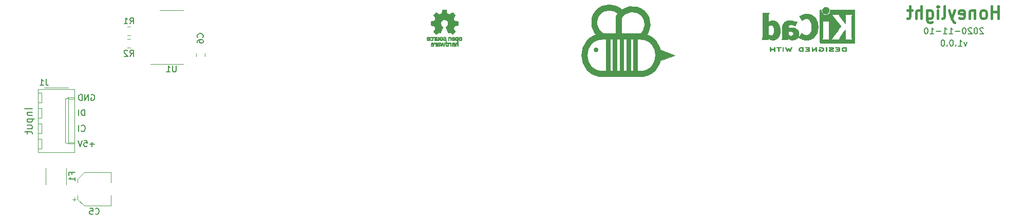
<source format=gbo>
%TF.GenerationSoftware,KiCad,Pcbnew,(5.1.6-0-10_14)*%
%TF.CreationDate,2020-11-10T16:11:36-05:00*%
%TF.ProjectId,honeylight,686f6e65-796c-4696-9768-742e6b696361,0.1.0*%
%TF.SameCoordinates,Original*%
%TF.FileFunction,Legend,Bot*%
%TF.FilePolarity,Positive*%
%FSLAX46Y46*%
G04 Gerber Fmt 4.6, Leading zero omitted, Abs format (unit mm)*
G04 Created by KiCad (PCBNEW (5.1.6-0-10_14)) date 2020-11-10 16:11:36*
%MOMM*%
%LPD*%
G01*
G04 APERTURE LIST*
%ADD10C,0.400000*%
%ADD11C,0.100000*%
%ADD12C,1.000000*%
%ADD13C,0.026458*%
%ADD14C,0.150000*%
%ADD15C,0.010000*%
%ADD16C,0.120000*%
%ADD17O,2.290000X1.840000*%
%ADD18C,6.500000*%
G04 APERTURE END LIST*
D10*
X145200000Y-58100000D02*
G75*
G03*
X145200000Y-58100000I-182778J0D01*
G01*
D11*
G36*
X158000000Y-59000000D02*
G01*
X155600000Y-59900000D01*
X155600000Y-58100000D01*
X158000000Y-59000000D01*
G37*
X158000000Y-59000000D02*
X155600000Y-59900000D01*
X155600000Y-58100000D01*
X158000000Y-59000000D01*
D12*
X146200000Y-62100000D02*
X152200000Y-62100000D01*
X148800000Y-52672095D02*
X148800000Y-55700000D01*
X146200000Y-55900000D02*
X152200000Y-55900000D01*
X152200000Y-62100000D02*
G75*
G03*
X152200000Y-55900000I0J3100000D01*
G01*
X152476719Y-55941336D02*
G75*
G03*
X148800000Y-52672095I-1476719J2041336D01*
G01*
X149156851Y-52034519D02*
G75*
G03*
X146000001Y-55800000I-1956851J-1565481D01*
G01*
X146200000Y-55900000D02*
G75*
G03*
X146200000Y-62100000I0J-3100000D01*
G01*
D13*
G36*
X148448773Y-61610372D02*
G01*
X147765830Y-61610372D01*
X147765830Y-56089312D01*
X148448773Y-56089312D01*
X148448773Y-61610372D01*
G37*
X148448773Y-61610372D02*
X147765830Y-61610372D01*
X147765830Y-56089312D01*
X148448773Y-56089312D01*
X148448773Y-61610372D01*
G36*
X151787788Y-61610372D02*
G01*
X151173081Y-61610372D01*
X151173081Y-56089312D01*
X151787788Y-56089312D01*
X151787788Y-61610372D01*
G37*
X151787788Y-61610372D02*
X151173081Y-61610372D01*
X151173081Y-56089312D01*
X151787788Y-56089312D01*
X151787788Y-61610372D01*
G36*
X150697519Y-61610372D02*
G01*
X150014629Y-61610372D01*
X150014629Y-56089312D01*
X150697519Y-56089312D01*
X150697519Y-61610372D01*
G37*
X150697519Y-61610372D02*
X150014629Y-61610372D01*
X150014629Y-56089312D01*
X150697519Y-56089312D01*
X150697519Y-61610372D01*
G36*
X149539068Y-61610372D02*
G01*
X148924361Y-61610372D01*
X148924361Y-56089312D01*
X149539068Y-56089312D01*
X149539068Y-61610372D01*
G37*
X149539068Y-61610372D02*
X148924361Y-61610372D01*
X148924361Y-56089312D01*
X149539068Y-56089312D01*
X149539068Y-61610372D01*
G36*
X147290269Y-61610372D02*
G01*
X146675562Y-61610372D01*
X146675562Y-56089312D01*
X147290269Y-56089312D01*
X147290269Y-61610372D01*
G37*
X147290269Y-61610372D02*
X146675562Y-61610372D01*
X146675562Y-56089312D01*
X147290269Y-56089312D01*
X147290269Y-61610372D01*
D14*
X206142857Y-56785714D02*
X205904761Y-57452380D01*
X205666666Y-56785714D01*
X204761904Y-57452380D02*
X205333333Y-57452380D01*
X205047619Y-57452380D02*
X205047619Y-56452380D01*
X205142857Y-56595238D01*
X205238095Y-56690476D01*
X205333333Y-56738095D01*
X204333333Y-57357142D02*
X204285714Y-57404761D01*
X204333333Y-57452380D01*
X204380952Y-57404761D01*
X204333333Y-57357142D01*
X204333333Y-57452380D01*
X203666666Y-56452380D02*
X203571428Y-56452380D01*
X203476190Y-56500000D01*
X203428571Y-56547619D01*
X203380952Y-56642857D01*
X203333333Y-56833333D01*
X203333333Y-57071428D01*
X203380952Y-57261904D01*
X203428571Y-57357142D01*
X203476190Y-57404761D01*
X203571428Y-57452380D01*
X203666666Y-57452380D01*
X203761904Y-57404761D01*
X203809523Y-57357142D01*
X203857142Y-57261904D01*
X203904761Y-57071428D01*
X203904761Y-56833333D01*
X203857142Y-56642857D01*
X203809523Y-56547619D01*
X203761904Y-56500000D01*
X203666666Y-56452380D01*
X202904761Y-57357142D02*
X202857142Y-57404761D01*
X202904761Y-57452380D01*
X202952380Y-57404761D01*
X202904761Y-57357142D01*
X202904761Y-57452380D01*
X202238095Y-56452380D02*
X202142857Y-56452380D01*
X202047619Y-56500000D01*
X202000000Y-56547619D01*
X201952380Y-56642857D01*
X201904761Y-56833333D01*
X201904761Y-57071428D01*
X201952380Y-57261904D01*
X202000000Y-57357142D01*
X202047619Y-57404761D01*
X202142857Y-57452380D01*
X202238095Y-57452380D01*
X202333333Y-57404761D01*
X202380952Y-57357142D01*
X202428571Y-57261904D01*
X202476190Y-57071428D01*
X202476190Y-56833333D01*
X202428571Y-56642857D01*
X202380952Y-56547619D01*
X202333333Y-56500000D01*
X202238095Y-56452380D01*
X208857142Y-54547619D02*
X208809523Y-54500000D01*
X208714285Y-54452380D01*
X208476190Y-54452380D01*
X208380952Y-54500000D01*
X208333333Y-54547619D01*
X208285714Y-54642857D01*
X208285714Y-54738095D01*
X208333333Y-54880952D01*
X208904761Y-55452380D01*
X208285714Y-55452380D01*
X207666666Y-54452380D02*
X207571428Y-54452380D01*
X207476190Y-54500000D01*
X207428571Y-54547619D01*
X207380952Y-54642857D01*
X207333333Y-54833333D01*
X207333333Y-55071428D01*
X207380952Y-55261904D01*
X207428571Y-55357142D01*
X207476190Y-55404761D01*
X207571428Y-55452380D01*
X207666666Y-55452380D01*
X207761904Y-55404761D01*
X207809523Y-55357142D01*
X207857142Y-55261904D01*
X207904761Y-55071428D01*
X207904761Y-54833333D01*
X207857142Y-54642857D01*
X207809523Y-54547619D01*
X207761904Y-54500000D01*
X207666666Y-54452380D01*
X206952380Y-54547619D02*
X206904761Y-54500000D01*
X206809523Y-54452380D01*
X206571428Y-54452380D01*
X206476190Y-54500000D01*
X206428571Y-54547619D01*
X206380952Y-54642857D01*
X206380952Y-54738095D01*
X206428571Y-54880952D01*
X207000000Y-55452380D01*
X206380952Y-55452380D01*
X205761904Y-54452380D02*
X205666666Y-54452380D01*
X205571428Y-54500000D01*
X205523809Y-54547619D01*
X205476190Y-54642857D01*
X205428571Y-54833333D01*
X205428571Y-55071428D01*
X205476190Y-55261904D01*
X205523809Y-55357142D01*
X205571428Y-55404761D01*
X205666666Y-55452380D01*
X205761904Y-55452380D01*
X205857142Y-55404761D01*
X205904761Y-55357142D01*
X205952380Y-55261904D01*
X206000000Y-55071428D01*
X206000000Y-54833333D01*
X205952380Y-54642857D01*
X205904761Y-54547619D01*
X205857142Y-54500000D01*
X205761904Y-54452380D01*
X205000000Y-55071428D02*
X204238095Y-55071428D01*
X203238095Y-55452380D02*
X203809523Y-55452380D01*
X203523809Y-55452380D02*
X203523809Y-54452380D01*
X203619047Y-54595238D01*
X203714285Y-54690476D01*
X203809523Y-54738095D01*
X202285714Y-55452380D02*
X202857142Y-55452380D01*
X202571428Y-55452380D02*
X202571428Y-54452380D01*
X202666666Y-54595238D01*
X202761904Y-54690476D01*
X202857142Y-54738095D01*
X201857142Y-55071428D02*
X201095238Y-55071428D01*
X200095238Y-55452380D02*
X200666666Y-55452380D01*
X200380952Y-55452380D02*
X200380952Y-54452380D01*
X200476190Y-54595238D01*
X200571428Y-54690476D01*
X200666666Y-54738095D01*
X199476190Y-54452380D02*
X199380952Y-54452380D01*
X199285714Y-54500000D01*
X199238095Y-54547619D01*
X199190476Y-54642857D01*
X199142857Y-54833333D01*
X199142857Y-55071428D01*
X199190476Y-55261904D01*
X199238095Y-55357142D01*
X199285714Y-55404761D01*
X199380952Y-55452380D01*
X199476190Y-55452380D01*
X199571428Y-55404761D01*
X199619047Y-55357142D01*
X199666666Y-55261904D01*
X199714285Y-55071428D01*
X199714285Y-54833333D01*
X199666666Y-54642857D01*
X199619047Y-54547619D01*
X199571428Y-54500000D01*
X199476190Y-54452380D01*
D10*
X211380952Y-52904761D02*
X211380952Y-50904761D01*
X211380952Y-51857142D02*
X210238095Y-51857142D01*
X210238095Y-52904761D02*
X210238095Y-50904761D01*
X209000000Y-52904761D02*
X209190476Y-52809523D01*
X209285714Y-52714285D01*
X209380952Y-52523809D01*
X209380952Y-51952380D01*
X209285714Y-51761904D01*
X209190476Y-51666666D01*
X209000000Y-51571428D01*
X208714285Y-51571428D01*
X208523809Y-51666666D01*
X208428571Y-51761904D01*
X208333333Y-51952380D01*
X208333333Y-52523809D01*
X208428571Y-52714285D01*
X208523809Y-52809523D01*
X208714285Y-52904761D01*
X209000000Y-52904761D01*
X207476190Y-51571428D02*
X207476190Y-52904761D01*
X207476190Y-51761904D02*
X207380952Y-51666666D01*
X207190476Y-51571428D01*
X206904761Y-51571428D01*
X206714285Y-51666666D01*
X206619047Y-51857142D01*
X206619047Y-52904761D01*
X204904761Y-52809523D02*
X205095238Y-52904761D01*
X205476190Y-52904761D01*
X205666666Y-52809523D01*
X205761904Y-52619047D01*
X205761904Y-51857142D01*
X205666666Y-51666666D01*
X205476190Y-51571428D01*
X205095238Y-51571428D01*
X204904761Y-51666666D01*
X204809523Y-51857142D01*
X204809523Y-52047619D01*
X205761904Y-52238095D01*
X204142857Y-51571428D02*
X203666666Y-52904761D01*
X203190476Y-51571428D02*
X203666666Y-52904761D01*
X203857142Y-53380952D01*
X203952380Y-53476190D01*
X204142857Y-53571428D01*
X202142857Y-52904761D02*
X202333333Y-52809523D01*
X202428571Y-52619047D01*
X202428571Y-50904761D01*
X201380952Y-52904761D02*
X201380952Y-51571428D01*
X201380952Y-50904761D02*
X201476190Y-51000000D01*
X201380952Y-51095238D01*
X201285714Y-51000000D01*
X201380952Y-50904761D01*
X201380952Y-51095238D01*
X199571428Y-51571428D02*
X199571428Y-53190476D01*
X199666666Y-53380952D01*
X199761904Y-53476190D01*
X199952380Y-53571428D01*
X200238095Y-53571428D01*
X200428571Y-53476190D01*
X199571428Y-52809523D02*
X199761904Y-52904761D01*
X200142857Y-52904761D01*
X200333333Y-52809523D01*
X200428571Y-52714285D01*
X200523809Y-52523809D01*
X200523809Y-51952380D01*
X200428571Y-51761904D01*
X200333333Y-51666666D01*
X200142857Y-51571428D01*
X199761904Y-51571428D01*
X199571428Y-51666666D01*
X198619047Y-52904761D02*
X198619047Y-50904761D01*
X197761904Y-52904761D02*
X197761904Y-51857142D01*
X197857142Y-51666666D01*
X198047619Y-51571428D01*
X198333333Y-51571428D01*
X198523809Y-51666666D01*
X198619047Y-51761904D01*
X197095238Y-51571428D02*
X196333333Y-51571428D01*
X196809523Y-50904761D02*
X196809523Y-52619047D01*
X196714285Y-52809523D01*
X196523809Y-52904761D01*
X196333333Y-52904761D01*
D14*
X52042857Y-67828571D02*
X50842857Y-67828571D01*
X51242857Y-68400000D02*
X52042857Y-68400000D01*
X51357142Y-68400000D02*
X51300000Y-68457142D01*
X51242857Y-68571428D01*
X51242857Y-68742857D01*
X51300000Y-68857142D01*
X51414285Y-68914285D01*
X52042857Y-68914285D01*
X51242857Y-69485714D02*
X52442857Y-69485714D01*
X51300000Y-69485714D02*
X51242857Y-69600000D01*
X51242857Y-69828571D01*
X51300000Y-69942857D01*
X51357142Y-70000000D01*
X51471428Y-70057142D01*
X51814285Y-70057142D01*
X51928571Y-70000000D01*
X51985714Y-69942857D01*
X52042857Y-69828571D01*
X52042857Y-69600000D01*
X51985714Y-69485714D01*
X51242857Y-71085714D02*
X52042857Y-71085714D01*
X51242857Y-70571428D02*
X51871428Y-70571428D01*
X51985714Y-70628571D01*
X52042857Y-70742857D01*
X52042857Y-70914285D01*
X51985714Y-71028571D01*
X51928571Y-71085714D01*
X51242857Y-71485714D02*
X51242857Y-71942857D01*
X50842857Y-71657142D02*
X51871428Y-71657142D01*
X51985714Y-71714285D01*
X52042857Y-71828571D01*
X52042857Y-71942857D01*
X62307023Y-73671428D02*
X61545119Y-73671428D01*
X61926071Y-74052380D02*
X61926071Y-73290476D01*
X60592738Y-73052380D02*
X61068928Y-73052380D01*
X61116547Y-73528571D01*
X61068928Y-73480952D01*
X60973690Y-73433333D01*
X60735595Y-73433333D01*
X60640357Y-73480952D01*
X60592738Y-73528571D01*
X60545119Y-73623809D01*
X60545119Y-73861904D01*
X60592738Y-73957142D01*
X60640357Y-74004761D01*
X60735595Y-74052380D01*
X60973690Y-74052380D01*
X61068928Y-74004761D01*
X61116547Y-73957142D01*
X60259404Y-73052380D02*
X59926071Y-74052380D01*
X59592738Y-73052380D01*
X60164166Y-71457142D02*
X60211785Y-71504761D01*
X60354642Y-71552380D01*
X60449880Y-71552380D01*
X60592738Y-71504761D01*
X60687976Y-71409523D01*
X60735595Y-71314285D01*
X60783214Y-71123809D01*
X60783214Y-70980952D01*
X60735595Y-70790476D01*
X60687976Y-70695238D01*
X60592738Y-70600000D01*
X60449880Y-70552380D01*
X60354642Y-70552380D01*
X60211785Y-70600000D01*
X60164166Y-70647619D01*
X59735595Y-71552380D02*
X59735595Y-70552380D01*
X60735595Y-68952380D02*
X60735595Y-67952380D01*
X60497500Y-67952380D01*
X60354642Y-68000000D01*
X60259404Y-68095238D01*
X60211785Y-68190476D01*
X60164166Y-68380952D01*
X60164166Y-68523809D01*
X60211785Y-68714285D01*
X60259404Y-68809523D01*
X60354642Y-68904761D01*
X60497500Y-68952380D01*
X60735595Y-68952380D01*
X59735595Y-68952380D02*
X59735595Y-67952380D01*
X61783214Y-65500000D02*
X61878452Y-65452380D01*
X62021309Y-65452380D01*
X62164166Y-65500000D01*
X62259404Y-65595238D01*
X62307023Y-65690476D01*
X62354642Y-65880952D01*
X62354642Y-66023809D01*
X62307023Y-66214285D01*
X62259404Y-66309523D01*
X62164166Y-66404761D01*
X62021309Y-66452380D01*
X61926071Y-66452380D01*
X61783214Y-66404761D01*
X61735595Y-66357142D01*
X61735595Y-66023809D01*
X61926071Y-66023809D01*
X61307023Y-66452380D02*
X61307023Y-65452380D01*
X60735595Y-66452380D01*
X60735595Y-65452380D01*
X60259404Y-66452380D02*
X60259404Y-65452380D01*
X60021309Y-65452380D01*
X59878452Y-65500000D01*
X59783214Y-65595238D01*
X59735595Y-65690476D01*
X59687976Y-65880952D01*
X59687976Y-66023809D01*
X59735595Y-66214285D01*
X59783214Y-66309523D01*
X59878452Y-66404761D01*
X60021309Y-66452380D01*
X60259404Y-66452380D01*
D15*
%TO.C,REF\u002A\u002A*%
G36*
X121908759Y-55969184D02*
G01*
X121882247Y-55982282D01*
X121849553Y-56005106D01*
X121825725Y-56029996D01*
X121809406Y-56061249D01*
X121799240Y-56103166D01*
X121793872Y-56160044D01*
X121791944Y-56236184D01*
X121791831Y-56268917D01*
X121792161Y-56340656D01*
X121793527Y-56391927D01*
X121796500Y-56427404D01*
X121801649Y-56451763D01*
X121809543Y-56469680D01*
X121817757Y-56481902D01*
X121870187Y-56533905D01*
X121931930Y-56565184D01*
X121998536Y-56574592D01*
X122065558Y-56560980D01*
X122086792Y-56551354D01*
X122137624Y-56524859D01*
X122137624Y-56940052D01*
X122100525Y-56920868D01*
X122051643Y-56906025D01*
X121991561Y-56902222D01*
X121931564Y-56909243D01*
X121886256Y-56925013D01*
X121848675Y-56955047D01*
X121816564Y-56998024D01*
X121814150Y-57002436D01*
X121803967Y-57023221D01*
X121796530Y-57044170D01*
X121791411Y-57069548D01*
X121788181Y-57103618D01*
X121786413Y-57150641D01*
X121785677Y-57214882D01*
X121785544Y-57287176D01*
X121785544Y-57517822D01*
X121923861Y-57517822D01*
X121923861Y-57092533D01*
X121962549Y-57059979D01*
X122002738Y-57033940D01*
X122040797Y-57029205D01*
X122079066Y-57041389D01*
X122099462Y-57053320D01*
X122114642Y-57070313D01*
X122125438Y-57095995D01*
X122132683Y-57133991D01*
X122137208Y-57187926D01*
X122139844Y-57261425D01*
X122140772Y-57310347D01*
X122143911Y-57511535D01*
X122209926Y-57515336D01*
X122275940Y-57519136D01*
X122275940Y-56270650D01*
X122137624Y-56270650D01*
X122134097Y-56340254D01*
X122122215Y-56388569D01*
X122100020Y-56418631D01*
X122065559Y-56433471D01*
X122030742Y-56436436D01*
X121991329Y-56433028D01*
X121965171Y-56419617D01*
X121948814Y-56401896D01*
X121935937Y-56382835D01*
X121928272Y-56361601D01*
X121924861Y-56331849D01*
X121924749Y-56287236D01*
X121925897Y-56249880D01*
X121928532Y-56193604D01*
X121932456Y-56156658D01*
X121939063Y-56133223D01*
X121949749Y-56117480D01*
X121959833Y-56108380D01*
X122001970Y-56088537D01*
X122051840Y-56085332D01*
X122080476Y-56092168D01*
X122108828Y-56116464D01*
X122127609Y-56163728D01*
X122136712Y-56233624D01*
X122137624Y-56270650D01*
X122275940Y-56270650D01*
X122275940Y-55958614D01*
X122206782Y-55958614D01*
X122165260Y-55960256D01*
X122143838Y-55966087D01*
X122137626Y-55977461D01*
X122137624Y-55977798D01*
X122134742Y-55988938D01*
X122122030Y-55987673D01*
X122096757Y-55975433D01*
X122037869Y-55956707D01*
X121971615Y-55954739D01*
X121908759Y-55969184D01*
G37*
X121908759Y-55969184D02*
X121882247Y-55982282D01*
X121849553Y-56005106D01*
X121825725Y-56029996D01*
X121809406Y-56061249D01*
X121799240Y-56103166D01*
X121793872Y-56160044D01*
X121791944Y-56236184D01*
X121791831Y-56268917D01*
X121792161Y-56340656D01*
X121793527Y-56391927D01*
X121796500Y-56427404D01*
X121801649Y-56451763D01*
X121809543Y-56469680D01*
X121817757Y-56481902D01*
X121870187Y-56533905D01*
X121931930Y-56565184D01*
X121998536Y-56574592D01*
X122065558Y-56560980D01*
X122086792Y-56551354D01*
X122137624Y-56524859D01*
X122137624Y-56940052D01*
X122100525Y-56920868D01*
X122051643Y-56906025D01*
X121991561Y-56902222D01*
X121931564Y-56909243D01*
X121886256Y-56925013D01*
X121848675Y-56955047D01*
X121816564Y-56998024D01*
X121814150Y-57002436D01*
X121803967Y-57023221D01*
X121796530Y-57044170D01*
X121791411Y-57069548D01*
X121788181Y-57103618D01*
X121786413Y-57150641D01*
X121785677Y-57214882D01*
X121785544Y-57287176D01*
X121785544Y-57517822D01*
X121923861Y-57517822D01*
X121923861Y-57092533D01*
X121962549Y-57059979D01*
X122002738Y-57033940D01*
X122040797Y-57029205D01*
X122079066Y-57041389D01*
X122099462Y-57053320D01*
X122114642Y-57070313D01*
X122125438Y-57095995D01*
X122132683Y-57133991D01*
X122137208Y-57187926D01*
X122139844Y-57261425D01*
X122140772Y-57310347D01*
X122143911Y-57511535D01*
X122209926Y-57515336D01*
X122275940Y-57519136D01*
X122275940Y-56270650D01*
X122137624Y-56270650D01*
X122134097Y-56340254D01*
X122122215Y-56388569D01*
X122100020Y-56418631D01*
X122065559Y-56433471D01*
X122030742Y-56436436D01*
X121991329Y-56433028D01*
X121965171Y-56419617D01*
X121948814Y-56401896D01*
X121935937Y-56382835D01*
X121928272Y-56361601D01*
X121924861Y-56331849D01*
X121924749Y-56287236D01*
X121925897Y-56249880D01*
X121928532Y-56193604D01*
X121932456Y-56156658D01*
X121939063Y-56133223D01*
X121949749Y-56117480D01*
X121959833Y-56108380D01*
X122001970Y-56088537D01*
X122051840Y-56085332D01*
X122080476Y-56092168D01*
X122108828Y-56116464D01*
X122127609Y-56163728D01*
X122136712Y-56233624D01*
X122137624Y-56270650D01*
X122275940Y-56270650D01*
X122275940Y-55958614D01*
X122206782Y-55958614D01*
X122165260Y-55960256D01*
X122143838Y-55966087D01*
X122137626Y-55977461D01*
X122137624Y-55977798D01*
X122134742Y-55988938D01*
X122122030Y-55987673D01*
X122096757Y-55975433D01*
X122037869Y-55956707D01*
X121971615Y-55954739D01*
X121908759Y-55969184D01*
G36*
X121384210Y-56906555D02*
G01*
X121325055Y-56922339D01*
X121280023Y-56950948D01*
X121248246Y-56988419D01*
X121238366Y-57004411D01*
X121231073Y-57021163D01*
X121225974Y-57042592D01*
X121222679Y-57072616D01*
X121220797Y-57115154D01*
X121219937Y-57174122D01*
X121219707Y-57253440D01*
X121219703Y-57274484D01*
X121219703Y-57517822D01*
X121280059Y-57517822D01*
X121318557Y-57515126D01*
X121347023Y-57508295D01*
X121354155Y-57504083D01*
X121373652Y-57496813D01*
X121393566Y-57504083D01*
X121426353Y-57513160D01*
X121473978Y-57516813D01*
X121526764Y-57515228D01*
X121575036Y-57508589D01*
X121603218Y-57500072D01*
X121657753Y-57465063D01*
X121691835Y-57416479D01*
X121707157Y-57351882D01*
X121707299Y-57350223D01*
X121705955Y-57321566D01*
X121584356Y-57321566D01*
X121573726Y-57354161D01*
X121556410Y-57372505D01*
X121521652Y-57386379D01*
X121475773Y-57391917D01*
X121428988Y-57389191D01*
X121391514Y-57378274D01*
X121381015Y-57371269D01*
X121362668Y-57338904D01*
X121358020Y-57302111D01*
X121358020Y-57253763D01*
X121427582Y-57253763D01*
X121493667Y-57258850D01*
X121543764Y-57273263D01*
X121574929Y-57295729D01*
X121584356Y-57321566D01*
X121705955Y-57321566D01*
X121703987Y-57279647D01*
X121680710Y-57223845D01*
X121636948Y-57181647D01*
X121630899Y-57177808D01*
X121604907Y-57165309D01*
X121572735Y-57157740D01*
X121527760Y-57154061D01*
X121474331Y-57153216D01*
X121358020Y-57153169D01*
X121358020Y-57104411D01*
X121362953Y-57066581D01*
X121375543Y-57041236D01*
X121377017Y-57039887D01*
X121405034Y-57028800D01*
X121447326Y-57024503D01*
X121494064Y-57026615D01*
X121535418Y-57034756D01*
X121559957Y-57046965D01*
X121573253Y-57056746D01*
X121587294Y-57058613D01*
X121606671Y-57050600D01*
X121635976Y-57030739D01*
X121679803Y-56997063D01*
X121683825Y-56993909D01*
X121681764Y-56982236D01*
X121664568Y-56962822D01*
X121638433Y-56941248D01*
X121609552Y-56923096D01*
X121600478Y-56918809D01*
X121567380Y-56910256D01*
X121518880Y-56904155D01*
X121464695Y-56901708D01*
X121462161Y-56901703D01*
X121384210Y-56906555D01*
G37*
X121384210Y-56906555D02*
X121325055Y-56922339D01*
X121280023Y-56950948D01*
X121248246Y-56988419D01*
X121238366Y-57004411D01*
X121231073Y-57021163D01*
X121225974Y-57042592D01*
X121222679Y-57072616D01*
X121220797Y-57115154D01*
X121219937Y-57174122D01*
X121219707Y-57253440D01*
X121219703Y-57274484D01*
X121219703Y-57517822D01*
X121280059Y-57517822D01*
X121318557Y-57515126D01*
X121347023Y-57508295D01*
X121354155Y-57504083D01*
X121373652Y-57496813D01*
X121393566Y-57504083D01*
X121426353Y-57513160D01*
X121473978Y-57516813D01*
X121526764Y-57515228D01*
X121575036Y-57508589D01*
X121603218Y-57500072D01*
X121657753Y-57465063D01*
X121691835Y-57416479D01*
X121707157Y-57351882D01*
X121707299Y-57350223D01*
X121705955Y-57321566D01*
X121584356Y-57321566D01*
X121573726Y-57354161D01*
X121556410Y-57372505D01*
X121521652Y-57386379D01*
X121475773Y-57391917D01*
X121428988Y-57389191D01*
X121391514Y-57378274D01*
X121381015Y-57371269D01*
X121362668Y-57338904D01*
X121358020Y-57302111D01*
X121358020Y-57253763D01*
X121427582Y-57253763D01*
X121493667Y-57258850D01*
X121543764Y-57273263D01*
X121574929Y-57295729D01*
X121584356Y-57321566D01*
X121705955Y-57321566D01*
X121703987Y-57279647D01*
X121680710Y-57223845D01*
X121636948Y-57181647D01*
X121630899Y-57177808D01*
X121604907Y-57165309D01*
X121572735Y-57157740D01*
X121527760Y-57154061D01*
X121474331Y-57153216D01*
X121358020Y-57153169D01*
X121358020Y-57104411D01*
X121362953Y-57066581D01*
X121375543Y-57041236D01*
X121377017Y-57039887D01*
X121405034Y-57028800D01*
X121447326Y-57024503D01*
X121494064Y-57026615D01*
X121535418Y-57034756D01*
X121559957Y-57046965D01*
X121573253Y-57056746D01*
X121587294Y-57058613D01*
X121606671Y-57050600D01*
X121635976Y-57030739D01*
X121679803Y-56997063D01*
X121683825Y-56993909D01*
X121681764Y-56982236D01*
X121664568Y-56962822D01*
X121638433Y-56941248D01*
X121609552Y-56923096D01*
X121600478Y-56918809D01*
X121567380Y-56910256D01*
X121518880Y-56904155D01*
X121464695Y-56901708D01*
X121462161Y-56901703D01*
X121384210Y-56906555D01*
G36*
X120993356Y-56903020D02*
G01*
X120974539Y-56908660D01*
X120968473Y-56921053D01*
X120968218Y-56926647D01*
X120967129Y-56942230D01*
X120959632Y-56944676D01*
X120939381Y-56933993D01*
X120927351Y-56926694D01*
X120889400Y-56911063D01*
X120844072Y-56903334D01*
X120796544Y-56902740D01*
X120751995Y-56908513D01*
X120715602Y-56919884D01*
X120692543Y-56936088D01*
X120687996Y-56956355D01*
X120690291Y-56961843D01*
X120707020Y-56984626D01*
X120732963Y-57012647D01*
X120737655Y-57017177D01*
X120762383Y-57038005D01*
X120783718Y-57044735D01*
X120813555Y-57040038D01*
X120825508Y-57036917D01*
X120862705Y-57029421D01*
X120888859Y-57032792D01*
X120910946Y-57044681D01*
X120931178Y-57060635D01*
X120946079Y-57080700D01*
X120956434Y-57108702D01*
X120963029Y-57148467D01*
X120966649Y-57203823D01*
X120968078Y-57278594D01*
X120968218Y-57323740D01*
X120968218Y-57517822D01*
X121093960Y-57517822D01*
X121093960Y-56901683D01*
X121031089Y-56901683D01*
X120993356Y-56903020D01*
G37*
X120993356Y-56903020D02*
X120974539Y-56908660D01*
X120968473Y-56921053D01*
X120968218Y-56926647D01*
X120967129Y-56942230D01*
X120959632Y-56944676D01*
X120939381Y-56933993D01*
X120927351Y-56926694D01*
X120889400Y-56911063D01*
X120844072Y-56903334D01*
X120796544Y-56902740D01*
X120751995Y-56908513D01*
X120715602Y-56919884D01*
X120692543Y-56936088D01*
X120687996Y-56956355D01*
X120690291Y-56961843D01*
X120707020Y-56984626D01*
X120732963Y-57012647D01*
X120737655Y-57017177D01*
X120762383Y-57038005D01*
X120783718Y-57044735D01*
X120813555Y-57040038D01*
X120825508Y-57036917D01*
X120862705Y-57029421D01*
X120888859Y-57032792D01*
X120910946Y-57044681D01*
X120931178Y-57060635D01*
X120946079Y-57080700D01*
X120956434Y-57108702D01*
X120963029Y-57148467D01*
X120966649Y-57203823D01*
X120968078Y-57278594D01*
X120968218Y-57323740D01*
X120968218Y-57517822D01*
X121093960Y-57517822D01*
X121093960Y-56901683D01*
X121031089Y-56901683D01*
X120993356Y-56903020D01*
G36*
X120201188Y-57517822D02*
G01*
X120270346Y-57517822D01*
X120310488Y-57516645D01*
X120331394Y-57511772D01*
X120338922Y-57501186D01*
X120339505Y-57494029D01*
X120340774Y-57479676D01*
X120348779Y-57476923D01*
X120369815Y-57485771D01*
X120386173Y-57494029D01*
X120448977Y-57513597D01*
X120517248Y-57514729D01*
X120572752Y-57500135D01*
X120624438Y-57464877D01*
X120663838Y-57412835D01*
X120685413Y-57351450D01*
X120685962Y-57348018D01*
X120689167Y-57310571D01*
X120690761Y-57256813D01*
X120690633Y-57216155D01*
X120553279Y-57216155D01*
X120550097Y-57270194D01*
X120542859Y-57314735D01*
X120533060Y-57339888D01*
X120495989Y-57374260D01*
X120451974Y-57386582D01*
X120406584Y-57376618D01*
X120367797Y-57346895D01*
X120353108Y-57326905D01*
X120344519Y-57303050D01*
X120340496Y-57268230D01*
X120339505Y-57215930D01*
X120341278Y-57164139D01*
X120345963Y-57118634D01*
X120352603Y-57088181D01*
X120353710Y-57085452D01*
X120380491Y-57053000D01*
X120419579Y-57035183D01*
X120463315Y-57032306D01*
X120504038Y-57044674D01*
X120534087Y-57072593D01*
X120537204Y-57078148D01*
X120546961Y-57112022D01*
X120552277Y-57160728D01*
X120553279Y-57216155D01*
X120690633Y-57216155D01*
X120690568Y-57195540D01*
X120689664Y-57162563D01*
X120683514Y-57080981D01*
X120670733Y-57019730D01*
X120649471Y-56974449D01*
X120617878Y-56940779D01*
X120587207Y-56921014D01*
X120544354Y-56907120D01*
X120491056Y-56902354D01*
X120436480Y-56906236D01*
X120389792Y-56918282D01*
X120365124Y-56932693D01*
X120339505Y-56955878D01*
X120339505Y-56662773D01*
X120201188Y-56662773D01*
X120201188Y-57517822D01*
G37*
X120201188Y-57517822D02*
X120270346Y-57517822D01*
X120310488Y-57516645D01*
X120331394Y-57511772D01*
X120338922Y-57501186D01*
X120339505Y-57494029D01*
X120340774Y-57479676D01*
X120348779Y-57476923D01*
X120369815Y-57485771D01*
X120386173Y-57494029D01*
X120448977Y-57513597D01*
X120517248Y-57514729D01*
X120572752Y-57500135D01*
X120624438Y-57464877D01*
X120663838Y-57412835D01*
X120685413Y-57351450D01*
X120685962Y-57348018D01*
X120689167Y-57310571D01*
X120690761Y-57256813D01*
X120690633Y-57216155D01*
X120553279Y-57216155D01*
X120550097Y-57270194D01*
X120542859Y-57314735D01*
X120533060Y-57339888D01*
X120495989Y-57374260D01*
X120451974Y-57386582D01*
X120406584Y-57376618D01*
X120367797Y-57346895D01*
X120353108Y-57326905D01*
X120344519Y-57303050D01*
X120340496Y-57268230D01*
X120339505Y-57215930D01*
X120341278Y-57164139D01*
X120345963Y-57118634D01*
X120352603Y-57088181D01*
X120353710Y-57085452D01*
X120380491Y-57053000D01*
X120419579Y-57035183D01*
X120463315Y-57032306D01*
X120504038Y-57044674D01*
X120534087Y-57072593D01*
X120537204Y-57078148D01*
X120546961Y-57112022D01*
X120552277Y-57160728D01*
X120553279Y-57216155D01*
X120690633Y-57216155D01*
X120690568Y-57195540D01*
X120689664Y-57162563D01*
X120683514Y-57080981D01*
X120670733Y-57019730D01*
X120649471Y-56974449D01*
X120617878Y-56940779D01*
X120587207Y-56921014D01*
X120544354Y-56907120D01*
X120491056Y-56902354D01*
X120436480Y-56906236D01*
X120389792Y-56918282D01*
X120365124Y-56932693D01*
X120339505Y-56955878D01*
X120339505Y-56662773D01*
X120201188Y-56662773D01*
X120201188Y-57517822D01*
G36*
X119718476Y-56904237D02*
G01*
X119668745Y-56907971D01*
X119538709Y-57297773D01*
X119518322Y-57228614D01*
X119506054Y-57185874D01*
X119489915Y-57128115D01*
X119472488Y-57064625D01*
X119463274Y-57030570D01*
X119428612Y-56901683D01*
X119285609Y-56901683D01*
X119328354Y-57036857D01*
X119349404Y-57103342D01*
X119374833Y-57183539D01*
X119401390Y-57267193D01*
X119425098Y-57341782D01*
X119479098Y-57511535D01*
X119537402Y-57515328D01*
X119595705Y-57519122D01*
X119627321Y-57414734D01*
X119646818Y-57349889D01*
X119668096Y-57278400D01*
X119686692Y-57215263D01*
X119687426Y-57212750D01*
X119701316Y-57169969D01*
X119713571Y-57140779D01*
X119722154Y-57129741D01*
X119723918Y-57131018D01*
X119730109Y-57148130D01*
X119741872Y-57184787D01*
X119757775Y-57236378D01*
X119776386Y-57298294D01*
X119786457Y-57332352D01*
X119840993Y-57517822D01*
X119956736Y-57517822D01*
X120049263Y-57225471D01*
X120075256Y-57143462D01*
X120098934Y-57068987D01*
X120119180Y-57005544D01*
X120134874Y-56956632D01*
X120144898Y-56925749D01*
X120147945Y-56916726D01*
X120145533Y-56907487D01*
X120126592Y-56903441D01*
X120087177Y-56903846D01*
X120081007Y-56904152D01*
X120007914Y-56907971D01*
X119960043Y-57084010D01*
X119942447Y-57148211D01*
X119926723Y-57204649D01*
X119914254Y-57248422D01*
X119906426Y-57274630D01*
X119904980Y-57278903D01*
X119898986Y-57273990D01*
X119886899Y-57248532D01*
X119870107Y-57205997D01*
X119849997Y-57149850D01*
X119832997Y-57099130D01*
X119768206Y-56900504D01*
X119718476Y-56904237D01*
G37*
X119718476Y-56904237D02*
X119668745Y-56907971D01*
X119538709Y-57297773D01*
X119518322Y-57228614D01*
X119506054Y-57185874D01*
X119489915Y-57128115D01*
X119472488Y-57064625D01*
X119463274Y-57030570D01*
X119428612Y-56901683D01*
X119285609Y-56901683D01*
X119328354Y-57036857D01*
X119349404Y-57103342D01*
X119374833Y-57183539D01*
X119401390Y-57267193D01*
X119425098Y-57341782D01*
X119479098Y-57511535D01*
X119537402Y-57515328D01*
X119595705Y-57519122D01*
X119627321Y-57414734D01*
X119646818Y-57349889D01*
X119668096Y-57278400D01*
X119686692Y-57215263D01*
X119687426Y-57212750D01*
X119701316Y-57169969D01*
X119713571Y-57140779D01*
X119722154Y-57129741D01*
X119723918Y-57131018D01*
X119730109Y-57148130D01*
X119741872Y-57184787D01*
X119757775Y-57236378D01*
X119776386Y-57298294D01*
X119786457Y-57332352D01*
X119840993Y-57517822D01*
X119956736Y-57517822D01*
X120049263Y-57225471D01*
X120075256Y-57143462D01*
X120098934Y-57068987D01*
X120119180Y-57005544D01*
X120134874Y-56956632D01*
X120144898Y-56925749D01*
X120147945Y-56916726D01*
X120145533Y-56907487D01*
X120126592Y-56903441D01*
X120087177Y-56903846D01*
X120081007Y-56904152D01*
X120007914Y-56907971D01*
X119960043Y-57084010D01*
X119942447Y-57148211D01*
X119926723Y-57204649D01*
X119914254Y-57248422D01*
X119906426Y-57274630D01*
X119904980Y-57278903D01*
X119898986Y-57273990D01*
X119886899Y-57248532D01*
X119870107Y-57205997D01*
X119849997Y-57149850D01*
X119832997Y-57099130D01*
X119768206Y-56900504D01*
X119718476Y-56904237D01*
G36*
X118961589Y-56905417D02*
G01*
X118908589Y-56918290D01*
X118893269Y-56925110D01*
X118863572Y-56942974D01*
X118840780Y-56963093D01*
X118823917Y-56988962D01*
X118812002Y-57024073D01*
X118804058Y-57071920D01*
X118799106Y-57135996D01*
X118796169Y-57219794D01*
X118795053Y-57275768D01*
X118790948Y-57517822D01*
X118861068Y-57517822D01*
X118903607Y-57516038D01*
X118925524Y-57509942D01*
X118931188Y-57499706D01*
X118934179Y-57488637D01*
X118947549Y-57490754D01*
X118965767Y-57499629D01*
X119011376Y-57513233D01*
X119069993Y-57516899D01*
X119131646Y-57510903D01*
X119186362Y-57495521D01*
X119191270Y-57493386D01*
X119241277Y-57458255D01*
X119274244Y-57409419D01*
X119289413Y-57352333D01*
X119288254Y-57331824D01*
X119164492Y-57331824D01*
X119153587Y-57359425D01*
X119121255Y-57379204D01*
X119069090Y-57389819D01*
X119041213Y-57391228D01*
X118994753Y-57387620D01*
X118963871Y-57373597D01*
X118956336Y-57366931D01*
X118935924Y-57330666D01*
X118931188Y-57297773D01*
X118931188Y-57253763D01*
X118992487Y-57253763D01*
X119063744Y-57257395D01*
X119113724Y-57268818D01*
X119145304Y-57288824D01*
X119152374Y-57297743D01*
X119164492Y-57331824D01*
X119288254Y-57331824D01*
X119286029Y-57292456D01*
X119263337Y-57235244D01*
X119232376Y-57196580D01*
X119213624Y-57179864D01*
X119195267Y-57168878D01*
X119171381Y-57162180D01*
X119136043Y-57158326D01*
X119083331Y-57155873D01*
X119062423Y-57155168D01*
X118931188Y-57150879D01*
X118931380Y-57111158D01*
X118936463Y-57069405D01*
X118954838Y-57044158D01*
X118991961Y-57028030D01*
X118992957Y-57027742D01*
X119045590Y-57021400D01*
X119097094Y-57029684D01*
X119135370Y-57049827D01*
X119150728Y-57059773D01*
X119167270Y-57058397D01*
X119192725Y-57043987D01*
X119207672Y-57033817D01*
X119236909Y-57012088D01*
X119255020Y-56995800D01*
X119257926Y-56991137D01*
X119245960Y-56967005D01*
X119210604Y-56938185D01*
X119195247Y-56928461D01*
X119151099Y-56911714D01*
X119091602Y-56902227D01*
X119025513Y-56900095D01*
X118961589Y-56905417D01*
G37*
X118961589Y-56905417D02*
X118908589Y-56918290D01*
X118893269Y-56925110D01*
X118863572Y-56942974D01*
X118840780Y-56963093D01*
X118823917Y-56988962D01*
X118812002Y-57024073D01*
X118804058Y-57071920D01*
X118799106Y-57135996D01*
X118796169Y-57219794D01*
X118795053Y-57275768D01*
X118790948Y-57517822D01*
X118861068Y-57517822D01*
X118903607Y-57516038D01*
X118925524Y-57509942D01*
X118931188Y-57499706D01*
X118934179Y-57488637D01*
X118947549Y-57490754D01*
X118965767Y-57499629D01*
X119011376Y-57513233D01*
X119069993Y-57516899D01*
X119131646Y-57510903D01*
X119186362Y-57495521D01*
X119191270Y-57493386D01*
X119241277Y-57458255D01*
X119274244Y-57409419D01*
X119289413Y-57352333D01*
X119288254Y-57331824D01*
X119164492Y-57331824D01*
X119153587Y-57359425D01*
X119121255Y-57379204D01*
X119069090Y-57389819D01*
X119041213Y-57391228D01*
X118994753Y-57387620D01*
X118963871Y-57373597D01*
X118956336Y-57366931D01*
X118935924Y-57330666D01*
X118931188Y-57297773D01*
X118931188Y-57253763D01*
X118992487Y-57253763D01*
X119063744Y-57257395D01*
X119113724Y-57268818D01*
X119145304Y-57288824D01*
X119152374Y-57297743D01*
X119164492Y-57331824D01*
X119288254Y-57331824D01*
X119286029Y-57292456D01*
X119263337Y-57235244D01*
X119232376Y-57196580D01*
X119213624Y-57179864D01*
X119195267Y-57168878D01*
X119171381Y-57162180D01*
X119136043Y-57158326D01*
X119083331Y-57155873D01*
X119062423Y-57155168D01*
X118931188Y-57150879D01*
X118931380Y-57111158D01*
X118936463Y-57069405D01*
X118954838Y-57044158D01*
X118991961Y-57028030D01*
X118992957Y-57027742D01*
X119045590Y-57021400D01*
X119097094Y-57029684D01*
X119135370Y-57049827D01*
X119150728Y-57059773D01*
X119167270Y-57058397D01*
X119192725Y-57043987D01*
X119207672Y-57033817D01*
X119236909Y-57012088D01*
X119255020Y-56995800D01*
X119257926Y-56991137D01*
X119245960Y-56967005D01*
X119210604Y-56938185D01*
X119195247Y-56928461D01*
X119151099Y-56911714D01*
X119091602Y-56902227D01*
X119025513Y-56900095D01*
X118961589Y-56905417D01*
G36*
X118364745Y-56901486D02*
G01*
X118316405Y-56911015D01*
X118288886Y-56925125D01*
X118259936Y-56948568D01*
X118301124Y-57000571D01*
X118326518Y-57032064D01*
X118343762Y-57047428D01*
X118360898Y-57049776D01*
X118385973Y-57042217D01*
X118397743Y-57037941D01*
X118445730Y-57031631D01*
X118489676Y-57045156D01*
X118521940Y-57075710D01*
X118527181Y-57085452D01*
X118532888Y-57111258D01*
X118537294Y-57158817D01*
X118540189Y-57224758D01*
X118541369Y-57305710D01*
X118541386Y-57317226D01*
X118541386Y-57517822D01*
X118679703Y-57517822D01*
X118679703Y-56901683D01*
X118610544Y-56901683D01*
X118570667Y-56902725D01*
X118549893Y-56907358D01*
X118542211Y-56917849D01*
X118541386Y-56927745D01*
X118541386Y-56953806D01*
X118508255Y-56927745D01*
X118470265Y-56909965D01*
X118419230Y-56901174D01*
X118364745Y-56901486D01*
G37*
X118364745Y-56901486D02*
X118316405Y-56911015D01*
X118288886Y-56925125D01*
X118259936Y-56948568D01*
X118301124Y-57000571D01*
X118326518Y-57032064D01*
X118343762Y-57047428D01*
X118360898Y-57049776D01*
X118385973Y-57042217D01*
X118397743Y-57037941D01*
X118445730Y-57031631D01*
X118489676Y-57045156D01*
X118521940Y-57075710D01*
X118527181Y-57085452D01*
X118532888Y-57111258D01*
X118537294Y-57158817D01*
X118540189Y-57224758D01*
X118541369Y-57305710D01*
X118541386Y-57317226D01*
X118541386Y-57517822D01*
X118679703Y-57517822D01*
X118679703Y-56901683D01*
X118610544Y-56901683D01*
X118570667Y-56902725D01*
X118549893Y-56907358D01*
X118542211Y-56917849D01*
X118541386Y-56927745D01*
X118541386Y-56953806D01*
X118508255Y-56927745D01*
X118470265Y-56909965D01*
X118419230Y-56901174D01*
X118364745Y-56901486D01*
G36*
X117967419Y-56904970D02*
G01*
X117907315Y-56920597D01*
X117856979Y-56952848D01*
X117832607Y-56976940D01*
X117792655Y-57033895D01*
X117769758Y-57099965D01*
X117761892Y-57181182D01*
X117761852Y-57187748D01*
X117761782Y-57253763D01*
X118141736Y-57253763D01*
X118133637Y-57288342D01*
X118119013Y-57319659D01*
X118093419Y-57352291D01*
X118088065Y-57357500D01*
X118042057Y-57385694D01*
X117989590Y-57390475D01*
X117929197Y-57371926D01*
X117918960Y-57366931D01*
X117887561Y-57351745D01*
X117866530Y-57343094D01*
X117862861Y-57342293D01*
X117850052Y-57350063D01*
X117825622Y-57369072D01*
X117813221Y-57379460D01*
X117787524Y-57403321D01*
X117779085Y-57419077D01*
X117784942Y-57433571D01*
X117788072Y-57437534D01*
X117809275Y-57454879D01*
X117844262Y-57475959D01*
X117868663Y-57488265D01*
X117937928Y-57509946D01*
X118014612Y-57516971D01*
X118087235Y-57508647D01*
X118107574Y-57502686D01*
X118170524Y-57468952D01*
X118217185Y-57417045D01*
X118247827Y-57346459D01*
X118262718Y-57256692D01*
X118264353Y-57209753D01*
X118259579Y-57141413D01*
X118139010Y-57141413D01*
X118127348Y-57146465D01*
X118096002Y-57150429D01*
X118050429Y-57152768D01*
X118019554Y-57153169D01*
X117964019Y-57152783D01*
X117928967Y-57150975D01*
X117909738Y-57146773D01*
X117901670Y-57139203D01*
X117900099Y-57128218D01*
X117910879Y-57094381D01*
X117938020Y-57060940D01*
X117973723Y-57035272D01*
X118009440Y-57024772D01*
X118057952Y-57034086D01*
X118099947Y-57061013D01*
X118129064Y-57099827D01*
X118139010Y-57141413D01*
X118259579Y-57141413D01*
X118257401Y-57110236D01*
X118235945Y-57030949D01*
X118199530Y-56971263D01*
X118147703Y-56930549D01*
X118080010Y-56908179D01*
X118043338Y-56903871D01*
X117967419Y-56904970D01*
G37*
X117967419Y-56904970D02*
X117907315Y-56920597D01*
X117856979Y-56952848D01*
X117832607Y-56976940D01*
X117792655Y-57033895D01*
X117769758Y-57099965D01*
X117761892Y-57181182D01*
X117761852Y-57187748D01*
X117761782Y-57253763D01*
X118141736Y-57253763D01*
X118133637Y-57288342D01*
X118119013Y-57319659D01*
X118093419Y-57352291D01*
X118088065Y-57357500D01*
X118042057Y-57385694D01*
X117989590Y-57390475D01*
X117929197Y-57371926D01*
X117918960Y-57366931D01*
X117887561Y-57351745D01*
X117866530Y-57343094D01*
X117862861Y-57342293D01*
X117850052Y-57350063D01*
X117825622Y-57369072D01*
X117813221Y-57379460D01*
X117787524Y-57403321D01*
X117779085Y-57419077D01*
X117784942Y-57433571D01*
X117788072Y-57437534D01*
X117809275Y-57454879D01*
X117844262Y-57475959D01*
X117868663Y-57488265D01*
X117937928Y-57509946D01*
X118014612Y-57516971D01*
X118087235Y-57508647D01*
X118107574Y-57502686D01*
X118170524Y-57468952D01*
X118217185Y-57417045D01*
X118247827Y-57346459D01*
X118262718Y-57256692D01*
X118264353Y-57209753D01*
X118259579Y-57141413D01*
X118139010Y-57141413D01*
X118127348Y-57146465D01*
X118096002Y-57150429D01*
X118050429Y-57152768D01*
X118019554Y-57153169D01*
X117964019Y-57152783D01*
X117928967Y-57150975D01*
X117909738Y-57146773D01*
X117901670Y-57139203D01*
X117900099Y-57128218D01*
X117910879Y-57094381D01*
X117938020Y-57060940D01*
X117973723Y-57035272D01*
X118009440Y-57024772D01*
X118057952Y-57034086D01*
X118099947Y-57061013D01*
X118129064Y-57099827D01*
X118139010Y-57141413D01*
X118259579Y-57141413D01*
X118257401Y-57110236D01*
X118235945Y-57030949D01*
X118199530Y-56971263D01*
X118147703Y-56930549D01*
X118080010Y-56908179D01*
X118043338Y-56903871D01*
X117967419Y-56904970D01*
G36*
X122538261Y-55965148D02*
G01*
X122472479Y-55994231D01*
X122422540Y-56042793D01*
X122388374Y-56110908D01*
X122369907Y-56198651D01*
X122368583Y-56212351D01*
X122367546Y-56308939D01*
X122380993Y-56393602D01*
X122408108Y-56462221D01*
X122422627Y-56484294D01*
X122473201Y-56531011D01*
X122537609Y-56561268D01*
X122609666Y-56573824D01*
X122683185Y-56567439D01*
X122739072Y-56547772D01*
X122787132Y-56514629D01*
X122826412Y-56471175D01*
X122827092Y-56470158D01*
X122843044Y-56443338D01*
X122853410Y-56416368D01*
X122859688Y-56382332D01*
X122863373Y-56334310D01*
X122864997Y-56294931D01*
X122865672Y-56259219D01*
X122739955Y-56259219D01*
X122738726Y-56294770D01*
X122734266Y-56342094D01*
X122726397Y-56372465D01*
X122712207Y-56394072D01*
X122698917Y-56406694D01*
X122651802Y-56433122D01*
X122602505Y-56436653D01*
X122556593Y-56417639D01*
X122533638Y-56396331D01*
X122517096Y-56374859D01*
X122507421Y-56354313D01*
X122503174Y-56327574D01*
X122502920Y-56287523D01*
X122504228Y-56250638D01*
X122507043Y-56197947D01*
X122511505Y-56163772D01*
X122519548Y-56141480D01*
X122533103Y-56124442D01*
X122543845Y-56114703D01*
X122588777Y-56089123D01*
X122637249Y-56087847D01*
X122677894Y-56102999D01*
X122712567Y-56134642D01*
X122733224Y-56186620D01*
X122739955Y-56259219D01*
X122865672Y-56259219D01*
X122866479Y-56216621D01*
X122863948Y-56158056D01*
X122856362Y-56114007D01*
X122842681Y-56079248D01*
X122821865Y-56048551D01*
X122814147Y-56039436D01*
X122765889Y-55994021D01*
X122714128Y-55967493D01*
X122650828Y-55956379D01*
X122619961Y-55955471D01*
X122538261Y-55965148D01*
G37*
X122538261Y-55965148D02*
X122472479Y-55994231D01*
X122422540Y-56042793D01*
X122388374Y-56110908D01*
X122369907Y-56198651D01*
X122368583Y-56212351D01*
X122367546Y-56308939D01*
X122380993Y-56393602D01*
X122408108Y-56462221D01*
X122422627Y-56484294D01*
X122473201Y-56531011D01*
X122537609Y-56561268D01*
X122609666Y-56573824D01*
X122683185Y-56567439D01*
X122739072Y-56547772D01*
X122787132Y-56514629D01*
X122826412Y-56471175D01*
X122827092Y-56470158D01*
X122843044Y-56443338D01*
X122853410Y-56416368D01*
X122859688Y-56382332D01*
X122863373Y-56334310D01*
X122864997Y-56294931D01*
X122865672Y-56259219D01*
X122739955Y-56259219D01*
X122738726Y-56294770D01*
X122734266Y-56342094D01*
X122726397Y-56372465D01*
X122712207Y-56394072D01*
X122698917Y-56406694D01*
X122651802Y-56433122D01*
X122602505Y-56436653D01*
X122556593Y-56417639D01*
X122533638Y-56396331D01*
X122517096Y-56374859D01*
X122507421Y-56354313D01*
X122503174Y-56327574D01*
X122502920Y-56287523D01*
X122504228Y-56250638D01*
X122507043Y-56197947D01*
X122511505Y-56163772D01*
X122519548Y-56141480D01*
X122533103Y-56124442D01*
X122543845Y-56114703D01*
X122588777Y-56089123D01*
X122637249Y-56087847D01*
X122677894Y-56102999D01*
X122712567Y-56134642D01*
X122733224Y-56186620D01*
X122739955Y-56259219D01*
X122865672Y-56259219D01*
X122866479Y-56216621D01*
X122863948Y-56158056D01*
X122856362Y-56114007D01*
X122842681Y-56079248D01*
X122821865Y-56048551D01*
X122814147Y-56039436D01*
X122765889Y-55994021D01*
X122714128Y-55967493D01*
X122650828Y-55956379D01*
X122619961Y-55955471D01*
X122538261Y-55965148D01*
G36*
X121356699Y-55972614D02*
G01*
X121344168Y-55978514D01*
X121300799Y-56010283D01*
X121259790Y-56056646D01*
X121229168Y-56107696D01*
X121220459Y-56131166D01*
X121212512Y-56173091D01*
X121207774Y-56223757D01*
X121207199Y-56244679D01*
X121207129Y-56310693D01*
X121587083Y-56310693D01*
X121578983Y-56345273D01*
X121559104Y-56386170D01*
X121524347Y-56421514D01*
X121482998Y-56444282D01*
X121456649Y-56449010D01*
X121420916Y-56443273D01*
X121378282Y-56428882D01*
X121363799Y-56422262D01*
X121310240Y-56395513D01*
X121264533Y-56430376D01*
X121238158Y-56453955D01*
X121224124Y-56473417D01*
X121223414Y-56479129D01*
X121235951Y-56492973D01*
X121263428Y-56514012D01*
X121288366Y-56530425D01*
X121355664Y-56559930D01*
X121431110Y-56573284D01*
X121505888Y-56569812D01*
X121565495Y-56551663D01*
X121626941Y-56512784D01*
X121670608Y-56461595D01*
X121697926Y-56395367D01*
X121710322Y-56311371D01*
X121711421Y-56272936D01*
X121707022Y-56184861D01*
X121706482Y-56182299D01*
X121580582Y-56182299D01*
X121577115Y-56190558D01*
X121562863Y-56195113D01*
X121533470Y-56197065D01*
X121484575Y-56197517D01*
X121465748Y-56197525D01*
X121408467Y-56196843D01*
X121372141Y-56194364D01*
X121352604Y-56189443D01*
X121345690Y-56181434D01*
X121345445Y-56178862D01*
X121353336Y-56158423D01*
X121373085Y-56129789D01*
X121381575Y-56119763D01*
X121413094Y-56091408D01*
X121445949Y-56080259D01*
X121463651Y-56079327D01*
X121511539Y-56090981D01*
X121551699Y-56122285D01*
X121577173Y-56167752D01*
X121577625Y-56169233D01*
X121580582Y-56182299D01*
X121706482Y-56182299D01*
X121692392Y-56115510D01*
X121666038Y-56060025D01*
X121633807Y-56020639D01*
X121574217Y-55977931D01*
X121504168Y-55955109D01*
X121429661Y-55953046D01*
X121356699Y-55972614D01*
G37*
X121356699Y-55972614D02*
X121344168Y-55978514D01*
X121300799Y-56010283D01*
X121259790Y-56056646D01*
X121229168Y-56107696D01*
X121220459Y-56131166D01*
X121212512Y-56173091D01*
X121207774Y-56223757D01*
X121207199Y-56244679D01*
X121207129Y-56310693D01*
X121587083Y-56310693D01*
X121578983Y-56345273D01*
X121559104Y-56386170D01*
X121524347Y-56421514D01*
X121482998Y-56444282D01*
X121456649Y-56449010D01*
X121420916Y-56443273D01*
X121378282Y-56428882D01*
X121363799Y-56422262D01*
X121310240Y-56395513D01*
X121264533Y-56430376D01*
X121238158Y-56453955D01*
X121224124Y-56473417D01*
X121223414Y-56479129D01*
X121235951Y-56492973D01*
X121263428Y-56514012D01*
X121288366Y-56530425D01*
X121355664Y-56559930D01*
X121431110Y-56573284D01*
X121505888Y-56569812D01*
X121565495Y-56551663D01*
X121626941Y-56512784D01*
X121670608Y-56461595D01*
X121697926Y-56395367D01*
X121710322Y-56311371D01*
X121711421Y-56272936D01*
X121707022Y-56184861D01*
X121706482Y-56182299D01*
X121580582Y-56182299D01*
X121577115Y-56190558D01*
X121562863Y-56195113D01*
X121533470Y-56197065D01*
X121484575Y-56197517D01*
X121465748Y-56197525D01*
X121408467Y-56196843D01*
X121372141Y-56194364D01*
X121352604Y-56189443D01*
X121345690Y-56181434D01*
X121345445Y-56178862D01*
X121353336Y-56158423D01*
X121373085Y-56129789D01*
X121381575Y-56119763D01*
X121413094Y-56091408D01*
X121445949Y-56080259D01*
X121463651Y-56079327D01*
X121511539Y-56090981D01*
X121551699Y-56122285D01*
X121577173Y-56167752D01*
X121577625Y-56169233D01*
X121580582Y-56182299D01*
X121706482Y-56182299D01*
X121692392Y-56115510D01*
X121666038Y-56060025D01*
X121633807Y-56020639D01*
X121574217Y-55977931D01*
X121504168Y-55955109D01*
X121429661Y-55953046D01*
X121356699Y-55972614D01*
G36*
X119985983Y-55956452D02*
G01*
X119938366Y-55965482D01*
X119888966Y-55984370D01*
X119883688Y-55986777D01*
X119846226Y-56006476D01*
X119820283Y-56024781D01*
X119811897Y-56036508D01*
X119819883Y-56055632D01*
X119839280Y-56083850D01*
X119847890Y-56094384D01*
X119883372Y-56135847D01*
X119929115Y-56108858D01*
X119972650Y-56090878D01*
X120022950Y-56081267D01*
X120071188Y-56080660D01*
X120108533Y-56089691D01*
X120117495Y-56095327D01*
X120134563Y-56121171D01*
X120136637Y-56150941D01*
X120123866Y-56174197D01*
X120116312Y-56178708D01*
X120093675Y-56184309D01*
X120053885Y-56190892D01*
X120004834Y-56197183D01*
X119995785Y-56198170D01*
X119917004Y-56211798D01*
X119859864Y-56234946D01*
X119821970Y-56269752D01*
X119800921Y-56318354D01*
X119794365Y-56377718D01*
X119803423Y-56445198D01*
X119832836Y-56498188D01*
X119882722Y-56536783D01*
X119953200Y-56561081D01*
X120031435Y-56570667D01*
X120095234Y-56570552D01*
X120146984Y-56561845D01*
X120182327Y-56549825D01*
X120226983Y-56528880D01*
X120268253Y-56504574D01*
X120282921Y-56493876D01*
X120320643Y-56463084D01*
X120275148Y-56417049D01*
X120229653Y-56371013D01*
X120177928Y-56405243D01*
X120126048Y-56430952D01*
X120070649Y-56444399D01*
X120017395Y-56445818D01*
X119971951Y-56435443D01*
X119939984Y-56413507D01*
X119929662Y-56394998D01*
X119931211Y-56365314D01*
X119956860Y-56342615D01*
X120006540Y-56326940D01*
X120060969Y-56319695D01*
X120144736Y-56305873D01*
X120206967Y-56279796D01*
X120248493Y-56240699D01*
X120270147Y-56187820D01*
X120273147Y-56125126D01*
X120258329Y-56059642D01*
X120224546Y-56010144D01*
X120171495Y-55976408D01*
X120098874Y-55958207D01*
X120045072Y-55954639D01*
X119985983Y-55956452D01*
G37*
X119985983Y-55956452D02*
X119938366Y-55965482D01*
X119888966Y-55984370D01*
X119883688Y-55986777D01*
X119846226Y-56006476D01*
X119820283Y-56024781D01*
X119811897Y-56036508D01*
X119819883Y-56055632D01*
X119839280Y-56083850D01*
X119847890Y-56094384D01*
X119883372Y-56135847D01*
X119929115Y-56108858D01*
X119972650Y-56090878D01*
X120022950Y-56081267D01*
X120071188Y-56080660D01*
X120108533Y-56089691D01*
X120117495Y-56095327D01*
X120134563Y-56121171D01*
X120136637Y-56150941D01*
X120123866Y-56174197D01*
X120116312Y-56178708D01*
X120093675Y-56184309D01*
X120053885Y-56190892D01*
X120004834Y-56197183D01*
X119995785Y-56198170D01*
X119917004Y-56211798D01*
X119859864Y-56234946D01*
X119821970Y-56269752D01*
X119800921Y-56318354D01*
X119794365Y-56377718D01*
X119803423Y-56445198D01*
X119832836Y-56498188D01*
X119882722Y-56536783D01*
X119953200Y-56561081D01*
X120031435Y-56570667D01*
X120095234Y-56570552D01*
X120146984Y-56561845D01*
X120182327Y-56549825D01*
X120226983Y-56528880D01*
X120268253Y-56504574D01*
X120282921Y-56493876D01*
X120320643Y-56463084D01*
X120275148Y-56417049D01*
X120229653Y-56371013D01*
X120177928Y-56405243D01*
X120126048Y-56430952D01*
X120070649Y-56444399D01*
X120017395Y-56445818D01*
X119971951Y-56435443D01*
X119939984Y-56413507D01*
X119929662Y-56394998D01*
X119931211Y-56365314D01*
X119956860Y-56342615D01*
X120006540Y-56326940D01*
X120060969Y-56319695D01*
X120144736Y-56305873D01*
X120206967Y-56279796D01*
X120248493Y-56240699D01*
X120270147Y-56187820D01*
X120273147Y-56125126D01*
X120258329Y-56059642D01*
X120224546Y-56010144D01*
X120171495Y-55976408D01*
X120098874Y-55958207D01*
X120045072Y-55954639D01*
X119985983Y-55956452D01*
G36*
X119389238Y-55966055D02*
G01*
X119325637Y-56000692D01*
X119275877Y-56055372D01*
X119252432Y-56099842D01*
X119242366Y-56139121D01*
X119235844Y-56195116D01*
X119233049Y-56259621D01*
X119234164Y-56324429D01*
X119239374Y-56381334D01*
X119245459Y-56411727D01*
X119265986Y-56453306D01*
X119301537Y-56497468D01*
X119344381Y-56536087D01*
X119386789Y-56561034D01*
X119387823Y-56561430D01*
X119440447Y-56572331D01*
X119502812Y-56572601D01*
X119562076Y-56562676D01*
X119584960Y-56554722D01*
X119643898Y-56521300D01*
X119686110Y-56477511D01*
X119713844Y-56419538D01*
X119729349Y-56343565D01*
X119732857Y-56303771D01*
X119732410Y-56253766D01*
X119597624Y-56253766D01*
X119593083Y-56326732D01*
X119580014Y-56382334D01*
X119559244Y-56417861D01*
X119544448Y-56428020D01*
X119506536Y-56435104D01*
X119461473Y-56433007D01*
X119422513Y-56422812D01*
X119412296Y-56417204D01*
X119385341Y-56384538D01*
X119367549Y-56334545D01*
X119359976Y-56273705D01*
X119363675Y-56208497D01*
X119371943Y-56169253D01*
X119395680Y-56123805D01*
X119433151Y-56095396D01*
X119478280Y-56085573D01*
X119524989Y-56095887D01*
X119560868Y-56121112D01*
X119579723Y-56141925D01*
X119590728Y-56162439D01*
X119595974Y-56190203D01*
X119597551Y-56232762D01*
X119597624Y-56253766D01*
X119732410Y-56253766D01*
X119731906Y-56197580D01*
X119714612Y-56110501D01*
X119680971Y-56042530D01*
X119630982Y-55993664D01*
X119564644Y-55963899D01*
X119550399Y-55960448D01*
X119464790Y-55952345D01*
X119389238Y-55966055D01*
G37*
X119389238Y-55966055D02*
X119325637Y-56000692D01*
X119275877Y-56055372D01*
X119252432Y-56099842D01*
X119242366Y-56139121D01*
X119235844Y-56195116D01*
X119233049Y-56259621D01*
X119234164Y-56324429D01*
X119239374Y-56381334D01*
X119245459Y-56411727D01*
X119265986Y-56453306D01*
X119301537Y-56497468D01*
X119344381Y-56536087D01*
X119386789Y-56561034D01*
X119387823Y-56561430D01*
X119440447Y-56572331D01*
X119502812Y-56572601D01*
X119562076Y-56562676D01*
X119584960Y-56554722D01*
X119643898Y-56521300D01*
X119686110Y-56477511D01*
X119713844Y-56419538D01*
X119729349Y-56343565D01*
X119732857Y-56303771D01*
X119732410Y-56253766D01*
X119597624Y-56253766D01*
X119593083Y-56326732D01*
X119580014Y-56382334D01*
X119559244Y-56417861D01*
X119544448Y-56428020D01*
X119506536Y-56435104D01*
X119461473Y-56433007D01*
X119422513Y-56422812D01*
X119412296Y-56417204D01*
X119385341Y-56384538D01*
X119367549Y-56334545D01*
X119359976Y-56273705D01*
X119363675Y-56208497D01*
X119371943Y-56169253D01*
X119395680Y-56123805D01*
X119433151Y-56095396D01*
X119478280Y-56085573D01*
X119524989Y-56095887D01*
X119560868Y-56121112D01*
X119579723Y-56141925D01*
X119590728Y-56162439D01*
X119595974Y-56190203D01*
X119597551Y-56232762D01*
X119597624Y-56253766D01*
X119732410Y-56253766D01*
X119731906Y-56197580D01*
X119714612Y-56110501D01*
X119680971Y-56042530D01*
X119630982Y-55993664D01*
X119564644Y-55963899D01*
X119550399Y-55960448D01*
X119464790Y-55952345D01*
X119389238Y-55966055D01*
G36*
X119006633Y-56154342D02*
G01*
X119005445Y-56246563D01*
X119001103Y-56316610D01*
X118992442Y-56367381D01*
X118978296Y-56401772D01*
X118957500Y-56422679D01*
X118928890Y-56433000D01*
X118893465Y-56435636D01*
X118856364Y-56432682D01*
X118828182Y-56421889D01*
X118807757Y-56400360D01*
X118793921Y-56365199D01*
X118785509Y-56313510D01*
X118781357Y-56242394D01*
X118780297Y-56154342D01*
X118780297Y-55958614D01*
X118641980Y-55958614D01*
X118641980Y-56562179D01*
X118711138Y-56562179D01*
X118752830Y-56560489D01*
X118774299Y-56554556D01*
X118780297Y-56543293D01*
X118783909Y-56533261D01*
X118798286Y-56535383D01*
X118827264Y-56549580D01*
X118893681Y-56571480D01*
X118964125Y-56569928D01*
X119031623Y-56546147D01*
X119063767Y-56527362D01*
X119088285Y-56507022D01*
X119106196Y-56481573D01*
X119118521Y-56447458D01*
X119126277Y-56401121D01*
X119130484Y-56339007D01*
X119132160Y-56257561D01*
X119132376Y-56194578D01*
X119132376Y-55958614D01*
X119006633Y-55958614D01*
X119006633Y-56154342D01*
G37*
X119006633Y-56154342D02*
X119005445Y-56246563D01*
X119001103Y-56316610D01*
X118992442Y-56367381D01*
X118978296Y-56401772D01*
X118957500Y-56422679D01*
X118928890Y-56433000D01*
X118893465Y-56435636D01*
X118856364Y-56432682D01*
X118828182Y-56421889D01*
X118807757Y-56400360D01*
X118793921Y-56365199D01*
X118785509Y-56313510D01*
X118781357Y-56242394D01*
X118780297Y-56154342D01*
X118780297Y-55958614D01*
X118641980Y-55958614D01*
X118641980Y-56562179D01*
X118711138Y-56562179D01*
X118752830Y-56560489D01*
X118774299Y-56554556D01*
X118780297Y-56543293D01*
X118783909Y-56533261D01*
X118798286Y-56535383D01*
X118827264Y-56549580D01*
X118893681Y-56571480D01*
X118964125Y-56569928D01*
X119031623Y-56546147D01*
X119063767Y-56527362D01*
X119088285Y-56507022D01*
X119106196Y-56481573D01*
X119118521Y-56447458D01*
X119126277Y-56401121D01*
X119130484Y-56339007D01*
X119132160Y-56257561D01*
X119132376Y-56194578D01*
X119132376Y-55958614D01*
X119006633Y-55958614D01*
X119006633Y-56154342D01*
G36*
X117782774Y-55963880D02*
G01*
X117709920Y-55994830D01*
X117686973Y-56009895D01*
X117657646Y-56033048D01*
X117639236Y-56051253D01*
X117636039Y-56057183D01*
X117645065Y-56070340D01*
X117668163Y-56092667D01*
X117686656Y-56108250D01*
X117737272Y-56148926D01*
X117777240Y-56115295D01*
X117808126Y-56093584D01*
X117838241Y-56086090D01*
X117872708Y-56087920D01*
X117927439Y-56101528D01*
X117965114Y-56129772D01*
X117988009Y-56175433D01*
X117998403Y-56241289D01*
X117998405Y-56241331D01*
X117997506Y-56314939D01*
X117983537Y-56368946D01*
X117955672Y-56405716D01*
X117936675Y-56418168D01*
X117886224Y-56433673D01*
X117832337Y-56433683D01*
X117785454Y-56418638D01*
X117774356Y-56411287D01*
X117746524Y-56392511D01*
X117724764Y-56389434D01*
X117701296Y-56403409D01*
X117675351Y-56428510D01*
X117634284Y-56470880D01*
X117679879Y-56508464D01*
X117750326Y-56550882D01*
X117829767Y-56571785D01*
X117912785Y-56570272D01*
X117967306Y-56556411D01*
X118031030Y-56522135D01*
X118081995Y-56468212D01*
X118105149Y-56430149D01*
X118123901Y-56375536D01*
X118133285Y-56306369D01*
X118133357Y-56231407D01*
X118124176Y-56159409D01*
X118105801Y-56099137D01*
X118102907Y-56092958D01*
X118060048Y-56032351D01*
X118002021Y-55988224D01*
X117933409Y-55961493D01*
X117858799Y-55953073D01*
X117782774Y-55963880D01*
G37*
X117782774Y-55963880D02*
X117709920Y-55994830D01*
X117686973Y-56009895D01*
X117657646Y-56033048D01*
X117639236Y-56051253D01*
X117636039Y-56057183D01*
X117645065Y-56070340D01*
X117668163Y-56092667D01*
X117686656Y-56108250D01*
X117737272Y-56148926D01*
X117777240Y-56115295D01*
X117808126Y-56093584D01*
X117838241Y-56086090D01*
X117872708Y-56087920D01*
X117927439Y-56101528D01*
X117965114Y-56129772D01*
X117988009Y-56175433D01*
X117998403Y-56241289D01*
X117998405Y-56241331D01*
X117997506Y-56314939D01*
X117983537Y-56368946D01*
X117955672Y-56405716D01*
X117936675Y-56418168D01*
X117886224Y-56433673D01*
X117832337Y-56433683D01*
X117785454Y-56418638D01*
X117774356Y-56411287D01*
X117746524Y-56392511D01*
X117724764Y-56389434D01*
X117701296Y-56403409D01*
X117675351Y-56428510D01*
X117634284Y-56470880D01*
X117679879Y-56508464D01*
X117750326Y-56550882D01*
X117829767Y-56571785D01*
X117912785Y-56570272D01*
X117967306Y-56556411D01*
X118031030Y-56522135D01*
X118081995Y-56468212D01*
X118105149Y-56430149D01*
X118123901Y-56375536D01*
X118133285Y-56306369D01*
X118133357Y-56231407D01*
X118124176Y-56159409D01*
X118105801Y-56099137D01*
X118102907Y-56092958D01*
X118060048Y-56032351D01*
X118002021Y-55988224D01*
X117933409Y-55961493D01*
X117858799Y-55953073D01*
X117782774Y-55963880D01*
G36*
X117322102Y-55956457D02*
G01*
X117289904Y-55964279D01*
X117228175Y-55992921D01*
X117175390Y-56036667D01*
X117138859Y-56089117D01*
X117133840Y-56100893D01*
X117126955Y-56131740D01*
X117122136Y-56177371D01*
X117120495Y-56223492D01*
X117120495Y-56310693D01*
X117302822Y-56310693D01*
X117378021Y-56310978D01*
X117430997Y-56312704D01*
X117464675Y-56317181D01*
X117481980Y-56325720D01*
X117485837Y-56339630D01*
X117479171Y-56360222D01*
X117467230Y-56384315D01*
X117433920Y-56424525D01*
X117387632Y-56444558D01*
X117331056Y-56443905D01*
X117266969Y-56422101D01*
X117211583Y-56395193D01*
X117165625Y-56431532D01*
X117119667Y-56467872D01*
X117162904Y-56507819D01*
X117220626Y-56545563D01*
X117291614Y-56568320D01*
X117367971Y-56574688D01*
X117441801Y-56563268D01*
X117453713Y-56559393D01*
X117518601Y-56525506D01*
X117566870Y-56474986D01*
X117599535Y-56406325D01*
X117617615Y-56318014D01*
X117617825Y-56316121D01*
X117619444Y-56219878D01*
X117612900Y-56185542D01*
X117485148Y-56185542D01*
X117473416Y-56190822D01*
X117441562Y-56194867D01*
X117394603Y-56197176D01*
X117364846Y-56197525D01*
X117309352Y-56197306D01*
X117274654Y-56195916D01*
X117256399Y-56192251D01*
X117250234Y-56185210D01*
X117251805Y-56173690D01*
X117253122Y-56169233D01*
X117275618Y-56127355D01*
X117310997Y-56093604D01*
X117342220Y-56078773D01*
X117383699Y-56079668D01*
X117425731Y-56098164D01*
X117460988Y-56128786D01*
X117482146Y-56166062D01*
X117485148Y-56185542D01*
X117612900Y-56185542D01*
X117603310Y-56135229D01*
X117571302Y-56064191D01*
X117525299Y-56008779D01*
X117467179Y-55971009D01*
X117398820Y-55952896D01*
X117322102Y-55956457D01*
G37*
X117322102Y-55956457D02*
X117289904Y-55964279D01*
X117228175Y-55992921D01*
X117175390Y-56036667D01*
X117138859Y-56089117D01*
X117133840Y-56100893D01*
X117126955Y-56131740D01*
X117122136Y-56177371D01*
X117120495Y-56223492D01*
X117120495Y-56310693D01*
X117302822Y-56310693D01*
X117378021Y-56310978D01*
X117430997Y-56312704D01*
X117464675Y-56317181D01*
X117481980Y-56325720D01*
X117485837Y-56339630D01*
X117479171Y-56360222D01*
X117467230Y-56384315D01*
X117433920Y-56424525D01*
X117387632Y-56444558D01*
X117331056Y-56443905D01*
X117266969Y-56422101D01*
X117211583Y-56395193D01*
X117165625Y-56431532D01*
X117119667Y-56467872D01*
X117162904Y-56507819D01*
X117220626Y-56545563D01*
X117291614Y-56568320D01*
X117367971Y-56574688D01*
X117441801Y-56563268D01*
X117453713Y-56559393D01*
X117518601Y-56525506D01*
X117566870Y-56474986D01*
X117599535Y-56406325D01*
X117617615Y-56318014D01*
X117617825Y-56316121D01*
X117619444Y-56219878D01*
X117612900Y-56185542D01*
X117485148Y-56185542D01*
X117473416Y-56190822D01*
X117441562Y-56194867D01*
X117394603Y-56197176D01*
X117364846Y-56197525D01*
X117309352Y-56197306D01*
X117274654Y-56195916D01*
X117256399Y-56192251D01*
X117250234Y-56185210D01*
X117251805Y-56173690D01*
X117253122Y-56169233D01*
X117275618Y-56127355D01*
X117310997Y-56093604D01*
X117342220Y-56078773D01*
X117383699Y-56079668D01*
X117425731Y-56098164D01*
X117460988Y-56128786D01*
X117482146Y-56166062D01*
X117485148Y-56185542D01*
X117612900Y-56185542D01*
X117603310Y-56135229D01*
X117571302Y-56064191D01*
X117525299Y-56008779D01*
X117467179Y-55971009D01*
X117398820Y-55952896D01*
X117322102Y-55956457D01*
G36*
X120754012Y-55969002D02*
G01*
X120722717Y-55983950D01*
X120692409Y-56005541D01*
X120669318Y-56030391D01*
X120652500Y-56062087D01*
X120641006Y-56104214D01*
X120633891Y-56160358D01*
X120630207Y-56234106D01*
X120629008Y-56329044D01*
X120628989Y-56338985D01*
X120628713Y-56562179D01*
X120767030Y-56562179D01*
X120767030Y-56356418D01*
X120767128Y-56280189D01*
X120767809Y-56224939D01*
X120769651Y-56186501D01*
X120773233Y-56160706D01*
X120779132Y-56143384D01*
X120787927Y-56130368D01*
X120800180Y-56117507D01*
X120843047Y-56089873D01*
X120889843Y-56084745D01*
X120934424Y-56102217D01*
X120949928Y-56115221D01*
X120961310Y-56127447D01*
X120969481Y-56140540D01*
X120974974Y-56158615D01*
X120978320Y-56185787D01*
X120980051Y-56226170D01*
X120980697Y-56283879D01*
X120980792Y-56354132D01*
X120980792Y-56562179D01*
X121119109Y-56562179D01*
X121119109Y-55958614D01*
X121049950Y-55958614D01*
X121008428Y-55960256D01*
X120987006Y-55966087D01*
X120980795Y-55977461D01*
X120980792Y-55977798D01*
X120977910Y-55988938D01*
X120965199Y-55987674D01*
X120939926Y-55975434D01*
X120882605Y-55957424D01*
X120817037Y-55955421D01*
X120754012Y-55969002D01*
G37*
X120754012Y-55969002D02*
X120722717Y-55983950D01*
X120692409Y-56005541D01*
X120669318Y-56030391D01*
X120652500Y-56062087D01*
X120641006Y-56104214D01*
X120633891Y-56160358D01*
X120630207Y-56234106D01*
X120629008Y-56329044D01*
X120628989Y-56338985D01*
X120628713Y-56562179D01*
X120767030Y-56562179D01*
X120767030Y-56356418D01*
X120767128Y-56280189D01*
X120767809Y-56224939D01*
X120769651Y-56186501D01*
X120773233Y-56160706D01*
X120779132Y-56143384D01*
X120787927Y-56130368D01*
X120800180Y-56117507D01*
X120843047Y-56089873D01*
X120889843Y-56084745D01*
X120934424Y-56102217D01*
X120949928Y-56115221D01*
X120961310Y-56127447D01*
X120969481Y-56140540D01*
X120974974Y-56158615D01*
X120978320Y-56185787D01*
X120980051Y-56226170D01*
X120980697Y-56283879D01*
X120980792Y-56354132D01*
X120980792Y-56562179D01*
X121119109Y-56562179D01*
X121119109Y-55958614D01*
X121049950Y-55958614D01*
X121008428Y-55960256D01*
X120987006Y-55966087D01*
X120980795Y-55977461D01*
X120980792Y-55977798D01*
X120977910Y-55988938D01*
X120965199Y-55987674D01*
X120939926Y-55975434D01*
X120882605Y-55957424D01*
X120817037Y-55955421D01*
X120754012Y-55969002D01*
G36*
X118200540Y-55958030D02*
G01*
X118157289Y-55971245D01*
X118129442Y-55987941D01*
X118120371Y-56001145D01*
X118122868Y-56016797D01*
X118139069Y-56041385D01*
X118152768Y-56058800D01*
X118181008Y-56090283D01*
X118202225Y-56103529D01*
X118220312Y-56102664D01*
X118273965Y-56089010D01*
X118313370Y-56089630D01*
X118345368Y-56105104D01*
X118356110Y-56114161D01*
X118390495Y-56146027D01*
X118390495Y-56562179D01*
X118528812Y-56562179D01*
X118528812Y-55958614D01*
X118459653Y-55958614D01*
X118418131Y-55960256D01*
X118396709Y-55966087D01*
X118390498Y-55977461D01*
X118390495Y-55977798D01*
X118387561Y-55989713D01*
X118374296Y-55988159D01*
X118355916Y-55979563D01*
X118317954Y-55963568D01*
X118287128Y-55953945D01*
X118247464Y-55951478D01*
X118200540Y-55958030D01*
G37*
X118200540Y-55958030D02*
X118157289Y-55971245D01*
X118129442Y-55987941D01*
X118120371Y-56001145D01*
X118122868Y-56016797D01*
X118139069Y-56041385D01*
X118152768Y-56058800D01*
X118181008Y-56090283D01*
X118202225Y-56103529D01*
X118220312Y-56102664D01*
X118273965Y-56089010D01*
X118313370Y-56089630D01*
X118345368Y-56105104D01*
X118356110Y-56114161D01*
X118390495Y-56146027D01*
X118390495Y-56562179D01*
X118528812Y-56562179D01*
X118528812Y-55958614D01*
X118459653Y-55958614D01*
X118418131Y-55960256D01*
X118396709Y-55966087D01*
X118390498Y-55977461D01*
X118390495Y-55977798D01*
X118387561Y-55989713D01*
X118374296Y-55988159D01*
X118355916Y-55979563D01*
X118317954Y-55963568D01*
X118287128Y-55953945D01*
X118247464Y-55951478D01*
X118200540Y-55958030D01*
G36*
X119623036Y-51790018D02*
G01*
X119566188Y-52091570D01*
X119146662Y-52264512D01*
X118895016Y-52093395D01*
X118824542Y-52045750D01*
X118760837Y-52003210D01*
X118706874Y-51967715D01*
X118665627Y-51941210D01*
X118640066Y-51925636D01*
X118633105Y-51922278D01*
X118620565Y-51930914D01*
X118593769Y-51954792D01*
X118555720Y-51990859D01*
X118509421Y-52036067D01*
X118457877Y-52087364D01*
X118404091Y-52141701D01*
X118351065Y-52196028D01*
X118301805Y-52247295D01*
X118259313Y-52292451D01*
X118226593Y-52328446D01*
X118206649Y-52352230D01*
X118201881Y-52360190D01*
X118208743Y-52374865D01*
X118227980Y-52407014D01*
X118257570Y-52453492D01*
X118295490Y-52511156D01*
X118339718Y-52576860D01*
X118365346Y-52614336D01*
X118412059Y-52682768D01*
X118453568Y-52744520D01*
X118487860Y-52796519D01*
X118512920Y-52835692D01*
X118526736Y-52858965D01*
X118528812Y-52863855D01*
X118524105Y-52877755D01*
X118511277Y-52910150D01*
X118492262Y-52956485D01*
X118468997Y-53012206D01*
X118443416Y-53072758D01*
X118417455Y-53133586D01*
X118393050Y-53190136D01*
X118372137Y-53237852D01*
X118356651Y-53272181D01*
X118348528Y-53288568D01*
X118348048Y-53289212D01*
X118335293Y-53292341D01*
X118301323Y-53299321D01*
X118249660Y-53309467D01*
X118183824Y-53322092D01*
X118107336Y-53336509D01*
X118062710Y-53344823D01*
X117980979Y-53360384D01*
X117907157Y-53375192D01*
X117844979Y-53388436D01*
X117798178Y-53399305D01*
X117770491Y-53406989D01*
X117764926Y-53409427D01*
X117759474Y-53425930D01*
X117755076Y-53463200D01*
X117751728Y-53516880D01*
X117749426Y-53582612D01*
X117748168Y-53656037D01*
X117747952Y-53732796D01*
X117748773Y-53808532D01*
X117750629Y-53878886D01*
X117753518Y-53939500D01*
X117757435Y-53986016D01*
X117762378Y-54014075D01*
X117765343Y-54019916D01*
X117783066Y-54026917D01*
X117820619Y-54036927D01*
X117873036Y-54048769D01*
X117935348Y-54061267D01*
X117957100Y-54065310D01*
X118061976Y-54084520D01*
X118144820Y-54099991D01*
X118208370Y-54112337D01*
X118255363Y-54122173D01*
X118288537Y-54130114D01*
X118310629Y-54136776D01*
X118324376Y-54142773D01*
X118332516Y-54148719D01*
X118333655Y-54149894D01*
X118345023Y-54168826D01*
X118362365Y-54205669D01*
X118383950Y-54255913D01*
X118408046Y-54315046D01*
X118432921Y-54378556D01*
X118456843Y-54441932D01*
X118478081Y-54500662D01*
X118494903Y-54550235D01*
X118505578Y-54586139D01*
X118508373Y-54603862D01*
X118508140Y-54604483D01*
X118498669Y-54618970D01*
X118477182Y-54650844D01*
X118445937Y-54696789D01*
X118407193Y-54753485D01*
X118363207Y-54817617D01*
X118350681Y-54835842D01*
X118306016Y-54901914D01*
X118266712Y-54962200D01*
X118234912Y-55013235D01*
X118212755Y-55051560D01*
X118202383Y-55073711D01*
X118201881Y-55076432D01*
X118210595Y-55090736D01*
X118234675Y-55119072D01*
X118271024Y-55158396D01*
X118316547Y-55205661D01*
X118368148Y-55257823D01*
X118422733Y-55311835D01*
X118477206Y-55364653D01*
X118528471Y-55413231D01*
X118573433Y-55454523D01*
X118608996Y-55485485D01*
X118632065Y-55503070D01*
X118638446Y-55505941D01*
X118653301Y-55499178D01*
X118683714Y-55480939D01*
X118724732Y-55454297D01*
X118756291Y-55432852D01*
X118813475Y-55393503D01*
X118881194Y-55347171D01*
X118949120Y-55300913D01*
X118985639Y-55276155D01*
X119109248Y-55192547D01*
X119213009Y-55248650D01*
X119260280Y-55273228D01*
X119300477Y-55292331D01*
X119327674Y-55303227D01*
X119334598Y-55304743D01*
X119342923Y-55293549D01*
X119359346Y-55261917D01*
X119382643Y-55212765D01*
X119411586Y-55149010D01*
X119444950Y-55073571D01*
X119481509Y-54989364D01*
X119520036Y-54899308D01*
X119559306Y-54806321D01*
X119598092Y-54713320D01*
X119635170Y-54623223D01*
X119669311Y-54538948D01*
X119699292Y-54463413D01*
X119723884Y-54399534D01*
X119741864Y-54350231D01*
X119752003Y-54318421D01*
X119753634Y-54307496D01*
X119740709Y-54293561D01*
X119712411Y-54270940D01*
X119674654Y-54244333D01*
X119671485Y-54242228D01*
X119573900Y-54164114D01*
X119495214Y-54072982D01*
X119436109Y-53971745D01*
X119397268Y-53863318D01*
X119379372Y-53750614D01*
X119383103Y-53636548D01*
X119409143Y-53524034D01*
X119458175Y-53415985D01*
X119472600Y-53392345D01*
X119547631Y-53296887D01*
X119636270Y-53220232D01*
X119735451Y-53162780D01*
X119842105Y-53124929D01*
X119953164Y-53107078D01*
X120065561Y-53109625D01*
X120176227Y-53132970D01*
X120282094Y-53177510D01*
X120380095Y-53243645D01*
X120410410Y-53270487D01*
X120487562Y-53354512D01*
X120543782Y-53442966D01*
X120582347Y-53542115D01*
X120603826Y-53640303D01*
X120609128Y-53750697D01*
X120591448Y-53861640D01*
X120552581Y-53969381D01*
X120494323Y-54070169D01*
X120418469Y-54160256D01*
X120326817Y-54235892D01*
X120314772Y-54243864D01*
X120276611Y-54269974D01*
X120247601Y-54292595D01*
X120233732Y-54307039D01*
X120233531Y-54307496D01*
X120236508Y-54323121D01*
X120248311Y-54358582D01*
X120267714Y-54410962D01*
X120293488Y-54477345D01*
X120324409Y-54554814D01*
X120359249Y-54640450D01*
X120396783Y-54731337D01*
X120435783Y-54824559D01*
X120475023Y-54917197D01*
X120513276Y-55006335D01*
X120549317Y-55089055D01*
X120581917Y-55162441D01*
X120609852Y-55223575D01*
X120631895Y-55269541D01*
X120646818Y-55297421D01*
X120652828Y-55304743D01*
X120671191Y-55299041D01*
X120705552Y-55283749D01*
X120749984Y-55261599D01*
X120774417Y-55248650D01*
X120878178Y-55192547D01*
X121001787Y-55276155D01*
X121064886Y-55318987D01*
X121133970Y-55366122D01*
X121198707Y-55410503D01*
X121231134Y-55432852D01*
X121276741Y-55463477D01*
X121315360Y-55487747D01*
X121341952Y-55502587D01*
X121350590Y-55505724D01*
X121363161Y-55497261D01*
X121390984Y-55473636D01*
X121431361Y-55437302D01*
X121481595Y-55390711D01*
X121538988Y-55336317D01*
X121575286Y-55301392D01*
X121638790Y-55238996D01*
X121693673Y-55183188D01*
X121737714Y-55136354D01*
X121768695Y-55100882D01*
X121784398Y-55079161D01*
X121785905Y-55074752D01*
X121778914Y-55057985D01*
X121759594Y-55024082D01*
X121730091Y-54976476D01*
X121692545Y-54918599D01*
X121649100Y-54853884D01*
X121636745Y-54835842D01*
X121591727Y-54770267D01*
X121551340Y-54711228D01*
X121517840Y-54662042D01*
X121493486Y-54626028D01*
X121480536Y-54606502D01*
X121479285Y-54604483D01*
X121481156Y-54588922D01*
X121491087Y-54554709D01*
X121507347Y-54506355D01*
X121528205Y-54448371D01*
X121551927Y-54385270D01*
X121576784Y-54321563D01*
X121601042Y-54261761D01*
X121622971Y-54210376D01*
X121640838Y-54171919D01*
X121652913Y-54150902D01*
X121653771Y-54149894D01*
X121661154Y-54143888D01*
X121673625Y-54137948D01*
X121693920Y-54131460D01*
X121724778Y-54123809D01*
X121768934Y-54114380D01*
X121829126Y-54102559D01*
X121908093Y-54087729D01*
X122008570Y-54069277D01*
X122030325Y-54065310D01*
X122094802Y-54052853D01*
X122151011Y-54040666D01*
X122193987Y-54029926D01*
X122218760Y-54021809D01*
X122222082Y-54019916D01*
X122227556Y-54003138D01*
X122232006Y-53965645D01*
X122235428Y-53911794D01*
X122237819Y-53845944D01*
X122239177Y-53772453D01*
X122239499Y-53695680D01*
X122238781Y-53619983D01*
X122237021Y-53549720D01*
X122234216Y-53489250D01*
X122230362Y-53442930D01*
X122225457Y-53415119D01*
X122222500Y-53409427D01*
X122206037Y-53403686D01*
X122168551Y-53394345D01*
X122113775Y-53382215D01*
X122045445Y-53368107D01*
X121967294Y-53352830D01*
X121924716Y-53344823D01*
X121843929Y-53329721D01*
X121771887Y-53316040D01*
X121712111Y-53304467D01*
X121668121Y-53295687D01*
X121643439Y-53290387D01*
X121639377Y-53289212D01*
X121632511Y-53275965D01*
X121617998Y-53244057D01*
X121597771Y-53198047D01*
X121573766Y-53142492D01*
X121547918Y-53081953D01*
X121522160Y-53020986D01*
X121498427Y-52964151D01*
X121478654Y-52916006D01*
X121464776Y-52881110D01*
X121458726Y-52864021D01*
X121458614Y-52863274D01*
X121465472Y-52849793D01*
X121484698Y-52818770D01*
X121514272Y-52773289D01*
X121552173Y-52716432D01*
X121596380Y-52651283D01*
X121622079Y-52613862D01*
X121668907Y-52545247D01*
X121710499Y-52482952D01*
X121744825Y-52430129D01*
X121769857Y-52389927D01*
X121783565Y-52365500D01*
X121785544Y-52360024D01*
X121777034Y-52347278D01*
X121753507Y-52320063D01*
X121717968Y-52281428D01*
X121673423Y-52234423D01*
X121622877Y-52182095D01*
X121569336Y-52127495D01*
X121515805Y-52073670D01*
X121465289Y-52023670D01*
X121420794Y-51980543D01*
X121385325Y-51947339D01*
X121361887Y-51927106D01*
X121354046Y-51922278D01*
X121341280Y-51929067D01*
X121310744Y-51948142D01*
X121265410Y-51977561D01*
X121208244Y-52015381D01*
X121142216Y-52059661D01*
X121092410Y-52093395D01*
X120840764Y-52264512D01*
X120631001Y-52178041D01*
X120421237Y-52091570D01*
X120364389Y-51790018D01*
X120307540Y-51488466D01*
X119679885Y-51488466D01*
X119623036Y-51790018D01*
G37*
X119623036Y-51790018D02*
X119566188Y-52091570D01*
X119146662Y-52264512D01*
X118895016Y-52093395D01*
X118824542Y-52045750D01*
X118760837Y-52003210D01*
X118706874Y-51967715D01*
X118665627Y-51941210D01*
X118640066Y-51925636D01*
X118633105Y-51922278D01*
X118620565Y-51930914D01*
X118593769Y-51954792D01*
X118555720Y-51990859D01*
X118509421Y-52036067D01*
X118457877Y-52087364D01*
X118404091Y-52141701D01*
X118351065Y-52196028D01*
X118301805Y-52247295D01*
X118259313Y-52292451D01*
X118226593Y-52328446D01*
X118206649Y-52352230D01*
X118201881Y-52360190D01*
X118208743Y-52374865D01*
X118227980Y-52407014D01*
X118257570Y-52453492D01*
X118295490Y-52511156D01*
X118339718Y-52576860D01*
X118365346Y-52614336D01*
X118412059Y-52682768D01*
X118453568Y-52744520D01*
X118487860Y-52796519D01*
X118512920Y-52835692D01*
X118526736Y-52858965D01*
X118528812Y-52863855D01*
X118524105Y-52877755D01*
X118511277Y-52910150D01*
X118492262Y-52956485D01*
X118468997Y-53012206D01*
X118443416Y-53072758D01*
X118417455Y-53133586D01*
X118393050Y-53190136D01*
X118372137Y-53237852D01*
X118356651Y-53272181D01*
X118348528Y-53288568D01*
X118348048Y-53289212D01*
X118335293Y-53292341D01*
X118301323Y-53299321D01*
X118249660Y-53309467D01*
X118183824Y-53322092D01*
X118107336Y-53336509D01*
X118062710Y-53344823D01*
X117980979Y-53360384D01*
X117907157Y-53375192D01*
X117844979Y-53388436D01*
X117798178Y-53399305D01*
X117770491Y-53406989D01*
X117764926Y-53409427D01*
X117759474Y-53425930D01*
X117755076Y-53463200D01*
X117751728Y-53516880D01*
X117749426Y-53582612D01*
X117748168Y-53656037D01*
X117747952Y-53732796D01*
X117748773Y-53808532D01*
X117750629Y-53878886D01*
X117753518Y-53939500D01*
X117757435Y-53986016D01*
X117762378Y-54014075D01*
X117765343Y-54019916D01*
X117783066Y-54026917D01*
X117820619Y-54036927D01*
X117873036Y-54048769D01*
X117935348Y-54061267D01*
X117957100Y-54065310D01*
X118061976Y-54084520D01*
X118144820Y-54099991D01*
X118208370Y-54112337D01*
X118255363Y-54122173D01*
X118288537Y-54130114D01*
X118310629Y-54136776D01*
X118324376Y-54142773D01*
X118332516Y-54148719D01*
X118333655Y-54149894D01*
X118345023Y-54168826D01*
X118362365Y-54205669D01*
X118383950Y-54255913D01*
X118408046Y-54315046D01*
X118432921Y-54378556D01*
X118456843Y-54441932D01*
X118478081Y-54500662D01*
X118494903Y-54550235D01*
X118505578Y-54586139D01*
X118508373Y-54603862D01*
X118508140Y-54604483D01*
X118498669Y-54618970D01*
X118477182Y-54650844D01*
X118445937Y-54696789D01*
X118407193Y-54753485D01*
X118363207Y-54817617D01*
X118350681Y-54835842D01*
X118306016Y-54901914D01*
X118266712Y-54962200D01*
X118234912Y-55013235D01*
X118212755Y-55051560D01*
X118202383Y-55073711D01*
X118201881Y-55076432D01*
X118210595Y-55090736D01*
X118234675Y-55119072D01*
X118271024Y-55158396D01*
X118316547Y-55205661D01*
X118368148Y-55257823D01*
X118422733Y-55311835D01*
X118477206Y-55364653D01*
X118528471Y-55413231D01*
X118573433Y-55454523D01*
X118608996Y-55485485D01*
X118632065Y-55503070D01*
X118638446Y-55505941D01*
X118653301Y-55499178D01*
X118683714Y-55480939D01*
X118724732Y-55454297D01*
X118756291Y-55432852D01*
X118813475Y-55393503D01*
X118881194Y-55347171D01*
X118949120Y-55300913D01*
X118985639Y-55276155D01*
X119109248Y-55192547D01*
X119213009Y-55248650D01*
X119260280Y-55273228D01*
X119300477Y-55292331D01*
X119327674Y-55303227D01*
X119334598Y-55304743D01*
X119342923Y-55293549D01*
X119359346Y-55261917D01*
X119382643Y-55212765D01*
X119411586Y-55149010D01*
X119444950Y-55073571D01*
X119481509Y-54989364D01*
X119520036Y-54899308D01*
X119559306Y-54806321D01*
X119598092Y-54713320D01*
X119635170Y-54623223D01*
X119669311Y-54538948D01*
X119699292Y-54463413D01*
X119723884Y-54399534D01*
X119741864Y-54350231D01*
X119752003Y-54318421D01*
X119753634Y-54307496D01*
X119740709Y-54293561D01*
X119712411Y-54270940D01*
X119674654Y-54244333D01*
X119671485Y-54242228D01*
X119573900Y-54164114D01*
X119495214Y-54072982D01*
X119436109Y-53971745D01*
X119397268Y-53863318D01*
X119379372Y-53750614D01*
X119383103Y-53636548D01*
X119409143Y-53524034D01*
X119458175Y-53415985D01*
X119472600Y-53392345D01*
X119547631Y-53296887D01*
X119636270Y-53220232D01*
X119735451Y-53162780D01*
X119842105Y-53124929D01*
X119953164Y-53107078D01*
X120065561Y-53109625D01*
X120176227Y-53132970D01*
X120282094Y-53177510D01*
X120380095Y-53243645D01*
X120410410Y-53270487D01*
X120487562Y-53354512D01*
X120543782Y-53442966D01*
X120582347Y-53542115D01*
X120603826Y-53640303D01*
X120609128Y-53750697D01*
X120591448Y-53861640D01*
X120552581Y-53969381D01*
X120494323Y-54070169D01*
X120418469Y-54160256D01*
X120326817Y-54235892D01*
X120314772Y-54243864D01*
X120276611Y-54269974D01*
X120247601Y-54292595D01*
X120233732Y-54307039D01*
X120233531Y-54307496D01*
X120236508Y-54323121D01*
X120248311Y-54358582D01*
X120267714Y-54410962D01*
X120293488Y-54477345D01*
X120324409Y-54554814D01*
X120359249Y-54640450D01*
X120396783Y-54731337D01*
X120435783Y-54824559D01*
X120475023Y-54917197D01*
X120513276Y-55006335D01*
X120549317Y-55089055D01*
X120581917Y-55162441D01*
X120609852Y-55223575D01*
X120631895Y-55269541D01*
X120646818Y-55297421D01*
X120652828Y-55304743D01*
X120671191Y-55299041D01*
X120705552Y-55283749D01*
X120749984Y-55261599D01*
X120774417Y-55248650D01*
X120878178Y-55192547D01*
X121001787Y-55276155D01*
X121064886Y-55318987D01*
X121133970Y-55366122D01*
X121198707Y-55410503D01*
X121231134Y-55432852D01*
X121276741Y-55463477D01*
X121315360Y-55487747D01*
X121341952Y-55502587D01*
X121350590Y-55505724D01*
X121363161Y-55497261D01*
X121390984Y-55473636D01*
X121431361Y-55437302D01*
X121481595Y-55390711D01*
X121538988Y-55336317D01*
X121575286Y-55301392D01*
X121638790Y-55238996D01*
X121693673Y-55183188D01*
X121737714Y-55136354D01*
X121768695Y-55100882D01*
X121784398Y-55079161D01*
X121785905Y-55074752D01*
X121778914Y-55057985D01*
X121759594Y-55024082D01*
X121730091Y-54976476D01*
X121692545Y-54918599D01*
X121649100Y-54853884D01*
X121636745Y-54835842D01*
X121591727Y-54770267D01*
X121551340Y-54711228D01*
X121517840Y-54662042D01*
X121493486Y-54626028D01*
X121480536Y-54606502D01*
X121479285Y-54604483D01*
X121481156Y-54588922D01*
X121491087Y-54554709D01*
X121507347Y-54506355D01*
X121528205Y-54448371D01*
X121551927Y-54385270D01*
X121576784Y-54321563D01*
X121601042Y-54261761D01*
X121622971Y-54210376D01*
X121640838Y-54171919D01*
X121652913Y-54150902D01*
X121653771Y-54149894D01*
X121661154Y-54143888D01*
X121673625Y-54137948D01*
X121693920Y-54131460D01*
X121724778Y-54123809D01*
X121768934Y-54114380D01*
X121829126Y-54102559D01*
X121908093Y-54087729D01*
X122008570Y-54069277D01*
X122030325Y-54065310D01*
X122094802Y-54052853D01*
X122151011Y-54040666D01*
X122193987Y-54029926D01*
X122218760Y-54021809D01*
X122222082Y-54019916D01*
X122227556Y-54003138D01*
X122232006Y-53965645D01*
X122235428Y-53911794D01*
X122237819Y-53845944D01*
X122239177Y-53772453D01*
X122239499Y-53695680D01*
X122238781Y-53619983D01*
X122237021Y-53549720D01*
X122234216Y-53489250D01*
X122230362Y-53442930D01*
X122225457Y-53415119D01*
X122222500Y-53409427D01*
X122206037Y-53403686D01*
X122168551Y-53394345D01*
X122113775Y-53382215D01*
X122045445Y-53368107D01*
X121967294Y-53352830D01*
X121924716Y-53344823D01*
X121843929Y-53329721D01*
X121771887Y-53316040D01*
X121712111Y-53304467D01*
X121668121Y-53295687D01*
X121643439Y-53290387D01*
X121639377Y-53289212D01*
X121632511Y-53275965D01*
X121617998Y-53244057D01*
X121597771Y-53198047D01*
X121573766Y-53142492D01*
X121547918Y-53081953D01*
X121522160Y-53020986D01*
X121498427Y-52964151D01*
X121478654Y-52916006D01*
X121464776Y-52881110D01*
X121458726Y-52864021D01*
X121458614Y-52863274D01*
X121465472Y-52849793D01*
X121484698Y-52818770D01*
X121514272Y-52773289D01*
X121552173Y-52716432D01*
X121596380Y-52651283D01*
X121622079Y-52613862D01*
X121668907Y-52545247D01*
X121710499Y-52482952D01*
X121744825Y-52430129D01*
X121769857Y-52389927D01*
X121783565Y-52365500D01*
X121785544Y-52360024D01*
X121777034Y-52347278D01*
X121753507Y-52320063D01*
X121717968Y-52281428D01*
X121673423Y-52234423D01*
X121622877Y-52182095D01*
X121569336Y-52127495D01*
X121515805Y-52073670D01*
X121465289Y-52023670D01*
X121420794Y-51980543D01*
X121385325Y-51947339D01*
X121361887Y-51927106D01*
X121354046Y-51922278D01*
X121341280Y-51929067D01*
X121310744Y-51948142D01*
X121265410Y-51977561D01*
X121208244Y-52015381D01*
X121142216Y-52059661D01*
X121092410Y-52093395D01*
X120840764Y-52264512D01*
X120631001Y-52178041D01*
X120421237Y-52091570D01*
X120364389Y-51790018D01*
X120307540Y-51488466D01*
X119679885Y-51488466D01*
X119623036Y-51790018D01*
G36*
X185955743Y-51473689D02*
G01*
X185691220Y-51473725D01*
X185568088Y-51473730D01*
X183597189Y-51473730D01*
X183597189Y-51589910D01*
X183584789Y-51731291D01*
X183547364Y-51861684D01*
X183484577Y-51981862D01*
X183396094Y-52092602D01*
X183366157Y-52122511D01*
X183258466Y-52207348D01*
X183139725Y-52269221D01*
X183013460Y-52308159D01*
X182883197Y-52324190D01*
X182752465Y-52317342D01*
X182624788Y-52287643D01*
X182503695Y-52235120D01*
X182392712Y-52159803D01*
X182342868Y-52114363D01*
X182249983Y-52002952D01*
X182181873Y-51880435D01*
X182139129Y-51748215D01*
X182122347Y-51607692D01*
X182122124Y-51593867D01*
X182121244Y-51473734D01*
X182068443Y-51473732D01*
X182021604Y-51480089D01*
X181978817Y-51495556D01*
X181975989Y-51497154D01*
X181966325Y-51502168D01*
X181957451Y-51506073D01*
X181949335Y-51510007D01*
X181941943Y-51515106D01*
X181935245Y-51522508D01*
X181929208Y-51533351D01*
X181923801Y-51548772D01*
X181918990Y-51569909D01*
X181914745Y-51597899D01*
X181911032Y-51633879D01*
X181907821Y-51678987D01*
X181905078Y-51734360D01*
X181902772Y-51801137D01*
X181900871Y-51880453D01*
X181899342Y-51973447D01*
X181898154Y-52081257D01*
X181897274Y-52205019D01*
X181896670Y-52345871D01*
X181896311Y-52504950D01*
X181896165Y-52683395D01*
X181896198Y-52882342D01*
X181896380Y-53102929D01*
X181896677Y-53346293D01*
X181897059Y-53613572D01*
X181897492Y-53905903D01*
X181897945Y-54224424D01*
X181897998Y-54263230D01*
X181898404Y-54583782D01*
X181898749Y-54878012D01*
X181899069Y-55147056D01*
X181899400Y-55392052D01*
X181899779Y-55614137D01*
X181900243Y-55814447D01*
X181900828Y-55994119D01*
X181901570Y-56154290D01*
X181902506Y-56296098D01*
X181903673Y-56420679D01*
X181905107Y-56529170D01*
X181906844Y-56622707D01*
X181908922Y-56702429D01*
X181911376Y-56769472D01*
X181914244Y-56824973D01*
X181917561Y-56870068D01*
X181921364Y-56905895D01*
X181925690Y-56933591D01*
X181930575Y-56954293D01*
X181936055Y-56969137D01*
X181942168Y-56979260D01*
X181948950Y-56985800D01*
X181956437Y-56989893D01*
X181964666Y-56992676D01*
X181973673Y-56995287D01*
X181983495Y-56998862D01*
X181985894Y-56999950D01*
X181993435Y-57002396D01*
X182006056Y-57004642D01*
X182024859Y-57006698D01*
X182050947Y-57008572D01*
X182085422Y-57010271D01*
X182129385Y-57011803D01*
X182183939Y-57013177D01*
X182250185Y-57014400D01*
X182329226Y-57015481D01*
X182422163Y-57016427D01*
X182530099Y-57017247D01*
X182654136Y-57017947D01*
X182795376Y-57018538D01*
X182954921Y-57019025D01*
X183133872Y-57019419D01*
X183333332Y-57019725D01*
X183554404Y-57019953D01*
X183798188Y-57020110D01*
X184065787Y-57020205D01*
X184358303Y-57020245D01*
X184676839Y-57020238D01*
X184780021Y-57020228D01*
X185105623Y-57020176D01*
X185404881Y-57020091D01*
X185678909Y-57019963D01*
X185928824Y-57019785D01*
X186155740Y-57019548D01*
X186360773Y-57019242D01*
X186545038Y-57018860D01*
X186709650Y-57018392D01*
X186855725Y-57017830D01*
X186984376Y-57017165D01*
X187096721Y-57016388D01*
X187193874Y-57015491D01*
X187276950Y-57014465D01*
X187347064Y-57013301D01*
X187405332Y-57011991D01*
X187452869Y-57010525D01*
X187490790Y-57008896D01*
X187520210Y-57007093D01*
X187542245Y-57005110D01*
X187558010Y-57002936D01*
X187568620Y-57000563D01*
X187574404Y-56998391D01*
X187584684Y-56994056D01*
X187594122Y-56990859D01*
X187602755Y-56987665D01*
X187610619Y-56983338D01*
X187617748Y-56976744D01*
X187624179Y-56966747D01*
X187629947Y-56952212D01*
X187635089Y-56932003D01*
X187639640Y-56904985D01*
X187643635Y-56870023D01*
X187647111Y-56825981D01*
X187650102Y-56771724D01*
X187652646Y-56706117D01*
X187654777Y-56628024D01*
X187656532Y-56536310D01*
X187657945Y-56429840D01*
X187658315Y-56388973D01*
X187291884Y-56388973D01*
X185996734Y-56388973D01*
X186021655Y-56351217D01*
X186046447Y-56312417D01*
X186067440Y-56275469D01*
X186084935Y-56237788D01*
X186099230Y-56196788D01*
X186110623Y-56149883D01*
X186119413Y-56094487D01*
X186125898Y-56028016D01*
X186130377Y-55947883D01*
X186133150Y-55851502D01*
X186134513Y-55736289D01*
X186134767Y-55599657D01*
X186134209Y-55439020D01*
X186133893Y-55379382D01*
X186130325Y-54740041D01*
X185725298Y-55291449D01*
X185610554Y-55447876D01*
X185511143Y-55584088D01*
X185425990Y-55701890D01*
X185354022Y-55803084D01*
X185294166Y-55889477D01*
X185245348Y-55962874D01*
X185206495Y-56025077D01*
X185176534Y-56077893D01*
X185154391Y-56123125D01*
X185138993Y-56162578D01*
X185129266Y-56198058D01*
X185124137Y-56231368D01*
X185122532Y-56264313D01*
X185123379Y-56298697D01*
X185123595Y-56303019D01*
X185128054Y-56389031D01*
X183708692Y-56388973D01*
X183814265Y-56282522D01*
X183842913Y-56253406D01*
X183870090Y-56225076D01*
X183896989Y-56195968D01*
X183924803Y-56164520D01*
X183954725Y-56129169D01*
X183987946Y-56088354D01*
X184025661Y-56040511D01*
X184069060Y-55984079D01*
X184119338Y-55917494D01*
X184177688Y-55839195D01*
X184245300Y-55747619D01*
X184323369Y-55641204D01*
X184413088Y-55518387D01*
X184515648Y-55377605D01*
X184632242Y-55217297D01*
X184727809Y-55085798D01*
X184847749Y-54920596D01*
X184952380Y-54776152D01*
X185042648Y-54651094D01*
X185119503Y-54544052D01*
X185183891Y-54453654D01*
X185236761Y-54378529D01*
X185279060Y-54317304D01*
X185311736Y-54268610D01*
X185335738Y-54231074D01*
X185352013Y-54203325D01*
X185361508Y-54183992D01*
X185365173Y-54171703D01*
X185364071Y-54165242D01*
X185350724Y-54148048D01*
X185321866Y-54111655D01*
X185279240Y-54058224D01*
X185224585Y-53989919D01*
X185159644Y-53908903D01*
X185086158Y-53817340D01*
X185005868Y-53717392D01*
X184920515Y-53611224D01*
X184831840Y-53500997D01*
X184741586Y-53388876D01*
X184691944Y-53327244D01*
X183459373Y-53327244D01*
X183408146Y-53419919D01*
X183356919Y-53512595D01*
X183356919Y-56203622D01*
X183408146Y-56296298D01*
X183459373Y-56388973D01*
X182853396Y-56388973D01*
X182708734Y-56388931D01*
X182589244Y-56388741D01*
X182492642Y-56388308D01*
X182416642Y-56387536D01*
X182358957Y-56386330D01*
X182317301Y-56384594D01*
X182289389Y-56382232D01*
X182272935Y-56379150D01*
X182265652Y-56375251D01*
X182265255Y-56370440D01*
X182269458Y-56364622D01*
X182269501Y-56364574D01*
X182286813Y-56339532D01*
X182309736Y-56298815D01*
X182329981Y-56258168D01*
X182368379Y-56176162D01*
X182376211Y-53327244D01*
X183459373Y-53327244D01*
X184691944Y-53327244D01*
X184651493Y-53277024D01*
X184563302Y-53167604D01*
X184478754Y-53062778D01*
X184399592Y-52964711D01*
X184327556Y-52875566D01*
X184264387Y-52797505D01*
X184211827Y-52732692D01*
X184171617Y-52683290D01*
X184148000Y-52654487D01*
X184056290Y-52546778D01*
X183968060Y-52449580D01*
X183886403Y-52366076D01*
X183814410Y-52299448D01*
X183763319Y-52258599D01*
X183702907Y-52215135D01*
X185092298Y-52215135D01*
X185091908Y-52296666D01*
X185095791Y-52356606D01*
X185110390Y-52412177D01*
X185132988Y-52464855D01*
X185147678Y-52494615D01*
X185163472Y-52524103D01*
X185181814Y-52555276D01*
X185204145Y-52590093D01*
X185231909Y-52630510D01*
X185266549Y-52678486D01*
X185309507Y-52735978D01*
X185362227Y-52804943D01*
X185426151Y-52887339D01*
X185502721Y-52985124D01*
X185593381Y-53100255D01*
X185699574Y-53234690D01*
X185711568Y-53249859D01*
X186130325Y-53779412D01*
X186134378Y-53192922D01*
X186135195Y-53017251D01*
X186135021Y-52868532D01*
X186133849Y-52746275D01*
X186131669Y-52649989D01*
X186128474Y-52579183D01*
X186124256Y-52533369D01*
X186122838Y-52524679D01*
X186100591Y-52433135D01*
X186071443Y-52350608D01*
X186038182Y-52284253D01*
X186018200Y-52256110D01*
X185983722Y-52215135D01*
X186637914Y-52215135D01*
X186793969Y-52215269D01*
X186924467Y-52215703D01*
X187031310Y-52216489D01*
X187116398Y-52217676D01*
X187181635Y-52219317D01*
X187228921Y-52221461D01*
X187260157Y-52224159D01*
X187277246Y-52227462D01*
X187282088Y-52231421D01*
X187281753Y-52232298D01*
X187267885Y-52253231D01*
X187244732Y-52286412D01*
X187232754Y-52303193D01*
X187220369Y-52319940D01*
X187209237Y-52334915D01*
X187199288Y-52349594D01*
X187190451Y-52365449D01*
X187182657Y-52383955D01*
X187175835Y-52406585D01*
X187169916Y-52434813D01*
X187164829Y-52470113D01*
X187160504Y-52513958D01*
X187156871Y-52567822D01*
X187153860Y-52633180D01*
X187151401Y-52711504D01*
X187149423Y-52804268D01*
X187147858Y-52912947D01*
X187146634Y-53039013D01*
X187145681Y-53183942D01*
X187144930Y-53349206D01*
X187144311Y-53536279D01*
X187143752Y-53746635D01*
X187143185Y-53981748D01*
X187142655Y-54197741D01*
X187142155Y-54438535D01*
X187141895Y-54668274D01*
X187141868Y-54885493D01*
X187142067Y-55088722D01*
X187142486Y-55276496D01*
X187143118Y-55447345D01*
X187143956Y-55599803D01*
X187144992Y-55732403D01*
X187146220Y-55843676D01*
X187147633Y-55932156D01*
X187149225Y-55996375D01*
X187150987Y-56034865D01*
X187151321Y-56038933D01*
X187163466Y-56132248D01*
X187182427Y-56207190D01*
X187211302Y-56272594D01*
X187253190Y-56337293D01*
X187258429Y-56344352D01*
X187291884Y-56388973D01*
X187658315Y-56388973D01*
X187659054Y-56307479D01*
X187659893Y-56168090D01*
X187660498Y-56010539D01*
X187660905Y-55833691D01*
X187661150Y-55636410D01*
X187661267Y-55417560D01*
X187661295Y-55176007D01*
X187661267Y-54910615D01*
X187661220Y-54620249D01*
X187661190Y-54303773D01*
X187661189Y-54240946D01*
X187661172Y-53921137D01*
X187661112Y-53627661D01*
X187661002Y-53359390D01*
X187660833Y-53115198D01*
X187660597Y-52893957D01*
X187660284Y-52694540D01*
X187659885Y-52515820D01*
X187659393Y-52356671D01*
X187658797Y-52215966D01*
X187658090Y-52092576D01*
X187657263Y-51985376D01*
X187656307Y-51893238D01*
X187655213Y-51815035D01*
X187653973Y-51749641D01*
X187652578Y-51695928D01*
X187651018Y-51652769D01*
X187649286Y-51619037D01*
X187647372Y-51593605D01*
X187645268Y-51575347D01*
X187642966Y-51563134D01*
X187640455Y-51555841D01*
X187640363Y-51555659D01*
X187635192Y-51544518D01*
X187630885Y-51534431D01*
X187626121Y-51525346D01*
X187619578Y-51517212D01*
X187609935Y-51509976D01*
X187595871Y-51503586D01*
X187576063Y-51497989D01*
X187549191Y-51493133D01*
X187513933Y-51488966D01*
X187468968Y-51485436D01*
X187412974Y-51482491D01*
X187344629Y-51480077D01*
X187262614Y-51478144D01*
X187165605Y-51476638D01*
X187052282Y-51475508D01*
X186921323Y-51474702D01*
X186771407Y-51474166D01*
X186601213Y-51473849D01*
X186409418Y-51473699D01*
X186194702Y-51473663D01*
X185955743Y-51473689D01*
G37*
X185955743Y-51473689D02*
X185691220Y-51473725D01*
X185568088Y-51473730D01*
X183597189Y-51473730D01*
X183597189Y-51589910D01*
X183584789Y-51731291D01*
X183547364Y-51861684D01*
X183484577Y-51981862D01*
X183396094Y-52092602D01*
X183366157Y-52122511D01*
X183258466Y-52207348D01*
X183139725Y-52269221D01*
X183013460Y-52308159D01*
X182883197Y-52324190D01*
X182752465Y-52317342D01*
X182624788Y-52287643D01*
X182503695Y-52235120D01*
X182392712Y-52159803D01*
X182342868Y-52114363D01*
X182249983Y-52002952D01*
X182181873Y-51880435D01*
X182139129Y-51748215D01*
X182122347Y-51607692D01*
X182122124Y-51593867D01*
X182121244Y-51473734D01*
X182068443Y-51473732D01*
X182021604Y-51480089D01*
X181978817Y-51495556D01*
X181975989Y-51497154D01*
X181966325Y-51502168D01*
X181957451Y-51506073D01*
X181949335Y-51510007D01*
X181941943Y-51515106D01*
X181935245Y-51522508D01*
X181929208Y-51533351D01*
X181923801Y-51548772D01*
X181918990Y-51569909D01*
X181914745Y-51597899D01*
X181911032Y-51633879D01*
X181907821Y-51678987D01*
X181905078Y-51734360D01*
X181902772Y-51801137D01*
X181900871Y-51880453D01*
X181899342Y-51973447D01*
X181898154Y-52081257D01*
X181897274Y-52205019D01*
X181896670Y-52345871D01*
X181896311Y-52504950D01*
X181896165Y-52683395D01*
X181896198Y-52882342D01*
X181896380Y-53102929D01*
X181896677Y-53346293D01*
X181897059Y-53613572D01*
X181897492Y-53905903D01*
X181897945Y-54224424D01*
X181897998Y-54263230D01*
X181898404Y-54583782D01*
X181898749Y-54878012D01*
X181899069Y-55147056D01*
X181899400Y-55392052D01*
X181899779Y-55614137D01*
X181900243Y-55814447D01*
X181900828Y-55994119D01*
X181901570Y-56154290D01*
X181902506Y-56296098D01*
X181903673Y-56420679D01*
X181905107Y-56529170D01*
X181906844Y-56622707D01*
X181908922Y-56702429D01*
X181911376Y-56769472D01*
X181914244Y-56824973D01*
X181917561Y-56870068D01*
X181921364Y-56905895D01*
X181925690Y-56933591D01*
X181930575Y-56954293D01*
X181936055Y-56969137D01*
X181942168Y-56979260D01*
X181948950Y-56985800D01*
X181956437Y-56989893D01*
X181964666Y-56992676D01*
X181973673Y-56995287D01*
X181983495Y-56998862D01*
X181985894Y-56999950D01*
X181993435Y-57002396D01*
X182006056Y-57004642D01*
X182024859Y-57006698D01*
X182050947Y-57008572D01*
X182085422Y-57010271D01*
X182129385Y-57011803D01*
X182183939Y-57013177D01*
X182250185Y-57014400D01*
X182329226Y-57015481D01*
X182422163Y-57016427D01*
X182530099Y-57017247D01*
X182654136Y-57017947D01*
X182795376Y-57018538D01*
X182954921Y-57019025D01*
X183133872Y-57019419D01*
X183333332Y-57019725D01*
X183554404Y-57019953D01*
X183798188Y-57020110D01*
X184065787Y-57020205D01*
X184358303Y-57020245D01*
X184676839Y-57020238D01*
X184780021Y-57020228D01*
X185105623Y-57020176D01*
X185404881Y-57020091D01*
X185678909Y-57019963D01*
X185928824Y-57019785D01*
X186155740Y-57019548D01*
X186360773Y-57019242D01*
X186545038Y-57018860D01*
X186709650Y-57018392D01*
X186855725Y-57017830D01*
X186984376Y-57017165D01*
X187096721Y-57016388D01*
X187193874Y-57015491D01*
X187276950Y-57014465D01*
X187347064Y-57013301D01*
X187405332Y-57011991D01*
X187452869Y-57010525D01*
X187490790Y-57008896D01*
X187520210Y-57007093D01*
X187542245Y-57005110D01*
X187558010Y-57002936D01*
X187568620Y-57000563D01*
X187574404Y-56998391D01*
X187584684Y-56994056D01*
X187594122Y-56990859D01*
X187602755Y-56987665D01*
X187610619Y-56983338D01*
X187617748Y-56976744D01*
X187624179Y-56966747D01*
X187629947Y-56952212D01*
X187635089Y-56932003D01*
X187639640Y-56904985D01*
X187643635Y-56870023D01*
X187647111Y-56825981D01*
X187650102Y-56771724D01*
X187652646Y-56706117D01*
X187654777Y-56628024D01*
X187656532Y-56536310D01*
X187657945Y-56429840D01*
X187658315Y-56388973D01*
X187291884Y-56388973D01*
X185996734Y-56388973D01*
X186021655Y-56351217D01*
X186046447Y-56312417D01*
X186067440Y-56275469D01*
X186084935Y-56237788D01*
X186099230Y-56196788D01*
X186110623Y-56149883D01*
X186119413Y-56094487D01*
X186125898Y-56028016D01*
X186130377Y-55947883D01*
X186133150Y-55851502D01*
X186134513Y-55736289D01*
X186134767Y-55599657D01*
X186134209Y-55439020D01*
X186133893Y-55379382D01*
X186130325Y-54740041D01*
X185725298Y-55291449D01*
X185610554Y-55447876D01*
X185511143Y-55584088D01*
X185425990Y-55701890D01*
X185354022Y-55803084D01*
X185294166Y-55889477D01*
X185245348Y-55962874D01*
X185206495Y-56025077D01*
X185176534Y-56077893D01*
X185154391Y-56123125D01*
X185138993Y-56162578D01*
X185129266Y-56198058D01*
X185124137Y-56231368D01*
X185122532Y-56264313D01*
X185123379Y-56298697D01*
X185123595Y-56303019D01*
X185128054Y-56389031D01*
X183708692Y-56388973D01*
X183814265Y-56282522D01*
X183842913Y-56253406D01*
X183870090Y-56225076D01*
X183896989Y-56195968D01*
X183924803Y-56164520D01*
X183954725Y-56129169D01*
X183987946Y-56088354D01*
X184025661Y-56040511D01*
X184069060Y-55984079D01*
X184119338Y-55917494D01*
X184177688Y-55839195D01*
X184245300Y-55747619D01*
X184323369Y-55641204D01*
X184413088Y-55518387D01*
X184515648Y-55377605D01*
X184632242Y-55217297D01*
X184727809Y-55085798D01*
X184847749Y-54920596D01*
X184952380Y-54776152D01*
X185042648Y-54651094D01*
X185119503Y-54544052D01*
X185183891Y-54453654D01*
X185236761Y-54378529D01*
X185279060Y-54317304D01*
X185311736Y-54268610D01*
X185335738Y-54231074D01*
X185352013Y-54203325D01*
X185361508Y-54183992D01*
X185365173Y-54171703D01*
X185364071Y-54165242D01*
X185350724Y-54148048D01*
X185321866Y-54111655D01*
X185279240Y-54058224D01*
X185224585Y-53989919D01*
X185159644Y-53908903D01*
X185086158Y-53817340D01*
X185005868Y-53717392D01*
X184920515Y-53611224D01*
X184831840Y-53500997D01*
X184741586Y-53388876D01*
X184691944Y-53327244D01*
X183459373Y-53327244D01*
X183408146Y-53419919D01*
X183356919Y-53512595D01*
X183356919Y-56203622D01*
X183408146Y-56296298D01*
X183459373Y-56388973D01*
X182853396Y-56388973D01*
X182708734Y-56388931D01*
X182589244Y-56388741D01*
X182492642Y-56388308D01*
X182416642Y-56387536D01*
X182358957Y-56386330D01*
X182317301Y-56384594D01*
X182289389Y-56382232D01*
X182272935Y-56379150D01*
X182265652Y-56375251D01*
X182265255Y-56370440D01*
X182269458Y-56364622D01*
X182269501Y-56364574D01*
X182286813Y-56339532D01*
X182309736Y-56298815D01*
X182329981Y-56258168D01*
X182368379Y-56176162D01*
X182376211Y-53327244D01*
X183459373Y-53327244D01*
X184691944Y-53327244D01*
X184651493Y-53277024D01*
X184563302Y-53167604D01*
X184478754Y-53062778D01*
X184399592Y-52964711D01*
X184327556Y-52875566D01*
X184264387Y-52797505D01*
X184211827Y-52732692D01*
X184171617Y-52683290D01*
X184148000Y-52654487D01*
X184056290Y-52546778D01*
X183968060Y-52449580D01*
X183886403Y-52366076D01*
X183814410Y-52299448D01*
X183763319Y-52258599D01*
X183702907Y-52215135D01*
X185092298Y-52215135D01*
X185091908Y-52296666D01*
X185095791Y-52356606D01*
X185110390Y-52412177D01*
X185132988Y-52464855D01*
X185147678Y-52494615D01*
X185163472Y-52524103D01*
X185181814Y-52555276D01*
X185204145Y-52590093D01*
X185231909Y-52630510D01*
X185266549Y-52678486D01*
X185309507Y-52735978D01*
X185362227Y-52804943D01*
X185426151Y-52887339D01*
X185502721Y-52985124D01*
X185593381Y-53100255D01*
X185699574Y-53234690D01*
X185711568Y-53249859D01*
X186130325Y-53779412D01*
X186134378Y-53192922D01*
X186135195Y-53017251D01*
X186135021Y-52868532D01*
X186133849Y-52746275D01*
X186131669Y-52649989D01*
X186128474Y-52579183D01*
X186124256Y-52533369D01*
X186122838Y-52524679D01*
X186100591Y-52433135D01*
X186071443Y-52350608D01*
X186038182Y-52284253D01*
X186018200Y-52256110D01*
X185983722Y-52215135D01*
X186637914Y-52215135D01*
X186793969Y-52215269D01*
X186924467Y-52215703D01*
X187031310Y-52216489D01*
X187116398Y-52217676D01*
X187181635Y-52219317D01*
X187228921Y-52221461D01*
X187260157Y-52224159D01*
X187277246Y-52227462D01*
X187282088Y-52231421D01*
X187281753Y-52232298D01*
X187267885Y-52253231D01*
X187244732Y-52286412D01*
X187232754Y-52303193D01*
X187220369Y-52319940D01*
X187209237Y-52334915D01*
X187199288Y-52349594D01*
X187190451Y-52365449D01*
X187182657Y-52383955D01*
X187175835Y-52406585D01*
X187169916Y-52434813D01*
X187164829Y-52470113D01*
X187160504Y-52513958D01*
X187156871Y-52567822D01*
X187153860Y-52633180D01*
X187151401Y-52711504D01*
X187149423Y-52804268D01*
X187147858Y-52912947D01*
X187146634Y-53039013D01*
X187145681Y-53183942D01*
X187144930Y-53349206D01*
X187144311Y-53536279D01*
X187143752Y-53746635D01*
X187143185Y-53981748D01*
X187142655Y-54197741D01*
X187142155Y-54438535D01*
X187141895Y-54668274D01*
X187141868Y-54885493D01*
X187142067Y-55088722D01*
X187142486Y-55276496D01*
X187143118Y-55447345D01*
X187143956Y-55599803D01*
X187144992Y-55732403D01*
X187146220Y-55843676D01*
X187147633Y-55932156D01*
X187149225Y-55996375D01*
X187150987Y-56034865D01*
X187151321Y-56038933D01*
X187163466Y-56132248D01*
X187182427Y-56207190D01*
X187211302Y-56272594D01*
X187253190Y-56337293D01*
X187258429Y-56344352D01*
X187291884Y-56388973D01*
X187658315Y-56388973D01*
X187659054Y-56307479D01*
X187659893Y-56168090D01*
X187660498Y-56010539D01*
X187660905Y-55833691D01*
X187661150Y-55636410D01*
X187661267Y-55417560D01*
X187661295Y-55176007D01*
X187661267Y-54910615D01*
X187661220Y-54620249D01*
X187661190Y-54303773D01*
X187661189Y-54240946D01*
X187661172Y-53921137D01*
X187661112Y-53627661D01*
X187661002Y-53359390D01*
X187660833Y-53115198D01*
X187660597Y-52893957D01*
X187660284Y-52694540D01*
X187659885Y-52515820D01*
X187659393Y-52356671D01*
X187658797Y-52215966D01*
X187658090Y-52092576D01*
X187657263Y-51985376D01*
X187656307Y-51893238D01*
X187655213Y-51815035D01*
X187653973Y-51749641D01*
X187652578Y-51695928D01*
X187651018Y-51652769D01*
X187649286Y-51619037D01*
X187647372Y-51593605D01*
X187645268Y-51575347D01*
X187642966Y-51563134D01*
X187640455Y-51555841D01*
X187640363Y-51555659D01*
X187635192Y-51544518D01*
X187630885Y-51534431D01*
X187626121Y-51525346D01*
X187619578Y-51517212D01*
X187609935Y-51509976D01*
X187595871Y-51503586D01*
X187576063Y-51497989D01*
X187549191Y-51493133D01*
X187513933Y-51488966D01*
X187468968Y-51485436D01*
X187412974Y-51482491D01*
X187344629Y-51480077D01*
X187262614Y-51478144D01*
X187165605Y-51476638D01*
X187052282Y-51475508D01*
X186921323Y-51474702D01*
X186771407Y-51474166D01*
X186601213Y-51473849D01*
X186409418Y-51473699D01*
X186194702Y-51473663D01*
X185955743Y-51473689D01*
G36*
X179560038Y-52160499D02*
G01*
X179411986Y-52176707D01*
X179268548Y-52205718D01*
X179123890Y-52249045D01*
X178972176Y-52308201D01*
X178807572Y-52384700D01*
X178777929Y-52399517D01*
X178709902Y-52433031D01*
X178645744Y-52463208D01*
X178591785Y-52487166D01*
X178554360Y-52502024D01*
X178548611Y-52503895D01*
X178493514Y-52520402D01*
X178740149Y-52879201D01*
X178800448Y-52966893D01*
X178855578Y-53047012D01*
X178903664Y-53116836D01*
X178942832Y-53173647D01*
X178971206Y-53214723D01*
X178986913Y-53237346D01*
X178989464Y-53240928D01*
X178999829Y-53233438D01*
X179025340Y-53210918D01*
X179061437Y-53177461D01*
X179081358Y-53158550D01*
X179194227Y-53068778D01*
X179320986Y-53000561D01*
X179430217Y-52963195D01*
X179495786Y-52951460D01*
X179577884Y-52944308D01*
X179666856Y-52941874D01*
X179753044Y-52944288D01*
X179826795Y-52951683D01*
X179856224Y-52957347D01*
X179988867Y-53002982D01*
X180108394Y-53072663D01*
X180214717Y-53166260D01*
X180307747Y-53283649D01*
X180387395Y-53424700D01*
X180453574Y-53589286D01*
X180506194Y-53777280D01*
X180537467Y-53938217D01*
X180545626Y-54009263D01*
X180551185Y-54101046D01*
X180554198Y-54206968D01*
X180554719Y-54320434D01*
X180552800Y-54434849D01*
X180548497Y-54543617D01*
X180541863Y-54640143D01*
X180532951Y-54717831D01*
X180531021Y-54729817D01*
X180488501Y-54922892D01*
X180430567Y-55093773D01*
X180356867Y-55243224D01*
X180267049Y-55372011D01*
X180203293Y-55441639D01*
X180088714Y-55536173D01*
X179963058Y-55606246D01*
X179828443Y-55651477D01*
X179686989Y-55671484D01*
X179540817Y-55665885D01*
X179392045Y-55634300D01*
X179304089Y-55603394D01*
X179182371Y-55541506D01*
X179056920Y-55452729D01*
X178986647Y-55392694D01*
X178947189Y-55357947D01*
X178916188Y-55332454D01*
X178898542Y-55320170D01*
X178896352Y-55319795D01*
X178888476Y-55332347D01*
X178868068Y-55365516D01*
X178836868Y-55416458D01*
X178796614Y-55482331D01*
X178749043Y-55560289D01*
X178695896Y-55647490D01*
X178666313Y-55696067D01*
X178440352Y-56067215D01*
X178722473Y-56206639D01*
X178824478Y-56256719D01*
X178907111Y-56296210D01*
X178975422Y-56327073D01*
X179034463Y-56351268D01*
X179089286Y-56370758D01*
X179144940Y-56387503D01*
X179206477Y-56403465D01*
X179265460Y-56417482D01*
X179317885Y-56428329D01*
X179372712Y-56436526D01*
X179435428Y-56442528D01*
X179511523Y-56446790D01*
X179606484Y-56449767D01*
X179670487Y-56451052D01*
X179761808Y-56451930D01*
X179849373Y-56451487D01*
X179927388Y-56449852D01*
X179990058Y-56447149D01*
X180031587Y-56443505D01*
X180034048Y-56443142D01*
X180249697Y-56396487D01*
X180452207Y-56325729D01*
X180641505Y-56230914D01*
X180817521Y-56112089D01*
X180980184Y-55969300D01*
X181129422Y-55802594D01*
X181237504Y-55654433D01*
X181352566Y-55460502D01*
X181445577Y-55255699D01*
X181516987Y-55038383D01*
X181567244Y-54806912D01*
X181596799Y-54559643D01*
X181606111Y-54308559D01*
X181598452Y-54065670D01*
X181574387Y-53841570D01*
X181533148Y-53632477D01*
X181473973Y-53434613D01*
X181396096Y-53244196D01*
X181386797Y-53224468D01*
X181284352Y-53040059D01*
X181158528Y-52864576D01*
X181012888Y-52701650D01*
X180850999Y-52554914D01*
X180676424Y-52428001D01*
X180513756Y-52334905D01*
X180349427Y-52261991D01*
X180184749Y-52209174D01*
X180013348Y-52175015D01*
X179828847Y-52158078D01*
X179718541Y-52155580D01*
X179560038Y-52160499D01*
G37*
X179560038Y-52160499D02*
X179411986Y-52176707D01*
X179268548Y-52205718D01*
X179123890Y-52249045D01*
X178972176Y-52308201D01*
X178807572Y-52384700D01*
X178777929Y-52399517D01*
X178709902Y-52433031D01*
X178645744Y-52463208D01*
X178591785Y-52487166D01*
X178554360Y-52502024D01*
X178548611Y-52503895D01*
X178493514Y-52520402D01*
X178740149Y-52879201D01*
X178800448Y-52966893D01*
X178855578Y-53047012D01*
X178903664Y-53116836D01*
X178942832Y-53173647D01*
X178971206Y-53214723D01*
X178986913Y-53237346D01*
X178989464Y-53240928D01*
X178999829Y-53233438D01*
X179025340Y-53210918D01*
X179061437Y-53177461D01*
X179081358Y-53158550D01*
X179194227Y-53068778D01*
X179320986Y-53000561D01*
X179430217Y-52963195D01*
X179495786Y-52951460D01*
X179577884Y-52944308D01*
X179666856Y-52941874D01*
X179753044Y-52944288D01*
X179826795Y-52951683D01*
X179856224Y-52957347D01*
X179988867Y-53002982D01*
X180108394Y-53072663D01*
X180214717Y-53166260D01*
X180307747Y-53283649D01*
X180387395Y-53424700D01*
X180453574Y-53589286D01*
X180506194Y-53777280D01*
X180537467Y-53938217D01*
X180545626Y-54009263D01*
X180551185Y-54101046D01*
X180554198Y-54206968D01*
X180554719Y-54320434D01*
X180552800Y-54434849D01*
X180548497Y-54543617D01*
X180541863Y-54640143D01*
X180532951Y-54717831D01*
X180531021Y-54729817D01*
X180488501Y-54922892D01*
X180430567Y-55093773D01*
X180356867Y-55243224D01*
X180267049Y-55372011D01*
X180203293Y-55441639D01*
X180088714Y-55536173D01*
X179963058Y-55606246D01*
X179828443Y-55651477D01*
X179686989Y-55671484D01*
X179540817Y-55665885D01*
X179392045Y-55634300D01*
X179304089Y-55603394D01*
X179182371Y-55541506D01*
X179056920Y-55452729D01*
X178986647Y-55392694D01*
X178947189Y-55357947D01*
X178916188Y-55332454D01*
X178898542Y-55320170D01*
X178896352Y-55319795D01*
X178888476Y-55332347D01*
X178868068Y-55365516D01*
X178836868Y-55416458D01*
X178796614Y-55482331D01*
X178749043Y-55560289D01*
X178695896Y-55647490D01*
X178666313Y-55696067D01*
X178440352Y-56067215D01*
X178722473Y-56206639D01*
X178824478Y-56256719D01*
X178907111Y-56296210D01*
X178975422Y-56327073D01*
X179034463Y-56351268D01*
X179089286Y-56370758D01*
X179144940Y-56387503D01*
X179206477Y-56403465D01*
X179265460Y-56417482D01*
X179317885Y-56428329D01*
X179372712Y-56436526D01*
X179435428Y-56442528D01*
X179511523Y-56446790D01*
X179606484Y-56449767D01*
X179670487Y-56451052D01*
X179761808Y-56451930D01*
X179849373Y-56451487D01*
X179927388Y-56449852D01*
X179990058Y-56447149D01*
X180031587Y-56443505D01*
X180034048Y-56443142D01*
X180249697Y-56396487D01*
X180452207Y-56325729D01*
X180641505Y-56230914D01*
X180817521Y-56112089D01*
X180980184Y-55969300D01*
X181129422Y-55802594D01*
X181237504Y-55654433D01*
X181352566Y-55460502D01*
X181445577Y-55255699D01*
X181516987Y-55038383D01*
X181567244Y-54806912D01*
X181596799Y-54559643D01*
X181606111Y-54308559D01*
X181598452Y-54065670D01*
X181574387Y-53841570D01*
X181533148Y-53632477D01*
X181473973Y-53434613D01*
X181396096Y-53244196D01*
X181386797Y-53224468D01*
X181284352Y-53040059D01*
X181158528Y-52864576D01*
X181012888Y-52701650D01*
X180850999Y-52554914D01*
X180676424Y-52428001D01*
X180513756Y-52334905D01*
X180349427Y-52261991D01*
X180184749Y-52209174D01*
X180013348Y-52175015D01*
X179828847Y-52158078D01*
X179718541Y-52155580D01*
X179560038Y-52160499D01*
G36*
X176832495Y-53264229D02*
G01*
X176764469Y-53269378D01*
X176569837Y-53295273D01*
X176397471Y-53336575D01*
X176246530Y-53393853D01*
X176116175Y-53467674D01*
X176005566Y-53558608D01*
X175913865Y-53667222D01*
X175840230Y-53794085D01*
X175786461Y-53931352D01*
X175772813Y-53975137D01*
X175760927Y-54016141D01*
X175750666Y-54056569D01*
X175741887Y-54098630D01*
X175734452Y-54144531D01*
X175728220Y-54196480D01*
X175723050Y-54256685D01*
X175718804Y-54327352D01*
X175715340Y-54410689D01*
X175712519Y-54508905D01*
X175710200Y-54624205D01*
X175708243Y-54758799D01*
X175706509Y-54914893D01*
X175704857Y-55094695D01*
X175703676Y-55235676D01*
X175695730Y-56203622D01*
X175644244Y-56296770D01*
X175619863Y-56341645D01*
X175601720Y-56376501D01*
X175593065Y-56395054D01*
X175592757Y-56396311D01*
X175605986Y-56397749D01*
X175643674Y-56399074D01*
X175702817Y-56400249D01*
X175780414Y-56401237D01*
X175873464Y-56401999D01*
X175978965Y-56402500D01*
X176093916Y-56402701D01*
X176107622Y-56402703D01*
X176622487Y-56402703D01*
X176622487Y-56286000D01*
X176623365Y-56233260D01*
X176625708Y-56192926D01*
X176629079Y-56171300D01*
X176630569Y-56169298D01*
X176644196Y-56177683D01*
X176672243Y-56199692D01*
X176708697Y-56230601D01*
X176709515Y-56231316D01*
X176776038Y-56280843D01*
X176860052Y-56330575D01*
X176952063Y-56375626D01*
X177042579Y-56411110D01*
X177082433Y-56423236D01*
X177161745Y-56438637D01*
X177259065Y-56448465D01*
X177365484Y-56452580D01*
X177472093Y-56450841D01*
X177569983Y-56443108D01*
X177638487Y-56431981D01*
X177806480Y-56382648D01*
X177957719Y-56312342D01*
X178091218Y-56221933D01*
X178205994Y-56112295D01*
X178301063Y-55984299D01*
X178375440Y-55838818D01*
X178407526Y-55750541D01*
X178427635Y-55664739D01*
X178440962Y-55561736D01*
X178447128Y-55451034D01*
X178446926Y-55434925D01*
X177518352Y-55434925D01*
X177510652Y-55517184D01*
X177485011Y-55585546D01*
X177437622Y-55648970D01*
X177419421Y-55667567D01*
X177354718Y-55717846D01*
X177279934Y-55750056D01*
X177190338Y-55765648D01*
X177095988Y-55766796D01*
X177006499Y-55759216D01*
X176937982Y-55744389D01*
X176908225Y-55733253D01*
X176854592Y-55702904D01*
X176797765Y-55660221D01*
X176745918Y-55612317D01*
X176707222Y-55566301D01*
X176696946Y-55549421D01*
X176688958Y-55525782D01*
X176683279Y-55488168D01*
X176679644Y-55432985D01*
X176677789Y-55356640D01*
X176677406Y-55283981D01*
X176677665Y-55199270D01*
X176678713Y-55138018D01*
X176680955Y-55096227D01*
X176684794Y-55069899D01*
X176690635Y-55055035D01*
X176698882Y-55047639D01*
X176701433Y-55046461D01*
X176723600Y-55042833D01*
X176767320Y-55039866D01*
X176826689Y-55037827D01*
X176895804Y-55036983D01*
X176910811Y-55036982D01*
X177003195Y-55038457D01*
X177074568Y-55042842D01*
X177131281Y-55050738D01*
X177178128Y-55062270D01*
X177294331Y-55106215D01*
X177385457Y-55160243D01*
X177452295Y-55225219D01*
X177495635Y-55302005D01*
X177516266Y-55391467D01*
X177518352Y-55434925D01*
X178446926Y-55434925D01*
X178445756Y-55342133D01*
X178436468Y-55244536D01*
X178429223Y-55205105D01*
X178382961Y-55058701D01*
X178312616Y-54923995D01*
X178219516Y-54802280D01*
X178104988Y-54694847D01*
X177970360Y-54602988D01*
X177816960Y-54527996D01*
X177686541Y-54482458D01*
X177599377Y-54458533D01*
X177516004Y-54439943D01*
X177431024Y-54426084D01*
X177339035Y-54416351D01*
X177234638Y-54410141D01*
X177112432Y-54406851D01*
X177001945Y-54405924D01*
X176674323Y-54405027D01*
X176680599Y-54306547D01*
X176698421Y-54199695D01*
X176736333Y-54107852D01*
X176792720Y-54033310D01*
X176865969Y-53978364D01*
X176930465Y-53951552D01*
X177022877Y-53934654D01*
X177132889Y-53932227D01*
X177255344Y-53943378D01*
X177385086Y-53967210D01*
X177516958Y-54002830D01*
X177645802Y-54049343D01*
X177739434Y-54091883D01*
X177784483Y-54113728D01*
X177818844Y-54128984D01*
X177836319Y-54134937D01*
X177837267Y-54134746D01*
X177843297Y-54121412D01*
X177858355Y-54086068D01*
X177881023Y-54032101D01*
X177909885Y-53962896D01*
X177943523Y-53881840D01*
X177977716Y-53799118D01*
X178114414Y-53467803D01*
X178017180Y-53451833D01*
X177975036Y-53443820D01*
X177911681Y-53430361D01*
X177832543Y-53412679D01*
X177743049Y-53391996D01*
X177648627Y-53369532D01*
X177611027Y-53360403D01*
X177448363Y-53322674D01*
X177305950Y-53294388D01*
X177178473Y-53274972D01*
X177060616Y-53263854D01*
X176947062Y-53260464D01*
X176832495Y-53264229D01*
G37*
X176832495Y-53264229D02*
X176764469Y-53269378D01*
X176569837Y-53295273D01*
X176397471Y-53336575D01*
X176246530Y-53393853D01*
X176116175Y-53467674D01*
X176005566Y-53558608D01*
X175913865Y-53667222D01*
X175840230Y-53794085D01*
X175786461Y-53931352D01*
X175772813Y-53975137D01*
X175760927Y-54016141D01*
X175750666Y-54056569D01*
X175741887Y-54098630D01*
X175734452Y-54144531D01*
X175728220Y-54196480D01*
X175723050Y-54256685D01*
X175718804Y-54327352D01*
X175715340Y-54410689D01*
X175712519Y-54508905D01*
X175710200Y-54624205D01*
X175708243Y-54758799D01*
X175706509Y-54914893D01*
X175704857Y-55094695D01*
X175703676Y-55235676D01*
X175695730Y-56203622D01*
X175644244Y-56296770D01*
X175619863Y-56341645D01*
X175601720Y-56376501D01*
X175593065Y-56395054D01*
X175592757Y-56396311D01*
X175605986Y-56397749D01*
X175643674Y-56399074D01*
X175702817Y-56400249D01*
X175780414Y-56401237D01*
X175873464Y-56401999D01*
X175978965Y-56402500D01*
X176093916Y-56402701D01*
X176107622Y-56402703D01*
X176622487Y-56402703D01*
X176622487Y-56286000D01*
X176623365Y-56233260D01*
X176625708Y-56192926D01*
X176629079Y-56171300D01*
X176630569Y-56169298D01*
X176644196Y-56177683D01*
X176672243Y-56199692D01*
X176708697Y-56230601D01*
X176709515Y-56231316D01*
X176776038Y-56280843D01*
X176860052Y-56330575D01*
X176952063Y-56375626D01*
X177042579Y-56411110D01*
X177082433Y-56423236D01*
X177161745Y-56438637D01*
X177259065Y-56448465D01*
X177365484Y-56452580D01*
X177472093Y-56450841D01*
X177569983Y-56443108D01*
X177638487Y-56431981D01*
X177806480Y-56382648D01*
X177957719Y-56312342D01*
X178091218Y-56221933D01*
X178205994Y-56112295D01*
X178301063Y-55984299D01*
X178375440Y-55838818D01*
X178407526Y-55750541D01*
X178427635Y-55664739D01*
X178440962Y-55561736D01*
X178447128Y-55451034D01*
X178446926Y-55434925D01*
X177518352Y-55434925D01*
X177510652Y-55517184D01*
X177485011Y-55585546D01*
X177437622Y-55648970D01*
X177419421Y-55667567D01*
X177354718Y-55717846D01*
X177279934Y-55750056D01*
X177190338Y-55765648D01*
X177095988Y-55766796D01*
X177006499Y-55759216D01*
X176937982Y-55744389D01*
X176908225Y-55733253D01*
X176854592Y-55702904D01*
X176797765Y-55660221D01*
X176745918Y-55612317D01*
X176707222Y-55566301D01*
X176696946Y-55549421D01*
X176688958Y-55525782D01*
X176683279Y-55488168D01*
X176679644Y-55432985D01*
X176677789Y-55356640D01*
X176677406Y-55283981D01*
X176677665Y-55199270D01*
X176678713Y-55138018D01*
X176680955Y-55096227D01*
X176684794Y-55069899D01*
X176690635Y-55055035D01*
X176698882Y-55047639D01*
X176701433Y-55046461D01*
X176723600Y-55042833D01*
X176767320Y-55039866D01*
X176826689Y-55037827D01*
X176895804Y-55036983D01*
X176910811Y-55036982D01*
X177003195Y-55038457D01*
X177074568Y-55042842D01*
X177131281Y-55050738D01*
X177178128Y-55062270D01*
X177294331Y-55106215D01*
X177385457Y-55160243D01*
X177452295Y-55225219D01*
X177495635Y-55302005D01*
X177516266Y-55391467D01*
X177518352Y-55434925D01*
X178446926Y-55434925D01*
X178445756Y-55342133D01*
X178436468Y-55244536D01*
X178429223Y-55205105D01*
X178382961Y-55058701D01*
X178312616Y-54923995D01*
X178219516Y-54802280D01*
X178104988Y-54694847D01*
X177970360Y-54602988D01*
X177816960Y-54527996D01*
X177686541Y-54482458D01*
X177599377Y-54458533D01*
X177516004Y-54439943D01*
X177431024Y-54426084D01*
X177339035Y-54416351D01*
X177234638Y-54410141D01*
X177112432Y-54406851D01*
X177001945Y-54405924D01*
X176674323Y-54405027D01*
X176680599Y-54306547D01*
X176698421Y-54199695D01*
X176736333Y-54107852D01*
X176792720Y-54033310D01*
X176865969Y-53978364D01*
X176930465Y-53951552D01*
X177022877Y-53934654D01*
X177132889Y-53932227D01*
X177255344Y-53943378D01*
X177385086Y-53967210D01*
X177516958Y-54002830D01*
X177645802Y-54049343D01*
X177739434Y-54091883D01*
X177784483Y-54113728D01*
X177818844Y-54128984D01*
X177836319Y-54134937D01*
X177837267Y-54134746D01*
X177843297Y-54121412D01*
X177858355Y-54086068D01*
X177881023Y-54032101D01*
X177909885Y-53962896D01*
X177943523Y-53881840D01*
X177977716Y-53799118D01*
X178114414Y-53467803D01*
X178017180Y-53451833D01*
X177975036Y-53443820D01*
X177911681Y-53430361D01*
X177832543Y-53412679D01*
X177743049Y-53391996D01*
X177648627Y-53369532D01*
X177611027Y-53360403D01*
X177448363Y-53322674D01*
X177305950Y-53294388D01*
X177178473Y-53274972D01*
X177060616Y-53263854D01*
X176947062Y-53260464D01*
X176832495Y-53264229D01*
G36*
X173157730Y-51956825D02*
G01*
X173040959Y-51957304D01*
X173001271Y-51957545D01*
X172455514Y-51961135D01*
X172448649Y-54054919D01*
X172447742Y-54338842D01*
X172446938Y-54596640D01*
X172446185Y-54829646D01*
X172445431Y-55039194D01*
X172444625Y-55226618D01*
X172443715Y-55393250D01*
X172442649Y-55540425D01*
X172441376Y-55669477D01*
X172439844Y-55781739D01*
X172438002Y-55878544D01*
X172435797Y-55961226D01*
X172433178Y-56031119D01*
X172430094Y-56089557D01*
X172426492Y-56137872D01*
X172422322Y-56177400D01*
X172417531Y-56209473D01*
X172412069Y-56235424D01*
X172405882Y-56256589D01*
X172398920Y-56274299D01*
X172391131Y-56289889D01*
X172382463Y-56304693D01*
X172372865Y-56320044D01*
X172362285Y-56337276D01*
X172360116Y-56340946D01*
X172323732Y-56403031D01*
X172849569Y-56399434D01*
X173375406Y-56395838D01*
X173382271Y-56280331D01*
X173386008Y-56224899D01*
X173389903Y-56192851D01*
X173395189Y-56180135D01*
X173403097Y-56182696D01*
X173409730Y-56190024D01*
X173438626Y-56216714D01*
X173485721Y-56251021D01*
X173544380Y-56288846D01*
X173607969Y-56326090D01*
X173669851Y-56358653D01*
X173717366Y-56380077D01*
X173828684Y-56415283D01*
X173956404Y-56440222D01*
X174091099Y-56453941D01*
X174223337Y-56455486D01*
X174343692Y-56443906D01*
X174345674Y-56443574D01*
X174510359Y-56402250D01*
X174664521Y-56336412D01*
X174806672Y-56247474D01*
X174935325Y-56136852D01*
X175048993Y-56005961D01*
X175146190Y-55856216D01*
X175225428Y-55689033D01*
X175268570Y-55565190D01*
X175297021Y-55461581D01*
X175318120Y-55361252D01*
X175332512Y-55258109D01*
X175340842Y-55146057D01*
X175343755Y-55019001D01*
X175342465Y-54915252D01*
X174329350Y-54915252D01*
X174324556Y-55089222D01*
X174309432Y-55238895D01*
X174283515Y-55365597D01*
X174246337Y-55470658D01*
X174197435Y-55555406D01*
X174136342Y-55621169D01*
X174065823Y-55667659D01*
X174029129Y-55685014D01*
X173997304Y-55695419D01*
X173961823Y-55700179D01*
X173914159Y-55700601D01*
X173862811Y-55698748D01*
X173761831Y-55689841D01*
X173681965Y-55672398D01*
X173656865Y-55663661D01*
X173599552Y-55637857D01*
X173539103Y-55605453D01*
X173512703Y-55589233D01*
X173444054Y-55544205D01*
X173444054Y-54116982D01*
X173519568Y-54071718D01*
X173624879Y-54020572D01*
X173732475Y-53990324D01*
X173838419Y-53980795D01*
X173938776Y-53991807D01*
X174029613Y-54023181D01*
X174106993Y-54074740D01*
X174131961Y-54099488D01*
X174192144Y-54180577D01*
X174240855Y-54278734D01*
X174278501Y-54395643D01*
X174305488Y-54532985D01*
X174322225Y-54692444D01*
X174329117Y-54875700D01*
X174329350Y-54915252D01*
X175342465Y-54915252D01*
X175341927Y-54872067D01*
X175330353Y-54646053D01*
X175307080Y-54442192D01*
X175271496Y-54257513D01*
X175222987Y-54089048D01*
X175160940Y-53933826D01*
X175138799Y-53887808D01*
X175049615Y-53737739D01*
X174941841Y-53604377D01*
X174818010Y-53489877D01*
X174680658Y-53396389D01*
X174532317Y-53326068D01*
X174443396Y-53297060D01*
X174356067Y-53279840D01*
X174250989Y-53269594D01*
X174136971Y-53266318D01*
X174022823Y-53270009D01*
X173917352Y-53280660D01*
X173832666Y-53297370D01*
X173731872Y-53330140D01*
X173634178Y-53372279D01*
X173548704Y-53419519D01*
X173503211Y-53451581D01*
X173471831Y-53475422D01*
X173449858Y-53489939D01*
X173444859Y-53492000D01*
X173443310Y-53478718D01*
X173441865Y-53440663D01*
X173440557Y-53380519D01*
X173439417Y-53300973D01*
X173438479Y-53204711D01*
X173437774Y-53094419D01*
X173437333Y-52972781D01*
X173437189Y-52848885D01*
X173437270Y-52690196D01*
X173437665Y-52556408D01*
X173438605Y-52444960D01*
X173440320Y-52353295D01*
X173443043Y-52278853D01*
X173447003Y-52219075D01*
X173452431Y-52171402D01*
X173459559Y-52133274D01*
X173468616Y-52102134D01*
X173479833Y-52075421D01*
X173493442Y-52050577D01*
X173509672Y-52025043D01*
X173511760Y-52021881D01*
X173532694Y-51988810D01*
X173545333Y-51966069D01*
X173547027Y-51961272D01*
X173533784Y-51959759D01*
X173495998Y-51958528D01*
X173436584Y-51957599D01*
X173358458Y-51956992D01*
X173264535Y-51956727D01*
X173157730Y-51956825D01*
G37*
X173157730Y-51956825D02*
X173040959Y-51957304D01*
X173001271Y-51957545D01*
X172455514Y-51961135D01*
X172448649Y-54054919D01*
X172447742Y-54338842D01*
X172446938Y-54596640D01*
X172446185Y-54829646D01*
X172445431Y-55039194D01*
X172444625Y-55226618D01*
X172443715Y-55393250D01*
X172442649Y-55540425D01*
X172441376Y-55669477D01*
X172439844Y-55781739D01*
X172438002Y-55878544D01*
X172435797Y-55961226D01*
X172433178Y-56031119D01*
X172430094Y-56089557D01*
X172426492Y-56137872D01*
X172422322Y-56177400D01*
X172417531Y-56209473D01*
X172412069Y-56235424D01*
X172405882Y-56256589D01*
X172398920Y-56274299D01*
X172391131Y-56289889D01*
X172382463Y-56304693D01*
X172372865Y-56320044D01*
X172362285Y-56337276D01*
X172360116Y-56340946D01*
X172323732Y-56403031D01*
X172849569Y-56399434D01*
X173375406Y-56395838D01*
X173382271Y-56280331D01*
X173386008Y-56224899D01*
X173389903Y-56192851D01*
X173395189Y-56180135D01*
X173403097Y-56182696D01*
X173409730Y-56190024D01*
X173438626Y-56216714D01*
X173485721Y-56251021D01*
X173544380Y-56288846D01*
X173607969Y-56326090D01*
X173669851Y-56358653D01*
X173717366Y-56380077D01*
X173828684Y-56415283D01*
X173956404Y-56440222D01*
X174091099Y-56453941D01*
X174223337Y-56455486D01*
X174343692Y-56443906D01*
X174345674Y-56443574D01*
X174510359Y-56402250D01*
X174664521Y-56336412D01*
X174806672Y-56247474D01*
X174935325Y-56136852D01*
X175048993Y-56005961D01*
X175146190Y-55856216D01*
X175225428Y-55689033D01*
X175268570Y-55565190D01*
X175297021Y-55461581D01*
X175318120Y-55361252D01*
X175332512Y-55258109D01*
X175340842Y-55146057D01*
X175343755Y-55019001D01*
X175342465Y-54915252D01*
X174329350Y-54915252D01*
X174324556Y-55089222D01*
X174309432Y-55238895D01*
X174283515Y-55365597D01*
X174246337Y-55470658D01*
X174197435Y-55555406D01*
X174136342Y-55621169D01*
X174065823Y-55667659D01*
X174029129Y-55685014D01*
X173997304Y-55695419D01*
X173961823Y-55700179D01*
X173914159Y-55700601D01*
X173862811Y-55698748D01*
X173761831Y-55689841D01*
X173681965Y-55672398D01*
X173656865Y-55663661D01*
X173599552Y-55637857D01*
X173539103Y-55605453D01*
X173512703Y-55589233D01*
X173444054Y-55544205D01*
X173444054Y-54116982D01*
X173519568Y-54071718D01*
X173624879Y-54020572D01*
X173732475Y-53990324D01*
X173838419Y-53980795D01*
X173938776Y-53991807D01*
X174029613Y-54023181D01*
X174106993Y-54074740D01*
X174131961Y-54099488D01*
X174192144Y-54180577D01*
X174240855Y-54278734D01*
X174278501Y-54395643D01*
X174305488Y-54532985D01*
X174322225Y-54692444D01*
X174329117Y-54875700D01*
X174329350Y-54915252D01*
X175342465Y-54915252D01*
X175341927Y-54872067D01*
X175330353Y-54646053D01*
X175307080Y-54442192D01*
X175271496Y-54257513D01*
X175222987Y-54089048D01*
X175160940Y-53933826D01*
X175138799Y-53887808D01*
X175049615Y-53737739D01*
X174941841Y-53604377D01*
X174818010Y-53489877D01*
X174680658Y-53396389D01*
X174532317Y-53326068D01*
X174443396Y-53297060D01*
X174356067Y-53279840D01*
X174250989Y-53269594D01*
X174136971Y-53266318D01*
X174022823Y-53270009D01*
X173917352Y-53280660D01*
X173832666Y-53297370D01*
X173731872Y-53330140D01*
X173634178Y-53372279D01*
X173548704Y-53419519D01*
X173503211Y-53451581D01*
X173471831Y-53475422D01*
X173449858Y-53489939D01*
X173444859Y-53492000D01*
X173443310Y-53478718D01*
X173441865Y-53440663D01*
X173440557Y-53380519D01*
X173439417Y-53300973D01*
X173438479Y-53204711D01*
X173437774Y-53094419D01*
X173437333Y-52972781D01*
X173437189Y-52848885D01*
X173437270Y-52690196D01*
X173437665Y-52556408D01*
X173438605Y-52444960D01*
X173440320Y-52353295D01*
X173443043Y-52278853D01*
X173447003Y-52219075D01*
X173452431Y-52171402D01*
X173459559Y-52133274D01*
X173468616Y-52102134D01*
X173479833Y-52075421D01*
X173493442Y-52050577D01*
X173509672Y-52025043D01*
X173511760Y-52021881D01*
X173532694Y-51988810D01*
X173545333Y-51966069D01*
X173547027Y-51961272D01*
X173533784Y-51959759D01*
X173495998Y-51958528D01*
X173436584Y-51957599D01*
X173358458Y-51956992D01*
X173264535Y-51956727D01*
X173157730Y-51956825D01*
G36*
X182726079Y-51036490D02*
G01*
X182622973Y-51072238D01*
X182526978Y-51128507D01*
X182441247Y-51205288D01*
X182368930Y-51302573D01*
X182336445Y-51363892D01*
X182308332Y-51449660D01*
X182294705Y-51548677D01*
X182296214Y-51650471D01*
X182312969Y-51742714D01*
X182358763Y-51855432D01*
X182425168Y-51953207D01*
X182508809Y-52034115D01*
X182606312Y-52096232D01*
X182714300Y-52137634D01*
X182829399Y-52156397D01*
X182948234Y-52150598D01*
X183006811Y-52138206D01*
X183120972Y-52093797D01*
X183222365Y-52026033D01*
X183308545Y-51937001D01*
X183377066Y-51828791D01*
X183382864Y-51816973D01*
X183402904Y-51772628D01*
X183415487Y-51735280D01*
X183422319Y-51695880D01*
X183425105Y-51645381D01*
X183425568Y-51590433D01*
X183424803Y-51524415D01*
X183421352Y-51476689D01*
X183413477Y-51438103D01*
X183399443Y-51399506D01*
X183382120Y-51361426D01*
X183317505Y-51253328D01*
X183237934Y-51165803D01*
X183146560Y-51098841D01*
X183046536Y-51052436D01*
X182941012Y-51026581D01*
X182833142Y-51021268D01*
X182726079Y-51036490D01*
G37*
X182726079Y-51036490D02*
X182622973Y-51072238D01*
X182526978Y-51128507D01*
X182441247Y-51205288D01*
X182368930Y-51302573D01*
X182336445Y-51363892D01*
X182308332Y-51449660D01*
X182294705Y-51548677D01*
X182296214Y-51650471D01*
X182312969Y-51742714D01*
X182358763Y-51855432D01*
X182425168Y-51953207D01*
X182508809Y-52034115D01*
X182606312Y-52096232D01*
X182714300Y-52137634D01*
X182829399Y-52156397D01*
X182948234Y-52150598D01*
X183006811Y-52138206D01*
X183120972Y-52093797D01*
X183222365Y-52026033D01*
X183308545Y-51937001D01*
X183377066Y-51828791D01*
X183382864Y-51816973D01*
X183402904Y-51772628D01*
X183415487Y-51735280D01*
X183422319Y-51695880D01*
X183425105Y-51645381D01*
X183425568Y-51590433D01*
X183424803Y-51524415D01*
X183421352Y-51476689D01*
X183413477Y-51438103D01*
X183399443Y-51399506D01*
X183382120Y-51361426D01*
X183317505Y-51253328D01*
X183237934Y-51165803D01*
X183146560Y-51098841D01*
X183046536Y-51052436D01*
X182941012Y-51026581D01*
X182833142Y-51021268D01*
X182726079Y-51036490D01*
G36*
X173759469Y-57640725D02*
G01*
X173728090Y-57662968D01*
X173700381Y-57690677D01*
X173700381Y-58000112D01*
X173700454Y-58091991D01*
X173700797Y-58164032D01*
X173701600Y-58218972D01*
X173703051Y-58259552D01*
X173705340Y-58288509D01*
X173708656Y-58308583D01*
X173713187Y-58322513D01*
X173719123Y-58333037D01*
X173723778Y-58339292D01*
X173754509Y-58363865D01*
X173789796Y-58366533D01*
X173822047Y-58351463D01*
X173832704Y-58342566D01*
X173839828Y-58330749D01*
X173844125Y-58311718D01*
X173846301Y-58281184D01*
X173847064Y-58234854D01*
X173847137Y-58199063D01*
X173847137Y-58064237D01*
X174343848Y-58064237D01*
X174343848Y-58186892D01*
X174344361Y-58242979D01*
X174346416Y-58281525D01*
X174350784Y-58307553D01*
X174358236Y-58326089D01*
X174367245Y-58339292D01*
X174398148Y-58363796D01*
X174433096Y-58366698D01*
X174466554Y-58349281D01*
X174475688Y-58340151D01*
X174482140Y-58328047D01*
X174486395Y-58309193D01*
X174488940Y-58279812D01*
X174490263Y-58236129D01*
X174490849Y-58174367D01*
X174490917Y-58160192D01*
X174491401Y-58043823D01*
X174491651Y-57947919D01*
X174491569Y-57870369D01*
X174491061Y-57809061D01*
X174490030Y-57761882D01*
X174488379Y-57726722D01*
X174486013Y-57701468D01*
X174482835Y-57684009D01*
X174478748Y-57672233D01*
X174473658Y-57664027D01*
X174468026Y-57657837D01*
X174436164Y-57638036D01*
X174402935Y-57640725D01*
X174371557Y-57662968D01*
X174358859Y-57677318D01*
X174350766Y-57693170D01*
X174346250Y-57715746D01*
X174344286Y-57750270D01*
X174343848Y-57801968D01*
X174343848Y-57917481D01*
X173847137Y-57917481D01*
X173847137Y-57798948D01*
X173846630Y-57744340D01*
X173844594Y-57707467D01*
X173840257Y-57683499D01*
X173832845Y-57667607D01*
X173824559Y-57657837D01*
X173792698Y-57638036D01*
X173759469Y-57640725D01*
G37*
X173759469Y-57640725D02*
X173728090Y-57662968D01*
X173700381Y-57690677D01*
X173700381Y-58000112D01*
X173700454Y-58091991D01*
X173700797Y-58164032D01*
X173701600Y-58218972D01*
X173703051Y-58259552D01*
X173705340Y-58288509D01*
X173708656Y-58308583D01*
X173713187Y-58322513D01*
X173719123Y-58333037D01*
X173723778Y-58339292D01*
X173754509Y-58363865D01*
X173789796Y-58366533D01*
X173822047Y-58351463D01*
X173832704Y-58342566D01*
X173839828Y-58330749D01*
X173844125Y-58311718D01*
X173846301Y-58281184D01*
X173847064Y-58234854D01*
X173847137Y-58199063D01*
X173847137Y-58064237D01*
X174343848Y-58064237D01*
X174343848Y-58186892D01*
X174344361Y-58242979D01*
X174346416Y-58281525D01*
X174350784Y-58307553D01*
X174358236Y-58326089D01*
X174367245Y-58339292D01*
X174398148Y-58363796D01*
X174433096Y-58366698D01*
X174466554Y-58349281D01*
X174475688Y-58340151D01*
X174482140Y-58328047D01*
X174486395Y-58309193D01*
X174488940Y-58279812D01*
X174490263Y-58236129D01*
X174490849Y-58174367D01*
X174490917Y-58160192D01*
X174491401Y-58043823D01*
X174491651Y-57947919D01*
X174491569Y-57870369D01*
X174491061Y-57809061D01*
X174490030Y-57761882D01*
X174488379Y-57726722D01*
X174486013Y-57701468D01*
X174482835Y-57684009D01*
X174478748Y-57672233D01*
X174473658Y-57664027D01*
X174468026Y-57657837D01*
X174436164Y-57638036D01*
X174402935Y-57640725D01*
X174371557Y-57662968D01*
X174358859Y-57677318D01*
X174350766Y-57693170D01*
X174346250Y-57715746D01*
X174344286Y-57750270D01*
X174343848Y-57801968D01*
X174343848Y-57917481D01*
X173847137Y-57917481D01*
X173847137Y-57798948D01*
X173846630Y-57744340D01*
X173844594Y-57707467D01*
X173840257Y-57683499D01*
X173832845Y-57667607D01*
X173824559Y-57657837D01*
X173792698Y-57638036D01*
X173759469Y-57640725D01*
G36*
X175025227Y-57635355D02*
G01*
X174946520Y-57635734D01*
X174885429Y-57636525D01*
X174839475Y-57637862D01*
X174806178Y-57639875D01*
X174783056Y-57642698D01*
X174767630Y-57646461D01*
X174757421Y-57651297D01*
X174752479Y-57655014D01*
X174726835Y-57687550D01*
X174723733Y-57721330D01*
X174739581Y-57752018D01*
X174749944Y-57764281D01*
X174761096Y-57772642D01*
X174777257Y-57777849D01*
X174802650Y-57780649D01*
X174841494Y-57781788D01*
X174898012Y-57782013D01*
X174909112Y-57782014D01*
X175055048Y-57782014D01*
X175055048Y-58052948D01*
X175055144Y-58138346D01*
X175055581Y-58204056D01*
X175056580Y-58252966D01*
X175058364Y-58287965D01*
X175061155Y-58311941D01*
X175065175Y-58327785D01*
X175070647Y-58338383D01*
X175077626Y-58346459D01*
X175110558Y-58366304D01*
X175144938Y-58364740D01*
X175176116Y-58342098D01*
X175178406Y-58339292D01*
X175185863Y-58328684D01*
X175191545Y-58316273D01*
X175195691Y-58299042D01*
X175198542Y-58273976D01*
X175200338Y-58238059D01*
X175201320Y-58188275D01*
X175201728Y-58121609D01*
X175201803Y-58045781D01*
X175201803Y-57782014D01*
X175341165Y-57782014D01*
X175400970Y-57781610D01*
X175442374Y-57780032D01*
X175469544Y-57776739D01*
X175486646Y-57771184D01*
X175497849Y-57762823D01*
X175499209Y-57761370D01*
X175515567Y-57728131D01*
X175514120Y-57690554D01*
X175495314Y-57657837D01*
X175488042Y-57651490D01*
X175478665Y-57646458D01*
X175464683Y-57642588D01*
X175443596Y-57639729D01*
X175412903Y-57637727D01*
X175370103Y-57636431D01*
X175312697Y-57635690D01*
X175238182Y-57635350D01*
X175144059Y-57635260D01*
X175124032Y-57635259D01*
X175025227Y-57635355D01*
G37*
X175025227Y-57635355D02*
X174946520Y-57635734D01*
X174885429Y-57636525D01*
X174839475Y-57637862D01*
X174806178Y-57639875D01*
X174783056Y-57642698D01*
X174767630Y-57646461D01*
X174757421Y-57651297D01*
X174752479Y-57655014D01*
X174726835Y-57687550D01*
X174723733Y-57721330D01*
X174739581Y-57752018D01*
X174749944Y-57764281D01*
X174761096Y-57772642D01*
X174777257Y-57777849D01*
X174802650Y-57780649D01*
X174841494Y-57781788D01*
X174898012Y-57782013D01*
X174909112Y-57782014D01*
X175055048Y-57782014D01*
X175055048Y-58052948D01*
X175055144Y-58138346D01*
X175055581Y-58204056D01*
X175056580Y-58252966D01*
X175058364Y-58287965D01*
X175061155Y-58311941D01*
X175065175Y-58327785D01*
X175070647Y-58338383D01*
X175077626Y-58346459D01*
X175110558Y-58366304D01*
X175144938Y-58364740D01*
X175176116Y-58342098D01*
X175178406Y-58339292D01*
X175185863Y-58328684D01*
X175191545Y-58316273D01*
X175195691Y-58299042D01*
X175198542Y-58273976D01*
X175200338Y-58238059D01*
X175201320Y-58188275D01*
X175201728Y-58121609D01*
X175201803Y-58045781D01*
X175201803Y-57782014D01*
X175341165Y-57782014D01*
X175400970Y-57781610D01*
X175442374Y-57780032D01*
X175469544Y-57776739D01*
X175486646Y-57771184D01*
X175497849Y-57762823D01*
X175499209Y-57761370D01*
X175515567Y-57728131D01*
X175514120Y-57690554D01*
X175495314Y-57657837D01*
X175488042Y-57651490D01*
X175478665Y-57646458D01*
X175464683Y-57642588D01*
X175443596Y-57639729D01*
X175412903Y-57637727D01*
X175370103Y-57636431D01*
X175312697Y-57635690D01*
X175238182Y-57635350D01*
X175144059Y-57635260D01*
X175124032Y-57635259D01*
X175025227Y-57635355D01*
G36*
X175799678Y-57642069D02*
G01*
X175775965Y-57656839D01*
X175749314Y-57678419D01*
X175749314Y-57999965D01*
X175749399Y-58094022D01*
X175749763Y-58168124D01*
X175750568Y-58224896D01*
X175751979Y-58266960D01*
X175754159Y-58296940D01*
X175757271Y-58317459D01*
X175761478Y-58331141D01*
X175766944Y-58340608D01*
X175770820Y-58345274D01*
X175802258Y-58365767D01*
X175838059Y-58364931D01*
X175869419Y-58347456D01*
X175896070Y-58325876D01*
X175896070Y-57678419D01*
X175869419Y-57656839D01*
X175843698Y-57641141D01*
X175822692Y-57635259D01*
X175799678Y-57642069D01*
G37*
X175799678Y-57642069D02*
X175775965Y-57656839D01*
X175749314Y-57678419D01*
X175749314Y-57999965D01*
X175749399Y-58094022D01*
X175749763Y-58168124D01*
X175750568Y-58224896D01*
X175751979Y-58266960D01*
X175754159Y-58296940D01*
X175757271Y-58317459D01*
X175761478Y-58331141D01*
X175766944Y-58340608D01*
X175770820Y-58345274D01*
X175802258Y-58365767D01*
X175838059Y-58364931D01*
X175869419Y-58347456D01*
X175896070Y-58325876D01*
X175896070Y-57678419D01*
X175869419Y-57656839D01*
X175843698Y-57641141D01*
X175822692Y-57635259D01*
X175799678Y-57642069D01*
G36*
X176243627Y-57637226D02*
G01*
X176224037Y-57644227D01*
X176223282Y-57644569D01*
X176196679Y-57664870D01*
X176182022Y-57685753D01*
X176179154Y-57695544D01*
X176179296Y-57708553D01*
X176183331Y-57727087D01*
X176192146Y-57753449D01*
X176206623Y-57789944D01*
X176227647Y-57838879D01*
X176256104Y-57902557D01*
X176292877Y-57983285D01*
X176313117Y-58027408D01*
X176349667Y-58106177D01*
X176383977Y-58178615D01*
X176414740Y-58242072D01*
X176440644Y-58293900D01*
X176460382Y-58331451D01*
X176472642Y-58352076D01*
X176475068Y-58354925D01*
X176506109Y-58367494D01*
X176541171Y-58365811D01*
X176569292Y-58350524D01*
X176570438Y-58349281D01*
X176581624Y-58332346D01*
X176600388Y-58299362D01*
X176624417Y-58254572D01*
X176651395Y-58202224D01*
X176661091Y-58182934D01*
X176734278Y-58036342D01*
X176814052Y-58195585D01*
X176842525Y-58250607D01*
X176868942Y-58298324D01*
X176891144Y-58335085D01*
X176906973Y-58357236D01*
X176912338Y-58361933D01*
X176954035Y-58368294D01*
X176988443Y-58354925D01*
X176998564Y-58340638D01*
X177016078Y-58308884D01*
X177039557Y-58262789D01*
X177067572Y-58205477D01*
X177098693Y-58140072D01*
X177131493Y-58069699D01*
X177164542Y-57997483D01*
X177196411Y-57926547D01*
X177225673Y-57860017D01*
X177250897Y-57801018D01*
X177270656Y-57752673D01*
X177283520Y-57718107D01*
X177288061Y-57700445D01*
X177288015Y-57699805D01*
X177276966Y-57677580D01*
X177254882Y-57654945D01*
X177253582Y-57653960D01*
X177226439Y-57638617D01*
X177201334Y-57638766D01*
X177191924Y-57641658D01*
X177180458Y-57647910D01*
X177168282Y-57660206D01*
X177153935Y-57681100D01*
X177135956Y-57713141D01*
X177112885Y-57758880D01*
X177083262Y-57820869D01*
X177056547Y-57878090D01*
X177025812Y-57944418D01*
X176998271Y-58004066D01*
X176975354Y-58053917D01*
X176958494Y-58090856D01*
X176949119Y-58111765D01*
X176947752Y-58115037D01*
X176941603Y-58109689D01*
X176927470Y-58087301D01*
X176907235Y-58051138D01*
X176882777Y-58004469D01*
X176873044Y-57985214D01*
X176840075Y-57920196D01*
X176814649Y-57872846D01*
X176794680Y-57840411D01*
X176778082Y-57820138D01*
X176762768Y-57809274D01*
X176746652Y-57805067D01*
X176736149Y-57804592D01*
X176717622Y-57806234D01*
X176701388Y-57813023D01*
X176685257Y-57827758D01*
X176667041Y-57853236D01*
X176644553Y-57892253D01*
X176615603Y-57947606D01*
X176599630Y-57979095D01*
X176573722Y-58029279D01*
X176551125Y-58070896D01*
X176533834Y-58100434D01*
X176523842Y-58114381D01*
X176522483Y-58114962D01*
X176516031Y-58103985D01*
X176501584Y-58075482D01*
X176480589Y-58032436D01*
X176454495Y-57977830D01*
X176424746Y-57914646D01*
X176410112Y-57883263D01*
X176372042Y-57802270D01*
X176341387Y-57739948D01*
X176316555Y-57694263D01*
X176295955Y-57663181D01*
X176277994Y-57644670D01*
X176261082Y-57636696D01*
X176243627Y-57637226D01*
G37*
X176243627Y-57637226D02*
X176224037Y-57644227D01*
X176223282Y-57644569D01*
X176196679Y-57664870D01*
X176182022Y-57685753D01*
X176179154Y-57695544D01*
X176179296Y-57708553D01*
X176183331Y-57727087D01*
X176192146Y-57753449D01*
X176206623Y-57789944D01*
X176227647Y-57838879D01*
X176256104Y-57902557D01*
X176292877Y-57983285D01*
X176313117Y-58027408D01*
X176349667Y-58106177D01*
X176383977Y-58178615D01*
X176414740Y-58242072D01*
X176440644Y-58293900D01*
X176460382Y-58331451D01*
X176472642Y-58352076D01*
X176475068Y-58354925D01*
X176506109Y-58367494D01*
X176541171Y-58365811D01*
X176569292Y-58350524D01*
X176570438Y-58349281D01*
X176581624Y-58332346D01*
X176600388Y-58299362D01*
X176624417Y-58254572D01*
X176651395Y-58202224D01*
X176661091Y-58182934D01*
X176734278Y-58036342D01*
X176814052Y-58195585D01*
X176842525Y-58250607D01*
X176868942Y-58298324D01*
X176891144Y-58335085D01*
X176906973Y-58357236D01*
X176912338Y-58361933D01*
X176954035Y-58368294D01*
X176988443Y-58354925D01*
X176998564Y-58340638D01*
X177016078Y-58308884D01*
X177039557Y-58262789D01*
X177067572Y-58205477D01*
X177098693Y-58140072D01*
X177131493Y-58069699D01*
X177164542Y-57997483D01*
X177196411Y-57926547D01*
X177225673Y-57860017D01*
X177250897Y-57801018D01*
X177270656Y-57752673D01*
X177283520Y-57718107D01*
X177288061Y-57700445D01*
X177288015Y-57699805D01*
X177276966Y-57677580D01*
X177254882Y-57654945D01*
X177253582Y-57653960D01*
X177226439Y-57638617D01*
X177201334Y-57638766D01*
X177191924Y-57641658D01*
X177180458Y-57647910D01*
X177168282Y-57660206D01*
X177153935Y-57681100D01*
X177135956Y-57713141D01*
X177112885Y-57758880D01*
X177083262Y-57820869D01*
X177056547Y-57878090D01*
X177025812Y-57944418D01*
X176998271Y-58004066D01*
X176975354Y-58053917D01*
X176958494Y-58090856D01*
X176949119Y-58111765D01*
X176947752Y-58115037D01*
X176941603Y-58109689D01*
X176927470Y-58087301D01*
X176907235Y-58051138D01*
X176882777Y-58004469D01*
X176873044Y-57985214D01*
X176840075Y-57920196D01*
X176814649Y-57872846D01*
X176794680Y-57840411D01*
X176778082Y-57820138D01*
X176762768Y-57809274D01*
X176746652Y-57805067D01*
X176736149Y-57804592D01*
X176717622Y-57806234D01*
X176701388Y-57813023D01*
X176685257Y-57827758D01*
X176667041Y-57853236D01*
X176644553Y-57892253D01*
X176615603Y-57947606D01*
X176599630Y-57979095D01*
X176573722Y-58029279D01*
X176551125Y-58070896D01*
X176533834Y-58100434D01*
X176523842Y-58114381D01*
X176522483Y-58114962D01*
X176516031Y-58103985D01*
X176501584Y-58075482D01*
X176480589Y-58032436D01*
X176454495Y-57977830D01*
X176424746Y-57914646D01*
X176410112Y-57883263D01*
X176372042Y-57802270D01*
X176341387Y-57739948D01*
X176316555Y-57694263D01*
X176295955Y-57663181D01*
X176277994Y-57644670D01*
X176261082Y-57636696D01*
X176243627Y-57637226D01*
G36*
X178969983Y-57635467D02*
G01*
X178841004Y-57639828D01*
X178731301Y-57653053D01*
X178639066Y-57675933D01*
X178562490Y-57709262D01*
X178499765Y-57753830D01*
X178449080Y-57810428D01*
X178408629Y-57879850D01*
X178407833Y-57881543D01*
X178383691Y-57943675D01*
X178375089Y-57998701D01*
X178382061Y-58054079D01*
X178404638Y-58117265D01*
X178408920Y-58126881D01*
X178438120Y-58183158D01*
X178470936Y-58226643D01*
X178513290Y-58263609D01*
X178571102Y-58300327D01*
X178574461Y-58302244D01*
X178624788Y-58326419D01*
X178681671Y-58344474D01*
X178748765Y-58357031D01*
X178829727Y-58364714D01*
X178928210Y-58368145D01*
X178963006Y-58368443D01*
X179128698Y-58369037D01*
X179152095Y-58339292D01*
X179159035Y-58329511D01*
X179164450Y-58318089D01*
X179168527Y-58302287D01*
X179171455Y-58279367D01*
X179173425Y-58246588D01*
X179174067Y-58222281D01*
X179017448Y-58222281D01*
X178923566Y-58222281D01*
X178868628Y-58220675D01*
X178812232Y-58216447D01*
X178765947Y-58210484D01*
X178763153Y-58209982D01*
X178680944Y-58187928D01*
X178617178Y-58154792D01*
X178569840Y-58109039D01*
X178536910Y-58049131D01*
X178531184Y-58033253D01*
X178525571Y-58008525D01*
X178528001Y-57984094D01*
X178539825Y-57951592D01*
X178546952Y-57935626D01*
X178570292Y-57893198D01*
X178598412Y-57863432D01*
X178629352Y-57842703D01*
X178691326Y-57815729D01*
X178770641Y-57796190D01*
X178863039Y-57784938D01*
X178929959Y-57782462D01*
X179017448Y-57782014D01*
X179017448Y-58222281D01*
X179174067Y-58222281D01*
X179174624Y-58201213D01*
X179175242Y-58140503D01*
X179175467Y-58061718D01*
X179175492Y-58000112D01*
X179175492Y-57690677D01*
X179147783Y-57662968D01*
X179135486Y-57651736D01*
X179122189Y-57644045D01*
X179103620Y-57639232D01*
X179075506Y-57636638D01*
X179033575Y-57635602D01*
X178973555Y-57635462D01*
X178969983Y-57635467D01*
G37*
X178969983Y-57635467D02*
X178841004Y-57639828D01*
X178731301Y-57653053D01*
X178639066Y-57675933D01*
X178562490Y-57709262D01*
X178499765Y-57753830D01*
X178449080Y-57810428D01*
X178408629Y-57879850D01*
X178407833Y-57881543D01*
X178383691Y-57943675D01*
X178375089Y-57998701D01*
X178382061Y-58054079D01*
X178404638Y-58117265D01*
X178408920Y-58126881D01*
X178438120Y-58183158D01*
X178470936Y-58226643D01*
X178513290Y-58263609D01*
X178571102Y-58300327D01*
X178574461Y-58302244D01*
X178624788Y-58326419D01*
X178681671Y-58344474D01*
X178748765Y-58357031D01*
X178829727Y-58364714D01*
X178928210Y-58368145D01*
X178963006Y-58368443D01*
X179128698Y-58369037D01*
X179152095Y-58339292D01*
X179159035Y-58329511D01*
X179164450Y-58318089D01*
X179168527Y-58302287D01*
X179171455Y-58279367D01*
X179173425Y-58246588D01*
X179174067Y-58222281D01*
X179017448Y-58222281D01*
X178923566Y-58222281D01*
X178868628Y-58220675D01*
X178812232Y-58216447D01*
X178765947Y-58210484D01*
X178763153Y-58209982D01*
X178680944Y-58187928D01*
X178617178Y-58154792D01*
X178569840Y-58109039D01*
X178536910Y-58049131D01*
X178531184Y-58033253D01*
X178525571Y-58008525D01*
X178528001Y-57984094D01*
X178539825Y-57951592D01*
X178546952Y-57935626D01*
X178570292Y-57893198D01*
X178598412Y-57863432D01*
X178629352Y-57842703D01*
X178691326Y-57815729D01*
X178770641Y-57796190D01*
X178863039Y-57784938D01*
X178929959Y-57782462D01*
X179017448Y-57782014D01*
X179017448Y-58222281D01*
X179174067Y-58222281D01*
X179174624Y-58201213D01*
X179175242Y-58140503D01*
X179175467Y-58061718D01*
X179175492Y-58000112D01*
X179175492Y-57690677D01*
X179147783Y-57662968D01*
X179135486Y-57651736D01*
X179122189Y-57644045D01*
X179103620Y-57639232D01*
X179075506Y-57636638D01*
X179033575Y-57635602D01*
X178973555Y-57635462D01*
X178969983Y-57635467D01*
G36*
X179757949Y-57635452D02*
G01*
X179681591Y-57636366D01*
X179623075Y-57638503D01*
X179580037Y-57642367D01*
X179550109Y-57648459D01*
X179530924Y-57657282D01*
X179520116Y-57669338D01*
X179515319Y-57685131D01*
X179514165Y-57705162D01*
X179514159Y-57707527D01*
X179515161Y-57730184D01*
X179519896Y-57747695D01*
X179530959Y-57760766D01*
X179550944Y-57770105D01*
X179582446Y-57776419D01*
X179628060Y-57780414D01*
X179690379Y-57782798D01*
X179771999Y-57784278D01*
X179797015Y-57784606D01*
X180039092Y-57787659D01*
X180042478Y-57852570D01*
X180045863Y-57917481D01*
X179877716Y-57917481D01*
X179812026Y-57917723D01*
X179765120Y-57918748D01*
X179733209Y-57921003D01*
X179712501Y-57924934D01*
X179699208Y-57930990D01*
X179689537Y-57939616D01*
X179689475Y-57939685D01*
X179671936Y-57973304D01*
X179672570Y-58009640D01*
X179690978Y-58040615D01*
X179694621Y-58043799D01*
X179707551Y-58052004D01*
X179725268Y-58057713D01*
X179751722Y-58061354D01*
X179790860Y-58063359D01*
X179846630Y-58064156D01*
X179882298Y-58064237D01*
X180044737Y-58064237D01*
X180044737Y-58222281D01*
X179798131Y-58222281D01*
X179716712Y-58222423D01*
X179654882Y-58223006D01*
X179609655Y-58224260D01*
X179578044Y-58226419D01*
X179557061Y-58229715D01*
X179543719Y-58234381D01*
X179535031Y-58240649D01*
X179532842Y-58242925D01*
X179516678Y-58274472D01*
X179515495Y-58310360D01*
X179528756Y-58341477D01*
X179539249Y-58351463D01*
X179550163Y-58356961D01*
X179567075Y-58361214D01*
X179592659Y-58364372D01*
X179629591Y-58366584D01*
X179680546Y-58367998D01*
X179748198Y-58368764D01*
X179835223Y-58369030D01*
X179854898Y-58369037D01*
X179943381Y-58368979D01*
X180012065Y-58368659D01*
X180063728Y-58367859D01*
X180101147Y-58366359D01*
X180127102Y-58363941D01*
X180144370Y-58360386D01*
X180155730Y-58355474D01*
X180163960Y-58348987D01*
X180168475Y-58344330D01*
X180175271Y-58336081D01*
X180180580Y-58325861D01*
X180184586Y-58310992D01*
X180187471Y-58288794D01*
X180189418Y-58256585D01*
X180190611Y-58211688D01*
X180191231Y-58151420D01*
X180191463Y-58073103D01*
X180191492Y-58007186D01*
X180191421Y-57914820D01*
X180191084Y-57842309D01*
X180190294Y-57786929D01*
X180188866Y-57745957D01*
X180186613Y-57716670D01*
X180183349Y-57696345D01*
X180178888Y-57682258D01*
X180173044Y-57671687D01*
X180168095Y-57665003D01*
X180144698Y-57635259D01*
X179854518Y-57635259D01*
X179757949Y-57635452D01*
G37*
X179757949Y-57635452D02*
X179681591Y-57636366D01*
X179623075Y-57638503D01*
X179580037Y-57642367D01*
X179550109Y-57648459D01*
X179530924Y-57657282D01*
X179520116Y-57669338D01*
X179515319Y-57685131D01*
X179514165Y-57705162D01*
X179514159Y-57707527D01*
X179515161Y-57730184D01*
X179519896Y-57747695D01*
X179530959Y-57760766D01*
X179550944Y-57770105D01*
X179582446Y-57776419D01*
X179628060Y-57780414D01*
X179690379Y-57782798D01*
X179771999Y-57784278D01*
X179797015Y-57784606D01*
X180039092Y-57787659D01*
X180042478Y-57852570D01*
X180045863Y-57917481D01*
X179877716Y-57917481D01*
X179812026Y-57917723D01*
X179765120Y-57918748D01*
X179733209Y-57921003D01*
X179712501Y-57924934D01*
X179699208Y-57930990D01*
X179689537Y-57939616D01*
X179689475Y-57939685D01*
X179671936Y-57973304D01*
X179672570Y-58009640D01*
X179690978Y-58040615D01*
X179694621Y-58043799D01*
X179707551Y-58052004D01*
X179725268Y-58057713D01*
X179751722Y-58061354D01*
X179790860Y-58063359D01*
X179846630Y-58064156D01*
X179882298Y-58064237D01*
X180044737Y-58064237D01*
X180044737Y-58222281D01*
X179798131Y-58222281D01*
X179716712Y-58222423D01*
X179654882Y-58223006D01*
X179609655Y-58224260D01*
X179578044Y-58226419D01*
X179557061Y-58229715D01*
X179543719Y-58234381D01*
X179535031Y-58240649D01*
X179532842Y-58242925D01*
X179516678Y-58274472D01*
X179515495Y-58310360D01*
X179528756Y-58341477D01*
X179539249Y-58351463D01*
X179550163Y-58356961D01*
X179567075Y-58361214D01*
X179592659Y-58364372D01*
X179629591Y-58366584D01*
X179680546Y-58367998D01*
X179748198Y-58368764D01*
X179835223Y-58369030D01*
X179854898Y-58369037D01*
X179943381Y-58368979D01*
X180012065Y-58368659D01*
X180063728Y-58367859D01*
X180101147Y-58366359D01*
X180127102Y-58363941D01*
X180144370Y-58360386D01*
X180155730Y-58355474D01*
X180163960Y-58348987D01*
X180168475Y-58344330D01*
X180175271Y-58336081D01*
X180180580Y-58325861D01*
X180184586Y-58310992D01*
X180187471Y-58288794D01*
X180189418Y-58256585D01*
X180190611Y-58211688D01*
X180191231Y-58151420D01*
X180191463Y-58073103D01*
X180191492Y-58007186D01*
X180191421Y-57914820D01*
X180191084Y-57842309D01*
X180190294Y-57786929D01*
X180188866Y-57745957D01*
X180186613Y-57716670D01*
X180183349Y-57696345D01*
X180178888Y-57682258D01*
X180173044Y-57671687D01*
X180168095Y-57665003D01*
X180144698Y-57635259D01*
X179854518Y-57635259D01*
X179757949Y-57635452D01*
G36*
X181288406Y-57639640D02*
G01*
X181264840Y-57653465D01*
X181234027Y-57676073D01*
X181194370Y-57708530D01*
X181144272Y-57751900D01*
X181082135Y-57807250D01*
X181006364Y-57875643D01*
X180919626Y-57954276D01*
X180739003Y-58118070D01*
X180733359Y-57898221D01*
X180731321Y-57822543D01*
X180729355Y-57766186D01*
X180727026Y-57725898D01*
X180723898Y-57698427D01*
X180719537Y-57680521D01*
X180713508Y-57668929D01*
X180705376Y-57660400D01*
X180701064Y-57656815D01*
X180666533Y-57637862D01*
X180633675Y-57640633D01*
X180607610Y-57656825D01*
X180580959Y-57678391D01*
X180577644Y-57993343D01*
X180576727Y-58085971D01*
X180576260Y-58158736D01*
X180576405Y-58214353D01*
X180577324Y-58255534D01*
X180579179Y-58284995D01*
X180582131Y-58305447D01*
X180586342Y-58319605D01*
X180591974Y-58330183D01*
X180598219Y-58338666D01*
X180611731Y-58354399D01*
X180625175Y-58364828D01*
X180640416Y-58368831D01*
X180659318Y-58365286D01*
X180683747Y-58353071D01*
X180715565Y-58331063D01*
X180756640Y-58298141D01*
X180808834Y-58253183D01*
X180874014Y-58195067D01*
X180947848Y-58128291D01*
X181213137Y-57887650D01*
X181218781Y-58106781D01*
X181220823Y-58182320D01*
X181222794Y-58238546D01*
X181225131Y-58278716D01*
X181228273Y-58306088D01*
X181232656Y-58323920D01*
X181238716Y-58335471D01*
X181246892Y-58343999D01*
X181251076Y-58347474D01*
X181288057Y-58366564D01*
X181323000Y-58363685D01*
X181353428Y-58339292D01*
X181360389Y-58329478D01*
X181365815Y-58318018D01*
X181369895Y-58302160D01*
X181372821Y-58279155D01*
X181374784Y-58246254D01*
X181375975Y-58200708D01*
X181376584Y-58139765D01*
X181376803Y-58060678D01*
X181376826Y-58002148D01*
X181376752Y-57910599D01*
X181376405Y-57838879D01*
X181375593Y-57784237D01*
X181374125Y-57743924D01*
X181371811Y-57715190D01*
X181368459Y-57695285D01*
X181363880Y-57681460D01*
X181357881Y-57670964D01*
X181353428Y-57665003D01*
X181342142Y-57650883D01*
X181331593Y-57640221D01*
X181320185Y-57634084D01*
X181306322Y-57633535D01*
X181288406Y-57639640D01*
G37*
X181288406Y-57639640D02*
X181264840Y-57653465D01*
X181234027Y-57676073D01*
X181194370Y-57708530D01*
X181144272Y-57751900D01*
X181082135Y-57807250D01*
X181006364Y-57875643D01*
X180919626Y-57954276D01*
X180739003Y-58118070D01*
X180733359Y-57898221D01*
X180731321Y-57822543D01*
X180729355Y-57766186D01*
X180727026Y-57725898D01*
X180723898Y-57698427D01*
X180719537Y-57680521D01*
X180713508Y-57668929D01*
X180705376Y-57660400D01*
X180701064Y-57656815D01*
X180666533Y-57637862D01*
X180633675Y-57640633D01*
X180607610Y-57656825D01*
X180580959Y-57678391D01*
X180577644Y-57993343D01*
X180576727Y-58085971D01*
X180576260Y-58158736D01*
X180576405Y-58214353D01*
X180577324Y-58255534D01*
X180579179Y-58284995D01*
X180582131Y-58305447D01*
X180586342Y-58319605D01*
X180591974Y-58330183D01*
X180598219Y-58338666D01*
X180611731Y-58354399D01*
X180625175Y-58364828D01*
X180640416Y-58368831D01*
X180659318Y-58365286D01*
X180683747Y-58353071D01*
X180715565Y-58331063D01*
X180756640Y-58298141D01*
X180808834Y-58253183D01*
X180874014Y-58195067D01*
X180947848Y-58128291D01*
X181213137Y-57887650D01*
X181218781Y-58106781D01*
X181220823Y-58182320D01*
X181222794Y-58238546D01*
X181225131Y-58278716D01*
X181228273Y-58306088D01*
X181232656Y-58323920D01*
X181238716Y-58335471D01*
X181246892Y-58343999D01*
X181251076Y-58347474D01*
X181288057Y-58366564D01*
X181323000Y-58363685D01*
X181353428Y-58339292D01*
X181360389Y-58329478D01*
X181365815Y-58318018D01*
X181369895Y-58302160D01*
X181372821Y-58279155D01*
X181374784Y-58246254D01*
X181375975Y-58200708D01*
X181376584Y-58139765D01*
X181376803Y-58060678D01*
X181376826Y-58002148D01*
X181376752Y-57910599D01*
X181376405Y-57838879D01*
X181375593Y-57784237D01*
X181374125Y-57743924D01*
X181371811Y-57715190D01*
X181368459Y-57695285D01*
X181363880Y-57681460D01*
X181357881Y-57670964D01*
X181353428Y-57665003D01*
X181342142Y-57650883D01*
X181331593Y-57640221D01*
X181320185Y-57634084D01*
X181306322Y-57633535D01*
X181288406Y-57639640D01*
G36*
X181938373Y-57640791D02*
G01*
X181869857Y-57652287D01*
X181817235Y-57670159D01*
X181783000Y-57693691D01*
X181773671Y-57707116D01*
X181764185Y-57738340D01*
X181770569Y-57766587D01*
X181790722Y-57793374D01*
X181822037Y-57805905D01*
X181867475Y-57804888D01*
X181902618Y-57798098D01*
X181980711Y-57785163D01*
X182060518Y-57783934D01*
X182149847Y-57794433D01*
X182174521Y-57798882D01*
X182257583Y-57822300D01*
X182322565Y-57857137D01*
X182368753Y-57902796D01*
X182395437Y-57958686D01*
X182400955Y-57987580D01*
X182397343Y-58046204D01*
X182374021Y-58098071D01*
X182333116Y-58142170D01*
X182276751Y-58177491D01*
X182207052Y-58203021D01*
X182126144Y-58217751D01*
X182036152Y-58220670D01*
X181939202Y-58210767D01*
X181933728Y-58209833D01*
X181895167Y-58202651D01*
X181873786Y-58195713D01*
X181864519Y-58185419D01*
X181862298Y-58168168D01*
X181862248Y-58159033D01*
X181862248Y-58120681D01*
X181930723Y-58120681D01*
X181991192Y-58116539D01*
X182032457Y-58103339D01*
X182056467Y-58079922D01*
X182065169Y-58045128D01*
X182065275Y-58040586D01*
X182060184Y-58010846D01*
X182042725Y-57989611D01*
X182010231Y-57975558D01*
X181960035Y-57967365D01*
X181911415Y-57964353D01*
X181840748Y-57962625D01*
X181789490Y-57965262D01*
X181754531Y-57974992D01*
X181732762Y-57994545D01*
X181721072Y-58026648D01*
X181716352Y-58074030D01*
X181715492Y-58136263D01*
X181716901Y-58205727D01*
X181721140Y-58252978D01*
X181728228Y-58278204D01*
X181729603Y-58280180D01*
X181768520Y-58311700D01*
X181825578Y-58336662D01*
X181897161Y-58354532D01*
X181979650Y-58364778D01*
X182069431Y-58366865D01*
X182162884Y-58360260D01*
X182217848Y-58352148D01*
X182304058Y-58327746D01*
X182384184Y-58287854D01*
X182451269Y-58236079D01*
X182461465Y-58225731D01*
X182494594Y-58182227D01*
X182524486Y-58128310D01*
X182547649Y-58071784D01*
X182560590Y-58020451D01*
X182562150Y-58000736D01*
X182555510Y-57959611D01*
X182537860Y-57908444D01*
X182512589Y-57854586D01*
X182483081Y-57805387D01*
X182457011Y-57772526D01*
X182396057Y-57723644D01*
X182317261Y-57684737D01*
X182223449Y-57656686D01*
X182117442Y-57640371D01*
X182020292Y-57636384D01*
X181938373Y-57640791D01*
G37*
X181938373Y-57640791D02*
X181869857Y-57652287D01*
X181817235Y-57670159D01*
X181783000Y-57693691D01*
X181773671Y-57707116D01*
X181764185Y-57738340D01*
X181770569Y-57766587D01*
X181790722Y-57793374D01*
X181822037Y-57805905D01*
X181867475Y-57804888D01*
X181902618Y-57798098D01*
X181980711Y-57785163D01*
X182060518Y-57783934D01*
X182149847Y-57794433D01*
X182174521Y-57798882D01*
X182257583Y-57822300D01*
X182322565Y-57857137D01*
X182368753Y-57902796D01*
X182395437Y-57958686D01*
X182400955Y-57987580D01*
X182397343Y-58046204D01*
X182374021Y-58098071D01*
X182333116Y-58142170D01*
X182276751Y-58177491D01*
X182207052Y-58203021D01*
X182126144Y-58217751D01*
X182036152Y-58220670D01*
X181939202Y-58210767D01*
X181933728Y-58209833D01*
X181895167Y-58202651D01*
X181873786Y-58195713D01*
X181864519Y-58185419D01*
X181862298Y-58168168D01*
X181862248Y-58159033D01*
X181862248Y-58120681D01*
X181930723Y-58120681D01*
X181991192Y-58116539D01*
X182032457Y-58103339D01*
X182056467Y-58079922D01*
X182065169Y-58045128D01*
X182065275Y-58040586D01*
X182060184Y-58010846D01*
X182042725Y-57989611D01*
X182010231Y-57975558D01*
X181960035Y-57967365D01*
X181911415Y-57964353D01*
X181840748Y-57962625D01*
X181789490Y-57965262D01*
X181754531Y-57974992D01*
X181732762Y-57994545D01*
X181721072Y-58026648D01*
X181716352Y-58074030D01*
X181715492Y-58136263D01*
X181716901Y-58205727D01*
X181721140Y-58252978D01*
X181728228Y-58278204D01*
X181729603Y-58280180D01*
X181768520Y-58311700D01*
X181825578Y-58336662D01*
X181897161Y-58354532D01*
X181979650Y-58364778D01*
X182069431Y-58366865D01*
X182162884Y-58360260D01*
X182217848Y-58352148D01*
X182304058Y-58327746D01*
X182384184Y-58287854D01*
X182451269Y-58236079D01*
X182461465Y-58225731D01*
X182494594Y-58182227D01*
X182524486Y-58128310D01*
X182547649Y-58071784D01*
X182560590Y-58020451D01*
X182562150Y-58000736D01*
X182555510Y-57959611D01*
X182537860Y-57908444D01*
X182512589Y-57854586D01*
X182483081Y-57805387D01*
X182457011Y-57772526D01*
X182396057Y-57723644D01*
X182317261Y-57684737D01*
X182223449Y-57656686D01*
X182117442Y-57640371D01*
X182020292Y-57636384D01*
X181938373Y-57640791D01*
G36*
X182912114Y-57657837D02*
G01*
X182905534Y-57665410D01*
X182900371Y-57675179D01*
X182896456Y-57689763D01*
X182893616Y-57711777D01*
X182891679Y-57743840D01*
X182890475Y-57788567D01*
X182889831Y-57848577D01*
X182889576Y-57926486D01*
X182889537Y-58002148D01*
X182889606Y-58095994D01*
X182889930Y-58169881D01*
X182890678Y-58226424D01*
X182892024Y-58268241D01*
X182894138Y-58297949D01*
X182897192Y-58318165D01*
X182901358Y-58331506D01*
X182906808Y-58340590D01*
X182912114Y-58346459D01*
X182945118Y-58366139D01*
X182980283Y-58364373D01*
X183011747Y-58342909D01*
X183018976Y-58334529D01*
X183024626Y-58324806D01*
X183028891Y-58311053D01*
X183031965Y-58290581D01*
X183034044Y-58260704D01*
X183035322Y-58218733D01*
X183035993Y-58161981D01*
X183036251Y-58087759D01*
X183036292Y-58003729D01*
X183036292Y-57690677D01*
X183008583Y-57662968D01*
X182974429Y-57639655D01*
X182941298Y-57638815D01*
X182912114Y-57657837D01*
G37*
X182912114Y-57657837D02*
X182905534Y-57665410D01*
X182900371Y-57675179D01*
X182896456Y-57689763D01*
X182893616Y-57711777D01*
X182891679Y-57743840D01*
X182890475Y-57788567D01*
X182889831Y-57848577D01*
X182889576Y-57926486D01*
X182889537Y-58002148D01*
X182889606Y-58095994D01*
X182889930Y-58169881D01*
X182890678Y-58226424D01*
X182892024Y-58268241D01*
X182894138Y-58297949D01*
X182897192Y-58318165D01*
X182901358Y-58331506D01*
X182906808Y-58340590D01*
X182912114Y-58346459D01*
X182945118Y-58366139D01*
X182980283Y-58364373D01*
X183011747Y-58342909D01*
X183018976Y-58334529D01*
X183024626Y-58324806D01*
X183028891Y-58311053D01*
X183031965Y-58290581D01*
X183034044Y-58260704D01*
X183035322Y-58218733D01*
X183035993Y-58161981D01*
X183036251Y-58087759D01*
X183036292Y-58003729D01*
X183036292Y-57690677D01*
X183008583Y-57662968D01*
X182974429Y-57639655D01*
X182941298Y-57638815D01*
X182912114Y-57657837D01*
G36*
X183679995Y-57636543D02*
G01*
X183605180Y-57641773D01*
X183535598Y-57649942D01*
X183475294Y-57660742D01*
X183428312Y-57673865D01*
X183398698Y-57689005D01*
X183394152Y-57693461D01*
X183378346Y-57728042D01*
X183383139Y-57763543D01*
X183407656Y-57793917D01*
X183408826Y-57794788D01*
X183423246Y-57804146D01*
X183438300Y-57809068D01*
X183459297Y-57809665D01*
X183491549Y-57806053D01*
X183540365Y-57798346D01*
X183544292Y-57797697D01*
X183617031Y-57788761D01*
X183695509Y-57784353D01*
X183774219Y-57784311D01*
X183847653Y-57788471D01*
X183910303Y-57796671D01*
X183956662Y-57808749D01*
X183959708Y-57809963D01*
X183993340Y-57828807D01*
X184005156Y-57847877D01*
X183995906Y-57866631D01*
X183966339Y-57884529D01*
X183917203Y-57901029D01*
X183849249Y-57915588D01*
X183803937Y-57922598D01*
X183709748Y-57936081D01*
X183634836Y-57948406D01*
X183576009Y-57960641D01*
X183530077Y-57973853D01*
X183493847Y-57989109D01*
X183464130Y-58007477D01*
X183437734Y-58030023D01*
X183416522Y-58052163D01*
X183391357Y-58083011D01*
X183378973Y-58109537D01*
X183375100Y-58142218D01*
X183374959Y-58154187D01*
X183377868Y-58193904D01*
X183389494Y-58223451D01*
X183409615Y-58249678D01*
X183450508Y-58289768D01*
X183496109Y-58320341D01*
X183549805Y-58342395D01*
X183614984Y-58356927D01*
X183695036Y-58364933D01*
X183793349Y-58367410D01*
X183809581Y-58367369D01*
X183875141Y-58366010D01*
X183940158Y-58362922D01*
X183997544Y-58358548D01*
X184040214Y-58353332D01*
X184043664Y-58352733D01*
X184086088Y-58342683D01*
X184122072Y-58329988D01*
X184142442Y-58318382D01*
X184161399Y-58287764D01*
X184162719Y-58252110D01*
X184146377Y-58220336D01*
X184142721Y-58216743D01*
X184127607Y-58206068D01*
X184108707Y-58201468D01*
X184079454Y-58202251D01*
X184043943Y-58206319D01*
X184004262Y-58209954D01*
X183948637Y-58213020D01*
X183883698Y-58215245D01*
X183816077Y-58216356D01*
X183798292Y-58216429D01*
X183730420Y-58216156D01*
X183680746Y-58214838D01*
X183644902Y-58212019D01*
X183618516Y-58207242D01*
X183597218Y-58200049D01*
X183584418Y-58194059D01*
X183556292Y-58177425D01*
X183538360Y-58162360D01*
X183535739Y-58158089D01*
X183541268Y-58140455D01*
X183567552Y-58123384D01*
X183612770Y-58107650D01*
X183675100Y-58094030D01*
X183693463Y-58090996D01*
X183789382Y-58075930D01*
X183865933Y-58063338D01*
X183926072Y-58052303D01*
X183972752Y-58041912D01*
X184008929Y-58031248D01*
X184037557Y-58019397D01*
X184061590Y-58005443D01*
X184083984Y-57988473D01*
X184107694Y-57967570D01*
X184115672Y-57960241D01*
X184143645Y-57932891D01*
X184158452Y-57911221D01*
X184164244Y-57886424D01*
X184165181Y-57855175D01*
X184154867Y-57793897D01*
X184124044Y-57741832D01*
X184072887Y-57699150D01*
X184001575Y-57666017D01*
X183950692Y-57651156D01*
X183895392Y-57641558D01*
X183829145Y-57636128D01*
X183755998Y-57634559D01*
X183679995Y-57636543D01*
G37*
X183679995Y-57636543D02*
X183605180Y-57641773D01*
X183535598Y-57649942D01*
X183475294Y-57660742D01*
X183428312Y-57673865D01*
X183398698Y-57689005D01*
X183394152Y-57693461D01*
X183378346Y-57728042D01*
X183383139Y-57763543D01*
X183407656Y-57793917D01*
X183408826Y-57794788D01*
X183423246Y-57804146D01*
X183438300Y-57809068D01*
X183459297Y-57809665D01*
X183491549Y-57806053D01*
X183540365Y-57798346D01*
X183544292Y-57797697D01*
X183617031Y-57788761D01*
X183695509Y-57784353D01*
X183774219Y-57784311D01*
X183847653Y-57788471D01*
X183910303Y-57796671D01*
X183956662Y-57808749D01*
X183959708Y-57809963D01*
X183993340Y-57828807D01*
X184005156Y-57847877D01*
X183995906Y-57866631D01*
X183966339Y-57884529D01*
X183917203Y-57901029D01*
X183849249Y-57915588D01*
X183803937Y-57922598D01*
X183709748Y-57936081D01*
X183634836Y-57948406D01*
X183576009Y-57960641D01*
X183530077Y-57973853D01*
X183493847Y-57989109D01*
X183464130Y-58007477D01*
X183437734Y-58030023D01*
X183416522Y-58052163D01*
X183391357Y-58083011D01*
X183378973Y-58109537D01*
X183375100Y-58142218D01*
X183374959Y-58154187D01*
X183377868Y-58193904D01*
X183389494Y-58223451D01*
X183409615Y-58249678D01*
X183450508Y-58289768D01*
X183496109Y-58320341D01*
X183549805Y-58342395D01*
X183614984Y-58356927D01*
X183695036Y-58364933D01*
X183793349Y-58367410D01*
X183809581Y-58367369D01*
X183875141Y-58366010D01*
X183940158Y-58362922D01*
X183997544Y-58358548D01*
X184040214Y-58353332D01*
X184043664Y-58352733D01*
X184086088Y-58342683D01*
X184122072Y-58329988D01*
X184142442Y-58318382D01*
X184161399Y-58287764D01*
X184162719Y-58252110D01*
X184146377Y-58220336D01*
X184142721Y-58216743D01*
X184127607Y-58206068D01*
X184108707Y-58201468D01*
X184079454Y-58202251D01*
X184043943Y-58206319D01*
X184004262Y-58209954D01*
X183948637Y-58213020D01*
X183883698Y-58215245D01*
X183816077Y-58216356D01*
X183798292Y-58216429D01*
X183730420Y-58216156D01*
X183680746Y-58214838D01*
X183644902Y-58212019D01*
X183618516Y-58207242D01*
X183597218Y-58200049D01*
X183584418Y-58194059D01*
X183556292Y-58177425D01*
X183538360Y-58162360D01*
X183535739Y-58158089D01*
X183541268Y-58140455D01*
X183567552Y-58123384D01*
X183612770Y-58107650D01*
X183675100Y-58094030D01*
X183693463Y-58090996D01*
X183789382Y-58075930D01*
X183865933Y-58063338D01*
X183926072Y-58052303D01*
X183972752Y-58041912D01*
X184008929Y-58031248D01*
X184037557Y-58019397D01*
X184061590Y-58005443D01*
X184083984Y-57988473D01*
X184107694Y-57967570D01*
X184115672Y-57960241D01*
X184143645Y-57932891D01*
X184158452Y-57911221D01*
X184164244Y-57886424D01*
X184165181Y-57855175D01*
X184154867Y-57793897D01*
X184124044Y-57741832D01*
X184072887Y-57699150D01*
X184001575Y-57666017D01*
X183950692Y-57651156D01*
X183895392Y-57641558D01*
X183829145Y-57636128D01*
X183755998Y-57634559D01*
X183679995Y-57636543D01*
G36*
X184701086Y-57635338D02*
G01*
X184631678Y-57635710D01*
X184579289Y-57636577D01*
X184541139Y-57638138D01*
X184514451Y-57640595D01*
X184496445Y-57644149D01*
X184484341Y-57649002D01*
X184475361Y-57655353D01*
X184472110Y-57658276D01*
X184452335Y-57689334D01*
X184448774Y-57725020D01*
X184461783Y-57756702D01*
X184467798Y-57763105D01*
X184477527Y-57769313D01*
X184493193Y-57774102D01*
X184517700Y-57777706D01*
X184553953Y-57780356D01*
X184604857Y-57782287D01*
X184673318Y-57783731D01*
X184735909Y-57784610D01*
X184983626Y-57787659D01*
X184987011Y-57852570D01*
X184990397Y-57917481D01*
X184822250Y-57917481D01*
X184749251Y-57918111D01*
X184695809Y-57920745D01*
X184658920Y-57926501D01*
X184635580Y-57936496D01*
X184622786Y-57951848D01*
X184617534Y-57973674D01*
X184616737Y-57993930D01*
X184619215Y-58018784D01*
X184628569Y-58037098D01*
X184647675Y-58049829D01*
X184679410Y-58057933D01*
X184726651Y-58062368D01*
X184792275Y-58064091D01*
X184828093Y-58064237D01*
X184989270Y-58064237D01*
X184989270Y-58222281D01*
X184740914Y-58222281D01*
X184659505Y-58222394D01*
X184597634Y-58222904D01*
X184552260Y-58224062D01*
X184520346Y-58226122D01*
X184498851Y-58229338D01*
X184484735Y-58233964D01*
X184474960Y-58240251D01*
X184469981Y-58244859D01*
X184452902Y-58271752D01*
X184447403Y-58295659D01*
X184455255Y-58324859D01*
X184469981Y-58346459D01*
X184477838Y-58353258D01*
X184487980Y-58358538D01*
X184503136Y-58362490D01*
X184526033Y-58365305D01*
X184559401Y-58367174D01*
X184605967Y-58368290D01*
X184668459Y-58368843D01*
X184749606Y-58369025D01*
X184791714Y-58369037D01*
X184881890Y-58368957D01*
X184952216Y-58368590D01*
X185005421Y-58367744D01*
X185044232Y-58366228D01*
X185071379Y-58363851D01*
X185089590Y-58360421D01*
X185101592Y-58355746D01*
X185110114Y-58349636D01*
X185113448Y-58346459D01*
X185120047Y-58338862D01*
X185125219Y-58329062D01*
X185129138Y-58314431D01*
X185131976Y-58292344D01*
X185133907Y-58260174D01*
X185135104Y-58215295D01*
X185135740Y-58155081D01*
X185135989Y-58076905D01*
X185136026Y-58004115D01*
X185135992Y-57910899D01*
X185135757Y-57837623D01*
X185135122Y-57781650D01*
X185133886Y-57740343D01*
X185131848Y-57711064D01*
X185128809Y-57691176D01*
X185124569Y-57678042D01*
X185118927Y-57669024D01*
X185111683Y-57661485D01*
X185109898Y-57659804D01*
X185101237Y-57652364D01*
X185091174Y-57646601D01*
X185076917Y-57642304D01*
X185055675Y-57639256D01*
X185024656Y-57637243D01*
X184981069Y-57636052D01*
X184922123Y-57635467D01*
X184845026Y-57635275D01*
X184790293Y-57635259D01*
X184701086Y-57635338D01*
G37*
X184701086Y-57635338D02*
X184631678Y-57635710D01*
X184579289Y-57636577D01*
X184541139Y-57638138D01*
X184514451Y-57640595D01*
X184496445Y-57644149D01*
X184484341Y-57649002D01*
X184475361Y-57655353D01*
X184472110Y-57658276D01*
X184452335Y-57689334D01*
X184448774Y-57725020D01*
X184461783Y-57756702D01*
X184467798Y-57763105D01*
X184477527Y-57769313D01*
X184493193Y-57774102D01*
X184517700Y-57777706D01*
X184553953Y-57780356D01*
X184604857Y-57782287D01*
X184673318Y-57783731D01*
X184735909Y-57784610D01*
X184983626Y-57787659D01*
X184987011Y-57852570D01*
X184990397Y-57917481D01*
X184822250Y-57917481D01*
X184749251Y-57918111D01*
X184695809Y-57920745D01*
X184658920Y-57926501D01*
X184635580Y-57936496D01*
X184622786Y-57951848D01*
X184617534Y-57973674D01*
X184616737Y-57993930D01*
X184619215Y-58018784D01*
X184628569Y-58037098D01*
X184647675Y-58049829D01*
X184679410Y-58057933D01*
X184726651Y-58062368D01*
X184792275Y-58064091D01*
X184828093Y-58064237D01*
X184989270Y-58064237D01*
X184989270Y-58222281D01*
X184740914Y-58222281D01*
X184659505Y-58222394D01*
X184597634Y-58222904D01*
X184552260Y-58224062D01*
X184520346Y-58226122D01*
X184498851Y-58229338D01*
X184484735Y-58233964D01*
X184474960Y-58240251D01*
X184469981Y-58244859D01*
X184452902Y-58271752D01*
X184447403Y-58295659D01*
X184455255Y-58324859D01*
X184469981Y-58346459D01*
X184477838Y-58353258D01*
X184487980Y-58358538D01*
X184503136Y-58362490D01*
X184526033Y-58365305D01*
X184559401Y-58367174D01*
X184605967Y-58368290D01*
X184668459Y-58368843D01*
X184749606Y-58369025D01*
X184791714Y-58369037D01*
X184881890Y-58368957D01*
X184952216Y-58368590D01*
X185005421Y-58367744D01*
X185044232Y-58366228D01*
X185071379Y-58363851D01*
X185089590Y-58360421D01*
X185101592Y-58355746D01*
X185110114Y-58349636D01*
X185113448Y-58346459D01*
X185120047Y-58338862D01*
X185125219Y-58329062D01*
X185129138Y-58314431D01*
X185131976Y-58292344D01*
X185133907Y-58260174D01*
X185135104Y-58215295D01*
X185135740Y-58155081D01*
X185135989Y-58076905D01*
X185136026Y-58004115D01*
X185135992Y-57910899D01*
X185135757Y-57837623D01*
X185135122Y-57781650D01*
X185133886Y-57740343D01*
X185131848Y-57711064D01*
X185128809Y-57691176D01*
X185124569Y-57678042D01*
X185118927Y-57669024D01*
X185111683Y-57661485D01*
X185109898Y-57659804D01*
X185101237Y-57652364D01*
X185091174Y-57646601D01*
X185076917Y-57642304D01*
X185055675Y-57639256D01*
X185024656Y-57637243D01*
X184981069Y-57636052D01*
X184922123Y-57635467D01*
X184845026Y-57635275D01*
X184790293Y-57635259D01*
X184701086Y-57635338D01*
G36*
X186109663Y-57635258D02*
G01*
X186070181Y-57635659D01*
X185954492Y-57638451D01*
X185857603Y-57646742D01*
X185776211Y-57661424D01*
X185707015Y-57683385D01*
X185646712Y-57713514D01*
X185592000Y-57752702D01*
X185572459Y-57769724D01*
X185540042Y-57809555D01*
X185510812Y-57863605D01*
X185488283Y-57923515D01*
X185475971Y-57980931D01*
X185474692Y-58002148D01*
X185482709Y-58060961D01*
X185504191Y-58125205D01*
X185535291Y-58186013D01*
X185572158Y-58234522D01*
X185578146Y-58240374D01*
X185628871Y-58281513D01*
X185684417Y-58313627D01*
X185747988Y-58337557D01*
X185822786Y-58354145D01*
X185912014Y-58364233D01*
X186018874Y-58368661D01*
X186067820Y-58369037D01*
X186130054Y-58368737D01*
X186173820Y-58367484D01*
X186203223Y-58364746D01*
X186222371Y-58359993D01*
X186235369Y-58352693D01*
X186242337Y-58346459D01*
X186248918Y-58338886D01*
X186254080Y-58329116D01*
X186257995Y-58314532D01*
X186260835Y-58292518D01*
X186262772Y-58260456D01*
X186263976Y-58215728D01*
X186264620Y-58155718D01*
X186264875Y-58077809D01*
X186264914Y-58002148D01*
X186265162Y-57901233D01*
X186265109Y-57820619D01*
X186264149Y-57782014D01*
X186118159Y-57782014D01*
X186118159Y-58222281D01*
X186025026Y-58222196D01*
X185968985Y-58220588D01*
X185910291Y-58216448D01*
X185861320Y-58210656D01*
X185859830Y-58210418D01*
X185780684Y-58191282D01*
X185719294Y-58161479D01*
X185672597Y-58119070D01*
X185642927Y-58073153D01*
X185624645Y-58022218D01*
X185626063Y-57974392D01*
X185647280Y-57923125D01*
X185688781Y-57870091D01*
X185746290Y-57830792D01*
X185821042Y-57804523D01*
X185871000Y-57795227D01*
X185927708Y-57788699D01*
X185987811Y-57783974D01*
X186038931Y-57782009D01*
X186041959Y-57782000D01*
X186118159Y-57782014D01*
X186264149Y-57782014D01*
X186263552Y-57758043D01*
X186259290Y-57711247D01*
X186251122Y-57677970D01*
X186237848Y-57655951D01*
X186218266Y-57642931D01*
X186191175Y-57636649D01*
X186155374Y-57634845D01*
X186109663Y-57635258D01*
G37*
X186109663Y-57635258D02*
X186070181Y-57635659D01*
X185954492Y-57638451D01*
X185857603Y-57646742D01*
X185776211Y-57661424D01*
X185707015Y-57683385D01*
X185646712Y-57713514D01*
X185592000Y-57752702D01*
X185572459Y-57769724D01*
X185540042Y-57809555D01*
X185510812Y-57863605D01*
X185488283Y-57923515D01*
X185475971Y-57980931D01*
X185474692Y-58002148D01*
X185482709Y-58060961D01*
X185504191Y-58125205D01*
X185535291Y-58186013D01*
X185572158Y-58234522D01*
X185578146Y-58240374D01*
X185628871Y-58281513D01*
X185684417Y-58313627D01*
X185747988Y-58337557D01*
X185822786Y-58354145D01*
X185912014Y-58364233D01*
X186018874Y-58368661D01*
X186067820Y-58369037D01*
X186130054Y-58368737D01*
X186173820Y-58367484D01*
X186203223Y-58364746D01*
X186222371Y-58359993D01*
X186235369Y-58352693D01*
X186242337Y-58346459D01*
X186248918Y-58338886D01*
X186254080Y-58329116D01*
X186257995Y-58314532D01*
X186260835Y-58292518D01*
X186262772Y-58260456D01*
X186263976Y-58215728D01*
X186264620Y-58155718D01*
X186264875Y-58077809D01*
X186264914Y-58002148D01*
X186265162Y-57901233D01*
X186265109Y-57820619D01*
X186264149Y-57782014D01*
X186118159Y-57782014D01*
X186118159Y-58222281D01*
X186025026Y-58222196D01*
X185968985Y-58220588D01*
X185910291Y-58216448D01*
X185861320Y-58210656D01*
X185859830Y-58210418D01*
X185780684Y-58191282D01*
X185719294Y-58161479D01*
X185672597Y-58119070D01*
X185642927Y-58073153D01*
X185624645Y-58022218D01*
X185626063Y-57974392D01*
X185647280Y-57923125D01*
X185688781Y-57870091D01*
X185746290Y-57830792D01*
X185821042Y-57804523D01*
X185871000Y-57795227D01*
X185927708Y-57788699D01*
X185987811Y-57783974D01*
X186038931Y-57782009D01*
X186041959Y-57782000D01*
X186118159Y-57782014D01*
X186264149Y-57782014D01*
X186263552Y-57758043D01*
X186259290Y-57711247D01*
X186251122Y-57677970D01*
X186237848Y-57655951D01*
X186218266Y-57642931D01*
X186191175Y-57636649D01*
X186155374Y-57634845D01*
X186109663Y-57635258D01*
D16*
%TO.C,J1*%
X52970000Y-64620000D02*
X58990000Y-64620000D01*
X58990000Y-64620000D02*
X58990000Y-75000000D01*
X58990000Y-75000000D02*
X52970000Y-75000000D01*
X52970000Y-75000000D02*
X52970000Y-64620000D01*
X54000000Y-64330000D02*
X58000000Y-64330000D01*
X58990000Y-66000000D02*
X57990000Y-66000000D01*
X57990000Y-66000000D02*
X57990000Y-73620000D01*
X57990000Y-73620000D02*
X58990000Y-73620000D01*
X57990000Y-66000000D02*
X57460000Y-66250000D01*
X57460000Y-66250000D02*
X57460000Y-73370000D01*
X57460000Y-73370000D02*
X57990000Y-73620000D01*
X58990000Y-66250000D02*
X57990000Y-66250000D01*
X58990000Y-73370000D02*
X57990000Y-73370000D01*
X52970000Y-65200000D02*
X53570000Y-65200000D01*
X53570000Y-65200000D02*
X53570000Y-66800000D01*
X53570000Y-66800000D02*
X52970000Y-66800000D01*
X52970000Y-67740000D02*
X53570000Y-67740000D01*
X53570000Y-67740000D02*
X53570000Y-69340000D01*
X53570000Y-69340000D02*
X52970000Y-69340000D01*
X52970000Y-70280000D02*
X53570000Y-70280000D01*
X53570000Y-70280000D02*
X53570000Y-71880000D01*
X53570000Y-71880000D02*
X52970000Y-71880000D01*
X52970000Y-72820000D02*
X53570000Y-72820000D01*
X53570000Y-72820000D02*
X53570000Y-74420000D01*
X53570000Y-74420000D02*
X52970000Y-74420000D01*
%TO.C,U1*%
X75000000Y-51565000D02*
X76950000Y-51565000D01*
X75000000Y-51565000D02*
X73050000Y-51565000D01*
X75000000Y-60435000D02*
X76950000Y-60435000D01*
X75000000Y-60435000D02*
X71550000Y-60435000D01*
%TO.C,R2*%
X68258578Y-56290000D02*
X67741422Y-56290000D01*
X68258578Y-57710000D02*
X67741422Y-57710000D01*
%TO.C,R1*%
X68258578Y-54290000D02*
X67741422Y-54290000D01*
X68258578Y-55710000D02*
X67741422Y-55710000D01*
%TO.C,F1*%
X57710000Y-80386252D02*
X57710000Y-77613748D01*
X54290000Y-80386252D02*
X54290000Y-77613748D01*
%TO.C,C6*%
X79090000Y-58641422D02*
X79090000Y-59158578D01*
X80510000Y-58641422D02*
X80510000Y-59158578D01*
%TO.C,C5*%
X65060000Y-78340000D02*
X65060000Y-80040000D01*
X65060000Y-83860000D02*
X65060000Y-82160000D01*
X60604437Y-83860000D02*
X65060000Y-83860000D01*
X60604437Y-78340000D02*
X65060000Y-78340000D01*
X59540000Y-79404437D02*
X59540000Y-80040000D01*
X59540000Y-82795563D02*
X59540000Y-82160000D01*
X59540000Y-82795563D02*
X60604437Y-83860000D01*
X59540000Y-79404437D02*
X60604437Y-78340000D01*
X58675000Y-82785000D02*
X59300000Y-82785000D01*
X58987500Y-83097500D02*
X58987500Y-82472500D01*
%TO.C,J1*%
D14*
X54333333Y-62952380D02*
X54333333Y-63666666D01*
X54380952Y-63809523D01*
X54476190Y-63904761D01*
X54619047Y-63952380D01*
X54714285Y-63952380D01*
X53333333Y-63952380D02*
X53904761Y-63952380D01*
X53619047Y-63952380D02*
X53619047Y-62952380D01*
X53714285Y-63095238D01*
X53809523Y-63190476D01*
X53904761Y-63238095D01*
%TO.C,U1*%
X75761904Y-60732380D02*
X75761904Y-61541904D01*
X75714285Y-61637142D01*
X75666666Y-61684761D01*
X75571428Y-61732380D01*
X75380952Y-61732380D01*
X75285714Y-61684761D01*
X75238095Y-61637142D01*
X75190476Y-61541904D01*
X75190476Y-60732380D01*
X74190476Y-61732380D02*
X74761904Y-61732380D01*
X74476190Y-61732380D02*
X74476190Y-60732380D01*
X74571428Y-60875238D01*
X74666666Y-60970476D01*
X74761904Y-61018095D01*
%TO.C,R2*%
X68166666Y-59152380D02*
X68500000Y-58676190D01*
X68738095Y-59152380D02*
X68738095Y-58152380D01*
X68357142Y-58152380D01*
X68261904Y-58200000D01*
X68214285Y-58247619D01*
X68166666Y-58342857D01*
X68166666Y-58485714D01*
X68214285Y-58580952D01*
X68261904Y-58628571D01*
X68357142Y-58676190D01*
X68738095Y-58676190D01*
X67785714Y-58247619D02*
X67738095Y-58200000D01*
X67642857Y-58152380D01*
X67404761Y-58152380D01*
X67309523Y-58200000D01*
X67261904Y-58247619D01*
X67214285Y-58342857D01*
X67214285Y-58438095D01*
X67261904Y-58580952D01*
X67833333Y-59152380D01*
X67214285Y-59152380D01*
%TO.C,R1*%
X68166666Y-53802380D02*
X68500000Y-53326190D01*
X68738095Y-53802380D02*
X68738095Y-52802380D01*
X68357142Y-52802380D01*
X68261904Y-52850000D01*
X68214285Y-52897619D01*
X68166666Y-52992857D01*
X68166666Y-53135714D01*
X68214285Y-53230952D01*
X68261904Y-53278571D01*
X68357142Y-53326190D01*
X68738095Y-53326190D01*
X67214285Y-53802380D02*
X67785714Y-53802380D01*
X67500000Y-53802380D02*
X67500000Y-52802380D01*
X67595238Y-52945238D01*
X67690476Y-53040476D01*
X67785714Y-53088095D01*
%TO.C,F1*%
X58578571Y-78666666D02*
X58578571Y-78333333D01*
X59102380Y-78333333D02*
X58102380Y-78333333D01*
X58102380Y-78809523D01*
X59102380Y-79714285D02*
X59102380Y-79142857D01*
X59102380Y-79428571D02*
X58102380Y-79428571D01*
X58245238Y-79333333D01*
X58340476Y-79238095D01*
X58388095Y-79142857D01*
%TO.C,C6*%
X80157142Y-56033333D02*
X80204761Y-55985714D01*
X80252380Y-55842857D01*
X80252380Y-55747619D01*
X80204761Y-55604761D01*
X80109523Y-55509523D01*
X80014285Y-55461904D01*
X79823809Y-55414285D01*
X79680952Y-55414285D01*
X79490476Y-55461904D01*
X79395238Y-55509523D01*
X79300000Y-55604761D01*
X79252380Y-55747619D01*
X79252380Y-55842857D01*
X79300000Y-55985714D01*
X79347619Y-56033333D01*
X79252380Y-56890476D02*
X79252380Y-56700000D01*
X79300000Y-56604761D01*
X79347619Y-56557142D01*
X79490476Y-56461904D01*
X79680952Y-56414285D01*
X80061904Y-56414285D01*
X80157142Y-56461904D01*
X80204761Y-56509523D01*
X80252380Y-56604761D01*
X80252380Y-56795238D01*
X80204761Y-56890476D01*
X80157142Y-56938095D01*
X80061904Y-56985714D01*
X79823809Y-56985714D01*
X79728571Y-56938095D01*
X79680952Y-56890476D01*
X79633333Y-56795238D01*
X79633333Y-56604761D01*
X79680952Y-56509523D01*
X79728571Y-56461904D01*
X79823809Y-56414285D01*
%TO.C,C5*%
X62466666Y-85157142D02*
X62514285Y-85204761D01*
X62657142Y-85252380D01*
X62752380Y-85252380D01*
X62895238Y-85204761D01*
X62990476Y-85109523D01*
X63038095Y-85014285D01*
X63085714Y-84823809D01*
X63085714Y-84680952D01*
X63038095Y-84490476D01*
X62990476Y-84395238D01*
X62895238Y-84300000D01*
X62752380Y-84252380D01*
X62657142Y-84252380D01*
X62514285Y-84300000D01*
X62466666Y-84347619D01*
X61561904Y-84252380D02*
X62038095Y-84252380D01*
X62085714Y-84728571D01*
X62038095Y-84680952D01*
X61942857Y-84633333D01*
X61704761Y-84633333D01*
X61609523Y-84680952D01*
X61561904Y-84728571D01*
X61514285Y-84823809D01*
X61514285Y-85061904D01*
X61561904Y-85157142D01*
X61609523Y-85204761D01*
X61704761Y-85252380D01*
X61942857Y-85252380D01*
X62038095Y-85204761D01*
X62085714Y-85157142D01*
%TD*%
%LPC*%
D17*
%TO.C,J1*%
X56000000Y-73620000D03*
X56000000Y-71080000D03*
X56000000Y-68540000D03*
G36*
G01*
X55119367Y-65080000D02*
X56880633Y-65080000D01*
G75*
G02*
X57145000Y-65344367I0J-264367D01*
G01*
X57145000Y-66655633D01*
G75*
G02*
X56880633Y-66920000I-264367J0D01*
G01*
X55119367Y-66920000D01*
G75*
G02*
X54855000Y-66655633I0J264367D01*
G01*
X54855000Y-65344367D01*
G75*
G02*
X55119367Y-65080000I264367J0D01*
G01*
G37*
%TD*%
%TO.C,U1*%
G36*
G01*
X76450000Y-59985000D02*
X76450000Y-59635000D01*
G75*
G02*
X76625000Y-59460000I175000J0D01*
G01*
X78325000Y-59460000D01*
G75*
G02*
X78500000Y-59635000I0J-175000D01*
G01*
X78500000Y-59985000D01*
G75*
G02*
X78325000Y-60160000I-175000J0D01*
G01*
X76625000Y-60160000D01*
G75*
G02*
X76450000Y-59985000I0J175000D01*
G01*
G37*
G36*
G01*
X76450000Y-58715000D02*
X76450000Y-58365000D01*
G75*
G02*
X76625000Y-58190000I175000J0D01*
G01*
X78325000Y-58190000D01*
G75*
G02*
X78500000Y-58365000I0J-175000D01*
G01*
X78500000Y-58715000D01*
G75*
G02*
X78325000Y-58890000I-175000J0D01*
G01*
X76625000Y-58890000D01*
G75*
G02*
X76450000Y-58715000I0J175000D01*
G01*
G37*
G36*
G01*
X76450000Y-57445000D02*
X76450000Y-57095000D01*
G75*
G02*
X76625000Y-56920000I175000J0D01*
G01*
X78325000Y-56920000D01*
G75*
G02*
X78500000Y-57095000I0J-175000D01*
G01*
X78500000Y-57445000D01*
G75*
G02*
X78325000Y-57620000I-175000J0D01*
G01*
X76625000Y-57620000D01*
G75*
G02*
X76450000Y-57445000I0J175000D01*
G01*
G37*
G36*
G01*
X76450000Y-56175000D02*
X76450000Y-55825000D01*
G75*
G02*
X76625000Y-55650000I175000J0D01*
G01*
X78325000Y-55650000D01*
G75*
G02*
X78500000Y-55825000I0J-175000D01*
G01*
X78500000Y-56175000D01*
G75*
G02*
X78325000Y-56350000I-175000J0D01*
G01*
X76625000Y-56350000D01*
G75*
G02*
X76450000Y-56175000I0J175000D01*
G01*
G37*
G36*
G01*
X76450000Y-54905000D02*
X76450000Y-54555000D01*
G75*
G02*
X76625000Y-54380000I175000J0D01*
G01*
X78325000Y-54380000D01*
G75*
G02*
X78500000Y-54555000I0J-175000D01*
G01*
X78500000Y-54905000D01*
G75*
G02*
X78325000Y-55080000I-175000J0D01*
G01*
X76625000Y-55080000D01*
G75*
G02*
X76450000Y-54905000I0J175000D01*
G01*
G37*
G36*
G01*
X76450000Y-53635000D02*
X76450000Y-53285000D01*
G75*
G02*
X76625000Y-53110000I175000J0D01*
G01*
X78325000Y-53110000D01*
G75*
G02*
X78500000Y-53285000I0J-175000D01*
G01*
X78500000Y-53635000D01*
G75*
G02*
X78325000Y-53810000I-175000J0D01*
G01*
X76625000Y-53810000D01*
G75*
G02*
X76450000Y-53635000I0J175000D01*
G01*
G37*
G36*
G01*
X76450000Y-52365000D02*
X76450000Y-52015000D01*
G75*
G02*
X76625000Y-51840000I175000J0D01*
G01*
X78325000Y-51840000D01*
G75*
G02*
X78500000Y-52015000I0J-175000D01*
G01*
X78500000Y-52365000D01*
G75*
G02*
X78325000Y-52540000I-175000J0D01*
G01*
X76625000Y-52540000D01*
G75*
G02*
X76450000Y-52365000I0J175000D01*
G01*
G37*
G36*
G01*
X71500000Y-52365000D02*
X71500000Y-52015000D01*
G75*
G02*
X71675000Y-51840000I175000J0D01*
G01*
X73375000Y-51840000D01*
G75*
G02*
X73550000Y-52015000I0J-175000D01*
G01*
X73550000Y-52365000D01*
G75*
G02*
X73375000Y-52540000I-175000J0D01*
G01*
X71675000Y-52540000D01*
G75*
G02*
X71500000Y-52365000I0J175000D01*
G01*
G37*
G36*
G01*
X71500000Y-53635000D02*
X71500000Y-53285000D01*
G75*
G02*
X71675000Y-53110000I175000J0D01*
G01*
X73375000Y-53110000D01*
G75*
G02*
X73550000Y-53285000I0J-175000D01*
G01*
X73550000Y-53635000D01*
G75*
G02*
X73375000Y-53810000I-175000J0D01*
G01*
X71675000Y-53810000D01*
G75*
G02*
X71500000Y-53635000I0J175000D01*
G01*
G37*
G36*
G01*
X71500000Y-54905000D02*
X71500000Y-54555000D01*
G75*
G02*
X71675000Y-54380000I175000J0D01*
G01*
X73375000Y-54380000D01*
G75*
G02*
X73550000Y-54555000I0J-175000D01*
G01*
X73550000Y-54905000D01*
G75*
G02*
X73375000Y-55080000I-175000J0D01*
G01*
X71675000Y-55080000D01*
G75*
G02*
X71500000Y-54905000I0J175000D01*
G01*
G37*
G36*
G01*
X71500000Y-56175000D02*
X71500000Y-55825000D01*
G75*
G02*
X71675000Y-55650000I175000J0D01*
G01*
X73375000Y-55650000D01*
G75*
G02*
X73550000Y-55825000I0J-175000D01*
G01*
X73550000Y-56175000D01*
G75*
G02*
X73375000Y-56350000I-175000J0D01*
G01*
X71675000Y-56350000D01*
G75*
G02*
X71500000Y-56175000I0J175000D01*
G01*
G37*
G36*
G01*
X71500000Y-57445000D02*
X71500000Y-57095000D01*
G75*
G02*
X71675000Y-56920000I175000J0D01*
G01*
X73375000Y-56920000D01*
G75*
G02*
X73550000Y-57095000I0J-175000D01*
G01*
X73550000Y-57445000D01*
G75*
G02*
X73375000Y-57620000I-175000J0D01*
G01*
X71675000Y-57620000D01*
G75*
G02*
X71500000Y-57445000I0J175000D01*
G01*
G37*
G36*
G01*
X71500000Y-58715000D02*
X71500000Y-58365000D01*
G75*
G02*
X71675000Y-58190000I175000J0D01*
G01*
X73375000Y-58190000D01*
G75*
G02*
X73550000Y-58365000I0J-175000D01*
G01*
X73550000Y-58715000D01*
G75*
G02*
X73375000Y-58890000I-175000J0D01*
G01*
X71675000Y-58890000D01*
G75*
G02*
X71500000Y-58715000I0J175000D01*
G01*
G37*
G36*
G01*
X71500000Y-59985000D02*
X71500000Y-59635000D01*
G75*
G02*
X71675000Y-59460000I175000J0D01*
G01*
X73375000Y-59460000D01*
G75*
G02*
X73550000Y-59635000I0J-175000D01*
G01*
X73550000Y-59985000D01*
G75*
G02*
X73375000Y-60160000I-175000J0D01*
G01*
X71675000Y-60160000D01*
G75*
G02*
X71500000Y-59985000I0J175000D01*
G01*
G37*
%TD*%
%TO.C,R2*%
G36*
G01*
X67600000Y-56518750D02*
X67600000Y-57481250D01*
G75*
G02*
X67331250Y-57750000I-268750J0D01*
G01*
X66793750Y-57750000D01*
G75*
G02*
X66525000Y-57481250I0J268750D01*
G01*
X66525000Y-56518750D01*
G75*
G02*
X66793750Y-56250000I268750J0D01*
G01*
X67331250Y-56250000D01*
G75*
G02*
X67600000Y-56518750I0J-268750D01*
G01*
G37*
G36*
G01*
X69475000Y-56518750D02*
X69475000Y-57481250D01*
G75*
G02*
X69206250Y-57750000I-268750J0D01*
G01*
X68668750Y-57750000D01*
G75*
G02*
X68400000Y-57481250I0J268750D01*
G01*
X68400000Y-56518750D01*
G75*
G02*
X68668750Y-56250000I268750J0D01*
G01*
X69206250Y-56250000D01*
G75*
G02*
X69475000Y-56518750I0J-268750D01*
G01*
G37*
%TD*%
%TO.C,R1*%
G36*
G01*
X67600000Y-54518750D02*
X67600000Y-55481250D01*
G75*
G02*
X67331250Y-55750000I-268750J0D01*
G01*
X66793750Y-55750000D01*
G75*
G02*
X66525000Y-55481250I0J268750D01*
G01*
X66525000Y-54518750D01*
G75*
G02*
X66793750Y-54250000I268750J0D01*
G01*
X67331250Y-54250000D01*
G75*
G02*
X67600000Y-54518750I0J-268750D01*
G01*
G37*
G36*
G01*
X69475000Y-54518750D02*
X69475000Y-55481250D01*
G75*
G02*
X69206250Y-55750000I-268750J0D01*
G01*
X68668750Y-55750000D01*
G75*
G02*
X68400000Y-55481250I0J268750D01*
G01*
X68400000Y-54518750D01*
G75*
G02*
X68668750Y-54250000I268750J0D01*
G01*
X69206250Y-54250000D01*
G75*
G02*
X69475000Y-54518750I0J-268750D01*
G01*
G37*
%TD*%
%TO.C,F1*%
G36*
G01*
X57477779Y-77475000D02*
X54522221Y-77475000D01*
G75*
G02*
X54250000Y-77202779I0J272221D01*
G01*
X54250000Y-76522221D01*
G75*
G02*
X54522221Y-76250000I272221J0D01*
G01*
X57477779Y-76250000D01*
G75*
G02*
X57750000Y-76522221I0J-272221D01*
G01*
X57750000Y-77202779D01*
G75*
G02*
X57477779Y-77475000I-272221J0D01*
G01*
G37*
G36*
G01*
X57477779Y-81750000D02*
X54522221Y-81750000D01*
G75*
G02*
X54250000Y-81477779I0J272221D01*
G01*
X54250000Y-80797221D01*
G75*
G02*
X54522221Y-80525000I272221J0D01*
G01*
X57477779Y-80525000D01*
G75*
G02*
X57750000Y-80797221I0J-272221D01*
G01*
X57750000Y-81477779D01*
G75*
G02*
X57477779Y-81750000I-272221J0D01*
G01*
G37*
%TD*%
%TO.C,C6*%
G36*
G01*
X79318750Y-59300000D02*
X80281250Y-59300000D01*
G75*
G02*
X80550000Y-59568750I0J-268750D01*
G01*
X80550000Y-60106250D01*
G75*
G02*
X80281250Y-60375000I-268750J0D01*
G01*
X79318750Y-60375000D01*
G75*
G02*
X79050000Y-60106250I0J268750D01*
G01*
X79050000Y-59568750D01*
G75*
G02*
X79318750Y-59300000I268750J0D01*
G01*
G37*
G36*
G01*
X79318750Y-57425000D02*
X80281250Y-57425000D01*
G75*
G02*
X80550000Y-57693750I0J-268750D01*
G01*
X80550000Y-58231250D01*
G75*
G02*
X80281250Y-58500000I-268750J0D01*
G01*
X79318750Y-58500000D01*
G75*
G02*
X79050000Y-58231250I0J268750D01*
G01*
X79050000Y-57693750D01*
G75*
G02*
X79318750Y-57425000I268750J0D01*
G01*
G37*
%TD*%
%TO.C,C5*%
G36*
G01*
X62950000Y-81684375D02*
X62950000Y-80515625D01*
G75*
G02*
X63215625Y-80250000I265625J0D01*
G01*
X65784375Y-80250000D01*
G75*
G02*
X66050000Y-80515625I0J-265625D01*
G01*
X66050000Y-81684375D01*
G75*
G02*
X65784375Y-81950000I-265625J0D01*
G01*
X63215625Y-81950000D01*
G75*
G02*
X62950000Y-81684375I0J265625D01*
G01*
G37*
G36*
G01*
X58550000Y-81684375D02*
X58550000Y-80515625D01*
G75*
G02*
X58815625Y-80250000I265625J0D01*
G01*
X61384375Y-80250000D01*
G75*
G02*
X61650000Y-80515625I0J-265625D01*
G01*
X61650000Y-81684375D01*
G75*
G02*
X61384375Y-81950000I-265625J0D01*
G01*
X58815625Y-81950000D01*
G75*
G02*
X58550000Y-81684375I0J265625D01*
G01*
G37*
%TD*%
D18*
%TO.C,H8*%
X240000000Y-110000000D03*
%TD*%
%TO.C,H7*%
X240000000Y-60000000D03*
%TD*%
%TO.C,H6*%
X162000000Y-115000000D03*
%TD*%
%TO.C,H5*%
X162000000Y-55000000D03*
%TD*%
%TO.C,H4*%
X138000000Y-115000000D03*
%TD*%
%TO.C,H3*%
X138000000Y-55000000D03*
%TD*%
%TO.C,H2*%
X60000000Y-110000000D03*
%TD*%
%TO.C,H1*%
X60000000Y-60000000D03*
%TD*%
M02*

</source>
